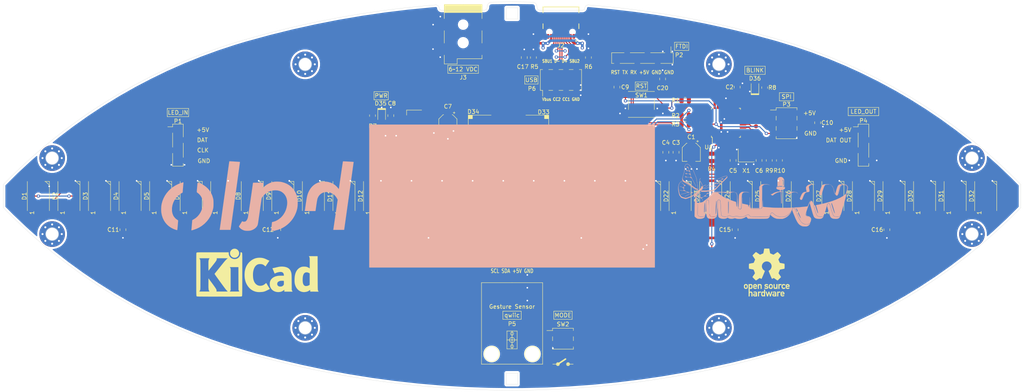
<source format=kicad_pcb>
(kicad_pcb (version 20171130) (host pcbnew 5.1.7-a382d34a8~87~ubuntu20.04.1)
  (title_block (title "HALO - edge lit photos") (date 2020-10-31) (rev v1) (company WyoLum))
  (layers (0 F.Cu signal) (31 B.Cu signal) (34 B.Paste user) (35 F.Paste user) (36 B.SilkS user) (37 F.SilkS user) (38 B.Mask user) (39 F.Mask user) (44 Edge.Cuts user))
  (net 0 "")
  (net 1 /12V)
  (net 2 GND)
  (net 3 +5V)
  (net 4 /RESET)
  (net 5 /PB6)
  (net 6 /PB7)
  (net 7 /Vin)
  (net 8 /Vusb)
  (net 9 /CC1)
  (net 10 /D+)
  (net 11 /D-)
  (net 12 /SBU1)
  (net 13 /CC2)
  (net 14 /SBU2)
  (net 15 /MISO)
  (net 16 /SCK)
  (net 17 /MOSI)
  (net 18 /TXD)
  (net 19 /RXD)
  (net 20 /SDA)
  (net 21 /SCL)
  (net 22 /SS)
  (net 23 /A0)
  (net 24 /A1)
  (net 25 /A2)
  (net 26 /A3)
  (net 27 /A6)
  (net 28 /A7)
  (net 29 /D2)
  (net 30 /D3~~)
  (net 31 /D7)
  (net 32 /D8)
  (net 33 /D9~~)
  (net 34 /D6~~_CLK)
  (net 35 "Net-(C9-Pad1)")
  (net 36 "Net-(D1-Pad2)")
  (net 37 /D5~~_DAT)
  (net 38 "Net-(D2-Pad2)")
  (net 39 "Net-(D3-Pad2)")
  (net 40 "Net-(D4-Pad2)")
  (net 41 "Net-(D5-Pad2)")
  (net 42 "Net-(D6-Pad2)")
  (net 43 "Net-(D7-Pad2)")
  (net 44 "Net-(D8-Pad2)")
  (net 45 "Net-(D10-Pad4)")
  (net 46 "Net-(D10-Pad2)")
  (net 47 "Net-(D11-Pad2)")
  (net 48 "Net-(D12-Pad2)")
  (net 49 "Net-(D13-Pad2)")
  (net 50 "Net-(D14-Pad2)")
  (net 51 "Net-(D15-Pad2)")
  (net 52 "Net-(D16-Pad2)")
  (net 53 "Net-(D17-Pad2)")
  (net 54 "Net-(D18-Pad2)")
  (net 55 "Net-(D19-Pad2)")
  (net 56 "Net-(D20-Pad2)")
  (net 57 "Net-(D21-Pad2)")
  (net 58 "Net-(D22-Pad2)")
  (net 59 "Net-(D23-Pad2)")
  (net 60 "Net-(D24-Pad2)")
  (net 61 "Net-(D25-Pad2)")
  (net 62 "Net-(D26-Pad2)")
  (net 63 "Net-(D27-Pad2)")
  (net 64 "Net-(D28-Pad2)")
  (net 65 "Net-(D29-Pad2)")
  (net 66 /D4_MODE)
  (net 67 "Net-(D30-Pad2)")
  (net 68 "Net-(D31-Pad2)")
  (net 69 "Net-(D35-PadA)")
  (net 70 "Net-(D36-PadA)")
  (net 71 "Net-(P5-Pad6)")
  (net 72 "Net-(P5-Pad1)")
  (net 73 /CLK)
  (net 74 "Net-(B21-Pad1)")
  (net 75 /DAT)
  (net 76 /LED/DAT_OUT)
  (module halo:C_0805_2012Metric (layer F.Cu) (at 143.764 117.856)
    (fp_text reference C18 (at 0 -1.68) (layer F.SilkS))
    (fp_text value 100nF)
    (pad 2 smd roundrect (at 0.95 0) (size 1 1.45) (layers F.Cu F.Paste F.Mask) (net 2 GND))
    (pad 1 smd roundrect (at -0.95 0) (size 1 1.45) (layers F.Cu F.Paste F.Mask) (net 3 +5V))
  )
  (module halo:PinHeader_2x04_P2.54mm_Vertical_SMD (layer F.Cu) (at 151.892 72.644 90)
    (fp_text reference P6 (at -2.159 -7.239 180) (layer F.SilkS) (effects (font (size 1.016 1.016) (thickness 0.1524))))
    (fp_text value USB_header)
    (fp_text user "Vbus CC2 CC1 GND" (at -4.826 0 180) (layer F.SilkS) (effects (font (size 0.762 0.635))))
    (fp_text user "SBU1 D- D+ SBU2" (at 4.699 0 180) (layer F.SilkS) (effects (font (size 0.762 0.635))))
    (fp_text user USB (at 0 -7.366 180) (layer F.SilkS) (effects (font (size 1.016 1.016) (thickness 0.1524))))
    (pad 8 smd rect (at 2.525 3.81 90) (size 3.15 1) (layers F.Cu F.Paste F.Mask) (net 14 /SBU2))
    (pad 7 smd rect (at -2.525 3.81 90) (size 3.15 1) (layers F.Cu F.Paste F.Mask) (net 2 GND))
    (pad 6 smd rect (at 2.525 1.27 90) (size 3.15 1) (layers F.Cu F.Paste F.Mask) (net 10 /D+))
    (pad 5 smd rect (at -2.525 1.27 90) (size 3.15 1) (layers F.Cu F.Paste F.Mask) (net 9 /CC1))
    (pad 4 smd rect (at 2.525 -1.27 90) (size 3.15 1) (layers F.Cu F.Paste F.Mask) (net 11 /D-))
    (pad 3 smd rect (at -2.525 -1.27 90) (size 3.15 1) (layers F.Cu F.Paste F.Mask) (net 13 /CC2))
    (pad 2 smd rect (at 2.525 -3.81 90) (size 3.15 1) (layers F.Cu F.Paste F.Mask) (net 12 /SBU1))
    (pad 1 smd rect (at -2.525 -3.81 90) (size 3.15 1) (layers F.Cu F.Paste F.Mask) (net 8 /Vusb))
  )
  (module halo:GCT_USB4110-GF-A (layer F.Cu) (at 151.892 60.706 180)
    (fp_text reference J2 (at 0 -3.302 180) (layer F.SilkS) (effects (font (size 1.016 1.016) (thickness 0.1524))))
    (fp_text value USB4110-GF-A)
    (pad "" np_thru_hole circle (at 2.89 0 180) (size 0.65 0.65) (drill 0.65) (layers *.Cu *.Mask) (clearance 0.0254))
    (pad "" np_thru_hole circle (at -2.89 0 180) (size 0.65 0.65) (drill 0.65) (layers *.Cu *.Mask) (clearance 0.0254))
    (pad S4 smd rect (at 5.11 3.43 180) (size 2.18 2) (layers F.Cu F.Paste F.Mask) (net 2 GND))
    (pad S3 smd rect (at -5.11 3.43 180) (size 2.18 2) (layers F.Cu F.Paste F.Mask) (net 2 GND))
    (pad S2 smd rect (at 5.11 -0.5 180) (size 2.18 2) (layers F.Cu F.Paste F.Mask) (net 2 GND))
    (pad S1 smd rect (at -5.11 -0.5 180) (size 2.18 2) (layers F.Cu F.Paste F.Mask) (net 2 GND))
    (pad A7 smd rect (at 0.25 -1.075 180) (size 0.3 1.15) (layers F.Cu F.Paste F.Mask) (net 11 /D-))
    (pad A6 smd rect (at -0.25 -1.075 180) (size 0.3 1.15) (layers F.Cu F.Paste F.Mask) (net 10 /D+))
    (pad B6 smd rect (at 0.75 -1.075 180) (size 0.3 1.15) (layers F.Cu F.Paste F.Mask) (net 10 /D+))
    (pad B7 smd rect (at -0.75 -1.075 180) (size 0.3 1.15) (layers F.Cu F.Paste F.Mask) (net 11 /D-))
    (pad A8 smd rect (at 1.25 -1.075 180) (size 0.3 1.15) (layers F.Cu F.Paste F.Mask) (net 12 /SBU1))
    (pad A5 smd rect (at -1.25 -1.075 180) (size 0.3 1.15) (layers F.Cu F.Paste F.Mask) (net 9 /CC1))
    (pad B5 smd rect (at 1.75 -1.075 180) (size 0.3 1.15) (layers F.Cu F.Paste F.Mask) (net 13 /CC2))
    (pad B8 smd rect (at -1.75 -1.075 180) (size 0.3 1.15) (layers F.Cu F.Paste F.Mask) (net 14 /SBU2))
    (pad B1/A12 smd rect (at 3.2 -1.075 180) (size 0.6 1.15) (layers F.Cu F.Paste F.Mask) (net 2 GND) (clearance 0.127))
    (pad B4/A9 smd rect (at 2.4 -1.075 180) (size 0.6 1.15) (layers F.Cu F.Paste F.Mask) (net 8 /Vusb) (clearance 0.127))
    (pad A4/B9 smd rect (at -2.4 -1.075 180) (size 0.6 1.15) (layers F.Cu F.Paste F.Mask) (net 8 /Vusb) (clearance 0.127))
    (pad A1/B12 smd rect (at -3.2 -1.075 180) (size 0.6 1.15) (layers F.Cu F.Paste F.Mask) (net 2 GND) (clearance 0.127))
  )
  (module halo:C_0805_2012Metric (layer F.Cu) (at 215.9 83.312 90)
    (fp_text reference C10 (at 0 2.413 180) (layer F.SilkS) (effects (font (size 1.016 1.016) (thickness 0.1524))))
    (fp_text value 100nF)
    (pad 2 smd roundrect (at 0.95 0 90) (size 1 1.45) (layers F.Cu F.Paste F.Mask) (net 3 +5V))
    (pad 1 smd roundrect (at -0.95 0 90) (size 1 1.45) (layers F.Cu F.Paste F.Mask) (net 2 GND))
  )
  (module halo:CP_Elec_4x5.8 (layer F.Cu) (at 184.404 90.678 270)
    (fp_text reference C1 (at -3.81 0 180) (layer F.SilkS) (effects (font (size 1.016 1.016) (thickness 0.1524))))
    (fp_text value 22uF)
    (pad 2 smd roundrect (at 1.8 0 270) (size 2.6 1.6) (layers F.Cu F.Paste F.Mask) (roundrect_rratio 0.15625) (net 2 GND))
    (pad 1 smd roundrect (at -1.8 0 270) (size 2.6 1.6) (layers F.Cu F.Paste F.Mask) (roundrect_rratio 0.15625) (net 3 +5V))
  )
  (module halo:SW_Push_1P1T_NO_6x6mm_H9.5mm (layer F.Cu) (at 171.958 78.74 180)
    (fp_text reference SW1 (at 0 2.286 180) (layer F.SilkS) (effects (font (size 1.016 1.016) (thickness 0.1524))))
    (fp_text value RST (at 0 4.572) (layer F.SilkS) (effects (font (size 1.016 1.016) (thickness 0.1524))))
    (pad 2 smd rect (at 3.975 2.25 180) (size 1.55 1.3) (layers F.Cu F.Paste F.Mask) (net 4 /RESET))
    (pad 1 smd rect (at 3.975 -2.25 180) (size 1.55 1.3) (layers F.Cu F.Paste F.Mask) (net 2 GND))
    (pad 1 smd rect (at -3.975 -2.25 180) (size 1.55 1.3) (layers F.Cu F.Paste F.Mask) (net 2 GND))
    (pad 2 smd rect (at -3.975 2.25 180) (size 1.55 1.3) (layers F.Cu F.Paste F.Mask) (net 4 /RESET))
  )
  (module halo:SOT-223-3_TabPin2 (layer F.Cu) (at 115.316 83.566 180)
    (fp_text reference U2 (at 1.1176 -4.318 180) (layer F.SilkS) (effects (font (size 1.016 1.016) (thickness 0.1524))))
    (fp_text value LM1117-5.0)
    (pad 2 smd rect (at 3.15 0 180) (size 2 3.8) (layers F.Cu F.Paste F.Mask) (net 3 +5V))
    (pad 2 smd rect (at -3.15 0 180) (size 2 1.5) (layers F.Cu F.Paste F.Mask) (net 3 +5V))
    (pad 3 smd rect (at -3.15 2.3 180) (size 2 1.5) (layers F.Cu F.Paste F.Mask) (net 1 /12V))
    (pad 1 smd rect (at -3.15 -2.3 180) (size 2 1.5) (layers F.Cu F.Paste F.Mask) (net 2 GND))
  )
  (module halo:C_0805_2012Metric (layer F.Cu) (at 201.295 92.71 90)
    (fp_text reference C6 (at -2.54 0 180) (layer F.SilkS) (effects (font (size 1.016 1.016) (thickness 0.1524))))
    (fp_text value 20pF)
    (pad 2 smd roundrect (at 0.95 0 90) (size 1 1.45) (layers F.Cu F.Paste F.Mask) (net 6 /PB7))
    (pad 1 smd roundrect (at -0.95 0 90) (size 1 1.45) (layers F.Cu F.Paste F.Mask) (net 2 GND))
  )
  (module halo:barrel_jack_DC-005-5A-2_5-SMT (layer F.Cu) (at 127.508 53.848 270)
    (fp_text reference J3 (at 18.161 0) (layer F.SilkS) (effects (font (size 1.016 1.016) (thickness 0.1524))))
    (fp_text value 12V_DC)
    (fp_text user "6~~12 VDC" (at 16.129 0) (layer F.SilkS))
    (pad 1 smd rect (at 11.1 -5.7 270) (size 2.8 2.4) (layers F.Cu F.Paste F.Mask) (net 7 /Vin))
    (pad 1 smd rect (at 5 -5.7 270) (size 2.8 2.4) (layers F.Cu F.Paste F.Mask) (net 7 /Vin))
    (pad 2 smd rect (at 5 5.7 270) (size 2.8 2.4) (layers F.Cu F.Paste F.Mask) (net 2 GND))
    (pad 3 smd rect (at 11.1 5.7 270) (size 2.8 2.4) (layers F.Cu F.Paste F.Mask) (net 2 GND))
    (pad "" np_thru_hole circle (at 5 0 270) (size 1.6 1.6) (drill 1.6) (layers *.Cu *.Mask))
    (pad "" np_thru_hole circle (at 9.5 0 270) (size 1.8 1.8) (drill 1.8) (layers *.Cu *.Mask))
  )
  (module halo:LED_WS2812B_PLCC4_5.0x5.0mm_P3.2mm (layer F.Cu) (at 257.81 101.6 90)
    (fp_text reference D32 (at 0 -3.5 90) (layer F.SilkS) (effects (font (size 1.016 1.016) (thickness 0.1524))))
    (fp_text value WS2812B)
    (fp_text user 1 (at -4.15 -1.6 90) (layer F.SilkS))
    (pad 1 smd rect (at -2.45 -1.6 90) (size 1.5 1) (layers F.Cu F.Paste F.Mask) (net 3 +5V))
    (pad 2 smd rect (at -2.45 1.6 90) (size 1.5 1) (layers F.Cu F.Paste F.Mask) (net 76 /LED/DAT_OUT))
    (pad 4 smd rect (at 2.45 -1.6 90) (size 1.5 1) (layers F.Cu F.Paste F.Mask) (net 68 "Net-(D31-Pad2)"))
    (pad 3 smd rect (at 2.45 1.6 90) (size 1.5 1) (layers F.Cu F.Paste F.Mask) (net 2 GND))
  )
  (module halo:LED_WS2812B_PLCC4_5.0x5.0mm_P3.2mm (layer F.Cu) (at 250.19 101.6 90)
    (fp_text reference D31 (at 0 -3.5 90) (layer F.SilkS) (effects (font (size 1.016 1.016) (thickness 0.1524))))
    (fp_text value WS2812B)
    (fp_text user 1 (at -4.15 -1.6 90) (layer F.SilkS))
    (pad 1 smd rect (at -2.45 -1.6 90) (size 1.5 1) (layers F.Cu F.Paste F.Mask) (net 3 +5V))
    (pad 2 smd rect (at -2.45 1.6 90) (size 1.5 1) (layers F.Cu F.Paste F.Mask) (net 68 "Net-(D31-Pad2)"))
    (pad 4 smd rect (at 2.45 -1.6 90) (size 1.5 1) (layers F.Cu F.Paste F.Mask) (net 67 "Net-(D30-Pad2)"))
    (pad 3 smd rect (at 2.45 1.6 90) (size 1.5 1) (layers F.Cu F.Paste F.Mask) (net 2 GND))
  )
  (module halo:C_0805_2012Metric (layer F.Cu) (at 165.862 74.422 270)
    (fp_text reference C9 (at 0 -2.032 180) (layer F.SilkS) (effects (font (size 1.016 1.016) (thickness 0.1524))))
    (fp_text value 100nF)
    (pad 2 smd roundrect (at 0.95 0 270) (size 1 1.45) (layers F.Cu F.Paste F.Mask) (net 4 /RESET))
    (pad 1 smd roundrect (at -0.95 0 270) (size 1 1.45) (layers F.Cu F.Paste F.Mask) (net 35 "Net-(C9-Pad1)"))
  )
  (module halo:R_0805_2012Metric (layer F.Cu) (at 182.88 77.724 180)
    (fp_text reference R1 (at 2.413 0) (layer F.SilkS) (effects (font (size 1.016 1.016) (thickness 0.1524))))
    (fp_text value 10k)
    (pad 2 smd roundrect (at 0.9125 0 180) (size 1.025 1.4) (layers F.Cu F.Paste F.Mask) (roundrect_rratio 0.2439004878048781) (net 4 /RESET))
    (pad 1 smd roundrect (at -0.9125 0 180) (size 1.025 1.4) (layers F.Cu F.Paste F.Mask) (roundrect_rratio 0.2439004878048781) (net 3 +5V))
  )
  (module halo:breakout_smd (layer F.Cu) (at 185.42 81.661 90)
    (fp_text reference B1 hide)
    (fp_text value I_O hide)
    (pad 1 smd circle (at 0 0 90) (size 1 1) (layers F.Cu F.Paste F.Mask) (net 20 /SDA))
  )
  (module halo:breakout_smd (layer F.Cu) (at 185.42 83.439 90)
    (fp_text reference B2 hide)
    (fp_text value I_O hide)
    (pad 1 smd circle (at 0 0 90) (size 1 1) (layers F.Cu F.Paste F.Mask) (net 21 /SCL))
  )
  (module halo:breakout_smd (layer F.Cu) (at 190.754 75.692 90)
    (fp_text reference B3 hide)
    (fp_text value I_O hide)
    (pad 1 smd circle (at 0 0 90) (size 1 1) (layers F.Cu F.Paste F.Mask) (net 23 /A0))
  )
  (module halo:breakout_smd (layer F.Cu) (at 189.738 76.962 90)
    (fp_text reference B4 hide)
    (fp_text value I_O hide)
    (pad 1 smd circle (at 0 0 90) (size 1 1) (layers F.Cu F.Paste F.Mask) (net 24 /A1))
  )
  (module halo:breakout_smd (layer F.Cu) (at 186.944 79.883 90)
    (fp_text reference B5 hide)
    (fp_text value I_O hide)
    (pad 1 smd circle (at 0 0 90) (size 1 1) (layers F.Cu F.Paste F.Mask) (net 25 /A2))
  )
  (module halo:breakout_smd (layer F.Cu) (at 186.944 81.28 90)
    (fp_text reference B6 hide)
    (fp_text value I_O hide)
    (pad 1 smd circle (at 0 0 90) (size 1 1) (layers F.Cu F.Paste F.Mask) (net 26 /A3))
  )
  (module halo:breakout_smd (layer F.Cu) (at 194.31 76.962 90)
    (fp_text reference B7 hide)
    (fp_text value I_O hide)
    (pad 1 smd circle (at 0 0 90) (size 1 1) (layers F.Cu F.Paste F.Mask) (net 27 /A6))
  )
  (module halo:breakout_smd (layer F.Cu) (at 191.77 76.962 90)
    (fp_text reference B8 hide)
    (fp_text value I_O hide)
    (pad 1 smd circle (at 0 0 90) (size 1 1) (layers F.Cu F.Paste F.Mask) (net 28 /A7))
  )
  (module halo:breakout_smd (layer F.Cu) (at 187.071 84.201 90)
    (fp_text reference B9 hide)
    (fp_text value I_O hide)
    (pad 1 smd circle (at 0 0 90) (size 1 1) (layers F.Cu F.Paste F.Mask) (net 19 /RXD))
  )
  (module halo:breakout_smd (layer F.Cu) (at 187.071 85.598 90)
    (fp_text reference B10 hide)
    (fp_text value I_O hide)
    (pad 1 smd circle (at 0 0 90) (size 1 1) (layers F.Cu F.Paste F.Mask) (net 18 /TXD))
  )
  (module halo:breakout_smd (layer F.Cu) (at 187.071 86.995 90)
    (fp_text reference B11 hide)
    (fp_text value I_O hide)
    (pad 1 smd circle (at 0 0 90) (size 1 1) (layers F.Cu F.Paste F.Mask) (net 29 /D2))
  )
  (module halo:breakout_smd (layer F.Cu) (at 188.595 88.265 90)
    (fp_text reference B12 hide)
    (fp_text value I_O hide)
    (pad 1 smd circle (at 0 0 90) (size 1 1) (layers F.Cu F.Paste F.Mask) (net 30 /D3~~))
  )
  (module halo:breakout_smd (layer F.Cu) (at 199.644 85.344 90)
    (fp_text reference B13 hide)
    (fp_text value I_O hide)
    (pad 1 smd circle (at 0 0 90) (size 1 1) (layers F.Cu F.Paste F.Mask) (net 31 /D7))
  )
  (module halo:breakout_smd (layer F.Cu) (at 200.533 84.201 90)
    (fp_text reference B14 hide)
    (fp_text value I_O hide)
    (pad 1 smd circle (at 0 0 90) (size 1 1) (layers F.Cu F.Paste F.Mask) (net 32 /D8))
  )
  (module halo:breakout_smd (layer F.Cu) (at 199.644 83.058 90)
    (fp_text reference B15 hide)
    (fp_text value I_O hide)
    (pad 1 smd circle (at 0 0 90) (size 1 1) (layers F.Cu F.Paste F.Mask) (net 33 /D9~~))
  )
  (module halo:breakout_smd (layer F.Cu) (at 200.533 81.915 90)
    (fp_text reference B16 hide)
    (fp_text value I_O hide)
    (pad 1 smd circle (at 0 0 90) (size 1 1) (layers F.Cu F.Paste F.Mask) (net 22 /SS))
  )
  (module halo:breakout_smd (layer F.Cu) (at 199.39 80.645 90)
    (fp_text reference B17 hide)
    (fp_text value I_O hide)
    (pad 1 smd circle (at 0 0 90) (size 1 1) (layers F.Cu F.Paste F.Mask) (net 17 /MOSI))
  )
  (module halo:breakout_smd (layer F.Cu) (at 200.533 79.502 90)
    (fp_text reference B18 hide)
    (fp_text value I_O hide)
    (pad 1 smd circle (at 0 0 90) (size 1 1) (layers F.Cu F.Paste F.Mask) (net 15 /MISO))
  )
  (module halo:breakout_smd (layer F.Cu) (at 200.279 77.089 90)
    (fp_text reference B19 hide)
    (fp_text value I_O hide)
    (pad 1 smd circle (at 0 0 90) (size 1 1) (layers F.Cu F.Paste F.Mask) (net 16 /SCK))
  )
  (module halo:breakout_smd (layer F.Cu) (at 60.706 90.17 90)
    (fp_text reference B20 hide)
    (fp_text value I_O hide)
    (pad 1 smd circle (at 0 0 90) (size 1 1) (layers F.Cu F.Paste F.Mask) (net 73 /CLK))
  )
  (module halo:C_0805_2012Metric (layer F.Cu) (at 42.672 109.982 90)
    (fp_text reference C11 (at 0 -2.413 180) (layer F.SilkS) (effects (font (size 1.016 1.016) (thickness 0.1524))))
    (fp_text value 100nF)
    (pad 2 smd roundrect (at 0.95 0 90) (size 1 1.45) (layers F.Cu F.Paste F.Mask) (net 3 +5V))
    (pad 1 smd roundrect (at -0.95 0 90) (size 1 1.45) (layers F.Cu F.Paste F.Mask) (net 2 GND))
  )
  (module halo:C_0805_2012Metric (layer F.Cu) (at 81.28 109.982 90)
    (fp_text reference C12 (at 0 -2.413 180) (layer F.SilkS) (effects (font (size 1.016 1.016) (thickness 0.1524))))
    (fp_text value 100nF)
    (pad 2 smd roundrect (at 0.95 0 90) (size 1 1.45) (layers F.Cu F.Paste F.Mask) (net 3 +5V))
    (pad 1 smd roundrect (at -0.95 0 90) (size 1 1.45) (layers F.Cu F.Paste F.Mask) (net 2 GND))
  )
  (module halo:C_0805_2012Metric (layer F.Cu) (at 118.872 109.982 90)
    (fp_text reference C13 (at 0 -2.413 180) (layer F.SilkS) (effects (font (size 1.016 1.016) (thickness 0.1524))))
    (fp_text value 100nF)
    (pad 2 smd roundrect (at 0.95 0 90) (size 1 1.45) (layers F.Cu F.Paste F.Mask) (net 3 +5V))
    (pad 1 smd roundrect (at -0.95 0 90) (size 1 1.45) (layers F.Cu F.Paste F.Mask) (net 2 GND))
  )
  (module halo:C_0805_2012Metric (layer F.Cu) (at 156.972 109.982 90)
    (fp_text reference C14 (at 0 -2.54 180) (layer F.SilkS) (effects (font (size 1.016 1.016) (thickness 0.1524))))
    (fp_text value 100nF)
    (pad 2 smd roundrect (at 0.95 0 90) (size 1 1.45) (layers F.Cu F.Paste F.Mask) (net 3 +5V))
    (pad 1 smd roundrect (at -0.95 0 90) (size 1 1.45) (layers F.Cu F.Paste F.Mask) (net 2 GND))
  )
  (module halo:C_0805_2012Metric (layer F.Cu) (at 195.326 109.982 90)
    (fp_text reference C15 (at 0 -2.54 180) (layer F.SilkS) (effects (font (size 1.016 1.016) (thickness 0.1524))))
    (fp_text value 100nF)
    (pad 2 smd roundrect (at 0.95 0 90) (size 1 1.45) (layers F.Cu F.Paste F.Mask) (net 3 +5V))
    (pad 1 smd roundrect (at -0.95 0 90) (size 1 1.45) (layers F.Cu F.Paste F.Mask) (net 2 GND))
  )
  (module halo:C_0805_2012Metric (layer F.Cu) (at 233.172 109.982 90)
    (fp_text reference C16 (at 0 -2.413 180) (layer F.SilkS) (effects (font (size 1.016 1.016) (thickness 0.1524))))
    (fp_text value 100nF)
    (pad 2 smd roundrect (at 0.95 0 90) (size 1 1.45) (layers F.Cu F.Paste F.Mask) (net 3 +5V))
    (pad 1 smd roundrect (at -0.95 0 90) (size 1 1.45) (layers F.Cu F.Paste F.Mask) (net 2 GND))
  )
  (module halo:C_0805_2012Metric (layer F.Cu) (at 195.834 74.422 90)
    (fp_text reference C2 (at 0 -1.905 180) (layer F.SilkS) (effects (font (size 1.016 1.016) (thickness 0.1524))))
    (fp_text value 100nF)
    (pad 2 smd roundrect (at 0.95 0 90) (size 1 1.45) (layers F.Cu F.Paste F.Mask) (net 2 GND))
    (pad 1 smd roundrect (at -0.95 0 90) (size 1 1.45) (layers F.Cu F.Paste F.Mask) (net 3 +5V))
  )
  (module halo:C_0805_2012Metric (layer F.Cu) (at 180.594 90.678 270)
    (fp_text reference C3 (at -2.413 0 180) (layer F.SilkS) (effects (font (size 1.016 1.016) (thickness 0.1524))))
    (fp_text value 1uF)
    (pad 2 smd roundrect (at 0.95 0 270) (size 1 1.45) (layers F.Cu F.Paste F.Mask) (net 2 GND))
    (pad 1 smd roundrect (at -0.95 0 270) (size 1 1.45) (layers F.Cu F.Paste F.Mask) (net 3 +5V))
  )
  (module halo:C_0805_2012Metric (layer F.Cu) (at 178.054 90.678 270)
    (fp_text reference C4 (at -2.413 0 180) (layer F.SilkS) (effects (font (size 1.016 1.016) (thickness 0.1524))))
    (fp_text value 1uF)
    (pad 2 smd roundrect (at 0.95 0 270) (size 1 1.45) (layers F.Cu F.Paste F.Mask) (net 2 GND))
    (pad 1 smd roundrect (at -0.95 0 270) (size 1 1.45) (layers F.Cu F.Paste F.Mask) (net 3 +5V))
  )
  (module halo:C_0805_2012Metric (layer F.Cu) (at 194.818 92.71 270)
    (fp_text reference C5 (at 2.54 0 180) (layer F.SilkS) (effects (font (size 1.016 1.016) (thickness 0.1524))))
    (fp_text value 20pF)
    (pad 2 smd roundrect (at 0.95 0 270) (size 1 1.45) (layers F.Cu F.Paste F.Mask) (net 2 GND))
    (pad 1 smd roundrect (at -0.95 0 270) (size 1 1.45) (layers F.Cu F.Paste F.Mask) (net 5 /PB6))
  )
  (module halo:CP_Elec_4x5.8 (layer F.Cu) (at 123.698 83.566 270)
    (fp_text reference C7 (at -4.318 0) (layer F.SilkS) (effects (font (size 1.016 1.016) (thickness 0.1524))))
    (fp_text value 22uF)
    (pad 2 smd roundrect (at 1.8 0 270) (size 2.6 1.6) (layers F.Cu F.Paste F.Mask) (roundrect_rratio 0.15625) (net 2 GND))
    (pad 1 smd roundrect (at -1.8 0 270) (size 2.6 1.6) (layers F.Cu F.Paste F.Mask) (roundrect_rratio 0.15625) (net 1 /12V))
  )
  (module halo:C_0805_2012Metric (layer F.Cu) (at 109.474 81.534 90)
    (fp_text reference C8 (at 3.048 0.254 180) (layer F.SilkS) (effects (font (size 1.016 1.016) (thickness 0.1524))))
    (fp_text value 1uF)
    (pad 2 smd roundrect (at 0.95 0 90) (size 1 1.45) (layers F.Cu F.Paste F.Mask) (net 2 GND))
    (pad 1 smd roundrect (at -0.95 0 90) (size 1 1.45) (layers F.Cu F.Paste F.Mask) (net 3 +5V))
  )
  (module halo:LED_WS2812B_PLCC4_5.0x5.0mm_P3.2mm (layer F.Cu) (at 21.59 101.6 90)
    (fp_text reference D1 (at 0 -3.5 90) (layer F.SilkS) (effects (font (size 1.016 1.016) (thickness 0.1524))))
    (fp_text value WS2812B)
    (fp_text user 1 (at -4.15 -1.6 90) (layer F.SilkS))
    (pad 1 smd rect (at -2.45 -1.6 90) (size 1.5 1) (layers F.Cu F.Paste F.Mask) (net 3 +5V))
    (pad 2 smd rect (at -2.45 1.6 90) (size 1.5 1) (layers F.Cu F.Paste F.Mask) (net 36 "Net-(D1-Pad2)"))
    (pad 4 smd rect (at 2.45 -1.6 90) (size 1.5 1) (layers F.Cu F.Paste F.Mask) (net 75 /DAT))
    (pad 3 smd rect (at 2.45 1.6 90) (size 1.5 1) (layers F.Cu F.Paste F.Mask) (net 2 GND))
  )
  (module halo:LED_WS2812B_PLCC4_5.0x5.0mm_P3.2mm (layer F.Cu) (at 29.21 101.6 90)
    (fp_text reference D2 (at 0 -3.5 90) (layer F.SilkS) (effects (font (size 1.016 1.016) (thickness 0.1524))))
    (fp_text value WS2812B)
    (fp_text user 1 (at -4.15 -1.6 90) (layer F.SilkS))
    (pad 1 smd rect (at -2.45 -1.6 90) (size 1.5 1) (layers F.Cu F.Paste F.Mask) (net 3 +5V))
    (pad 2 smd rect (at -2.45 1.6 90) (size 1.5 1) (layers F.Cu F.Paste F.Mask) (net 38 "Net-(D2-Pad2)"))
    (pad 4 smd rect (at 2.45 -1.6 90) (size 1.5 1) (layers F.Cu F.Paste F.Mask) (net 36 "Net-(D1-Pad2)"))
    (pad 3 smd rect (at 2.45 1.6 90) (size 1.5 1) (layers F.Cu F.Paste F.Mask) (net 2 GND))
  )
  (module halo:LED_WS2812B_PLCC4_5.0x5.0mm_P3.2mm (layer F.Cu) (at 36.83 101.6 90)
    (fp_text reference D3 (at 0 -3.5 90) (layer F.SilkS) (effects (font (size 1.016 1.016) (thickness 0.1524))))
    (fp_text value WS2812B)
    (fp_text user 1 (at -4.15 -1.6 90) (layer F.SilkS))
    (pad 1 smd rect (at -2.45 -1.6 90) (size 1.5 1) (layers F.Cu F.Paste F.Mask) (net 3 +5V))
    (pad 2 smd rect (at -2.45 1.6 90) (size 1.5 1) (layers F.Cu F.Paste F.Mask) (net 39 "Net-(D3-Pad2)"))
    (pad 4 smd rect (at 2.45 -1.6 90) (size 1.5 1) (layers F.Cu F.Paste F.Mask) (net 38 "Net-(D2-Pad2)"))
    (pad 3 smd rect (at 2.45 1.6 90) (size 1.5 1) (layers F.Cu F.Paste F.Mask) (net 2 GND))
  )
  (module halo:LED_WS2812B_PLCC4_5.0x5.0mm_P3.2mm (layer F.Cu) (at 44.45 101.6 90)
    (fp_text reference D4 (at 0 -3.5 90) (layer F.SilkS) (effects (font (size 1.016 1.016) (thickness 0.1524))))
    (fp_text value WS2812B)
    (fp_text user 1 (at -4.15 -1.6 90) (layer F.SilkS))
    (pad 1 smd rect (at -2.45 -1.6 90) (size 1.5 1) (layers F.Cu F.Paste F.Mask) (net 3 +5V))
    (pad 2 smd rect (at -2.45 1.6 90) (size 1.5 1) (layers F.Cu F.Paste F.Mask) (net 40 "Net-(D4-Pad2)"))
    (pad 4 smd rect (at 2.45 -1.6 90) (size 1.5 1) (layers F.Cu F.Paste F.Mask) (net 39 "Net-(D3-Pad2)"))
    (pad 3 smd rect (at 2.45 1.6 90) (size 1.5 1) (layers F.Cu F.Paste F.Mask) (net 2 GND))
  )
  (module halo:LED_WS2812B_PLCC4_5.0x5.0mm_P3.2mm (layer F.Cu) (at 52.07 101.6 90)
    (fp_text reference D5 (at 0 -3.5 90) (layer F.SilkS) (effects (font (size 1.016 1.016) (thickness 0.1524))))
    (fp_text value WS2812B)
    (fp_text user 1 (at -4.15 -1.6 90) (layer F.SilkS))
    (pad 1 smd rect (at -2.45 -1.6 90) (size 1.5 1) (layers F.Cu F.Paste F.Mask) (net 3 +5V))
    (pad 2 smd rect (at -2.45 1.6 90) (size 1.5 1) (layers F.Cu F.Paste F.Mask) (net 41 "Net-(D5-Pad2)"))
    (pad 4 smd rect (at 2.45 -1.6 90) (size 1.5 1) (layers F.Cu F.Paste F.Mask) (net 40 "Net-(D4-Pad2)"))
    (pad 3 smd rect (at 2.45 1.6 90) (size 1.5 1) (layers F.Cu F.Paste F.Mask) (net 2 GND))
  )
  (module halo:LED_WS2812B_PLCC4_5.0x5.0mm_P3.2mm (layer F.Cu) (at 59.69 101.6 90)
    (fp_text reference D6 (at 0 -3.5 90) (layer F.SilkS) (effects (font (size 1.016 1.016) (thickness 0.1524))))
    (fp_text value WS2812B)
    (fp_text user 1 (at -4.15 -1.6 90) (layer F.SilkS))
    (pad 1 smd rect (at -2.45 -1.6 90) (size 1.5 1) (layers F.Cu F.Paste F.Mask) (net 3 +5V))
    (pad 2 smd rect (at -2.45 1.6 90) (size 1.5 1) (layers F.Cu F.Paste F.Mask) (net 42 "Net-(D6-Pad2)"))
    (pad 4 smd rect (at 2.45 -1.6 90) (size 1.5 1) (layers F.Cu F.Paste F.Mask) (net 41 "Net-(D5-Pad2)"))
    (pad 3 smd rect (at 2.45 1.6 90) (size 1.5 1) (layers F.Cu F.Paste F.Mask) (net 2 GND))
  )
  (module halo:LED_WS2812B_PLCC4_5.0x5.0mm_P3.2mm (layer F.Cu) (at 67.31 101.6 90)
    (fp_text reference D7 (at 0 -3.5 90) (layer F.SilkS) (effects (font (size 1.016 1.016) (thickness 0.1524))))
    (fp_text value WS2812B)
    (fp_text user 1 (at -4.15 -1.6 90) (layer F.SilkS))
    (pad 1 smd rect (at -2.45 -1.6 90) (size 1.5 1) (layers F.Cu F.Paste F.Mask) (net 3 +5V))
    (pad 2 smd rect (at -2.45 1.6 90) (size 1.5 1) (layers F.Cu F.Paste F.Mask) (net 43 "Net-(D7-Pad2)"))
    (pad 4 smd rect (at 2.45 -1.6 90) (size 1.5 1) (layers F.Cu F.Paste F.Mask) (net 42 "Net-(D6-Pad2)"))
    (pad 3 smd rect (at 2.45 1.6 90) (size 1.5 1) (layers F.Cu F.Paste F.Mask) (net 2 GND))
  )
  (module halo:LED_WS2812B_PLCC4_5.0x5.0mm_P3.2mm (layer F.Cu) (at 74.93 101.6 90)
    (fp_text reference D8 (at 0 -3.5 90) (layer F.SilkS) (effects (font (size 1.016 1.016) (thickness 0.1524))))
    (fp_text value WS2812B)
    (fp_text user 1 (at -4.15 -1.6 90) (layer F.SilkS))
    (pad 1 smd rect (at -2.45 -1.6 90) (size 1.5 1) (layers F.Cu F.Paste F.Mask) (net 3 +5V))
    (pad 2 smd rect (at -2.45 1.6 90) (size 1.5 1) (layers F.Cu F.Paste F.Mask) (net 44 "Net-(D8-Pad2)"))
    (pad 4 smd rect (at 2.45 -1.6 90) (size 1.5 1) (layers F.Cu F.Paste F.Mask) (net 43 "Net-(D7-Pad2)"))
    (pad 3 smd rect (at 2.45 1.6 90) (size 1.5 1) (layers F.Cu F.Paste F.Mask) (net 2 GND))
  )
  (module halo:LED_WS2812B_PLCC4_5.0x5.0mm_P3.2mm (layer F.Cu) (at 82.55 101.6 90)
    (fp_text reference D9 (at 0 -3.5 90) (layer F.SilkS) (effects (font (size 1.016 1.016) (thickness 0.1524))))
    (fp_text value WS2812B)
    (fp_text user 1 (at -4.15 -1.6 90) (layer F.SilkS))
    (pad 1 smd rect (at -2.45 -1.6 90) (size 1.5 1) (layers F.Cu F.Paste F.Mask) (net 3 +5V))
    (pad 2 smd rect (at -2.45 1.6 90) (size 1.5 1) (layers F.Cu F.Paste F.Mask) (net 45 "Net-(D10-Pad4)"))
    (pad 4 smd rect (at 2.45 -1.6 90) (size 1.5 1) (layers F.Cu F.Paste F.Mask) (net 44 "Net-(D8-Pad2)"))
    (pad 3 smd rect (at 2.45 1.6 90) (size 1.5 1) (layers F.Cu F.Paste F.Mask) (net 2 GND))
  )
  (module halo:LED_WS2812B_PLCC4_5.0x5.0mm_P3.2mm (layer F.Cu) (at 90.17 101.6 90)
    (fp_text reference D10 (at 0 -3.5 90) (layer F.SilkS) (effects (font (size 1.016 1.016) (thickness 0.1524))))
    (fp_text value WS2812B)
    (fp_text user 1 (at -4.15 -1.6 90) (layer F.SilkS))
    (pad 1 smd rect (at -2.45 -1.6 90) (size 1.5 1) (layers F.Cu F.Paste F.Mask) (net 3 +5V))
    (pad 2 smd rect (at -2.45 1.6 90) (size 1.5 1) (layers F.Cu F.Paste F.Mask) (net 46 "Net-(D10-Pad2)"))
    (pad 4 smd rect (at 2.45 -1.6 90) (size 1.5 1) (layers F.Cu F.Paste F.Mask) (net 45 "Net-(D10-Pad4)"))
    (pad 3 smd rect (at 2.45 1.6 90) (size 1.5 1) (layers F.Cu F.Paste F.Mask) (net 2 GND))
  )
  (module halo:LED_WS2812B_PLCC4_5.0x5.0mm_P3.2mm (layer F.Cu) (at 97.79 101.6 90)
    (fp_text reference D11 (at 0 -3.5 90) (layer F.SilkS) (effects (font (size 1.016 1.016) (thickness 0.1524))))
    (fp_text value WS2812B)
    (fp_text user 1 (at -4.15 -1.6 90) (layer F.SilkS))
    (pad 1 smd rect (at -2.45 -1.6 90) (size 1.5 1) (layers F.Cu F.Paste F.Mask) (net 3 +5V))
    (pad 2 smd rect (at -2.45 1.6 90) (size 1.5 1) (layers F.Cu F.Paste F.Mask) (net 47 "Net-(D11-Pad2)"))
    (pad 4 smd rect (at 2.45 -1.6 90) (size 1.5 1) (layers F.Cu F.Paste F.Mask) (net 46 "Net-(D10-Pad2)"))
    (pad 3 smd rect (at 2.45 1.6 90) (size 1.5 1) (layers F.Cu F.Paste F.Mask) (net 2 GND))
  )
  (module halo:LED_WS2812B_PLCC4_5.0x5.0mm_P3.2mm (layer F.Cu) (at 105.41 101.6 90)
    (fp_text reference D12 (at 0 -3.5 90) (layer F.SilkS) (effects (font (size 1.016 1.016) (thickness 0.1524))))
    (fp_text value WS2812B)
    (fp_text user 1 (at -4.15 -1.6 90) (layer F.SilkS))
    (pad 1 smd rect (at -2.45 -1.6 90) (size 1.5 1) (layers F.Cu F.Paste F.Mask) (net 3 +5V))
    (pad 2 smd rect (at -2.45 1.6 90) (size 1.5 1) (layers F.Cu F.Paste F.Mask) (net 48 "Net-(D12-Pad2)"))
    (pad 4 smd rect (at 2.45 -1.6 90) (size 1.5 1) (layers F.Cu F.Paste F.Mask) (net 47 "Net-(D11-Pad2)"))
    (pad 3 smd rect (at 2.45 1.6 90) (size 1.5 1) (layers F.Cu F.Paste F.Mask) (net 2 GND))
  )
  (module halo:LED_WS2812B_PLCC4_5.0x5.0mm_P3.2mm (layer F.Cu) (at 113.03 101.6 90)
    (fp_text reference D13 (at 0 -3.5 90) (layer F.SilkS) (effects (font (size 1.016 1.016) (thickness 0.1524))))
    (fp_text value WS2812B)
    (fp_text user 1 (at -4.15 -1.6 90) (layer F.SilkS))
    (pad 1 smd rect (at -2.45 -1.6 90) (size 1.5 1) (layers F.Cu F.Paste F.Mask) (net 3 +5V))
    (pad 2 smd rect (at -2.45 1.6 90) (size 1.5 1) (layers F.Cu F.Paste F.Mask) (net 49 "Net-(D13-Pad2)"))
    (pad 4 smd rect (at 2.45 -1.6 90) (size 1.5 1) (layers F.Cu F.Paste F.Mask) (net 48 "Net-(D12-Pad2)"))
    (pad 3 smd rect (at 2.45 1.6 90) (size 1.5 1) (layers F.Cu F.Paste F.Mask) (net 2 GND))
  )
  (module halo:LED_WS2812B_PLCC4_5.0x5.0mm_P3.2mm (layer F.Cu) (at 120.65 101.6 90)
    (fp_text reference D14 (at 0 -3.5 90) (layer F.SilkS) (effects (font (size 1.016 1.016) (thickness 0.1524))))
    (fp_text value WS2812B)
    (fp_text user 1 (at -4.15 -1.6 90) (layer F.SilkS))
    (pad 1 smd rect (at -2.45 -1.6 90) (size 1.5 1) (layers F.Cu F.Paste F.Mask) (net 3 +5V))
    (pad 2 smd rect (at -2.45 1.6 90) (size 1.5 1) (layers F.Cu F.Paste F.Mask) (net 50 "Net-(D14-Pad2)"))
    (pad 4 smd rect (at 2.45 -1.6 90) (size 1.5 1) (layers F.Cu F.Paste F.Mask) (net 49 "Net-(D13-Pad2)"))
    (pad 3 smd rect (at 2.45 1.6 90) (size 1.5 1) (layers F.Cu F.Paste F.Mask) (net 2 GND))
  )
  (module halo:LED_WS2812B_PLCC4_5.0x5.0mm_P3.2mm (layer F.Cu) (at 128.27 101.6 90)
    (fp_text reference D15 (at 0 -3.5 90) (layer F.SilkS) (effects (font (size 1.016 1.016) (thickness 0.1524))))
    (fp_text value WS2812B)
    (fp_text user 1 (at -4.15 -1.6 90) (layer F.SilkS))
    (pad 1 smd rect (at -2.45 -1.6 90) (size 1.5 1) (layers F.Cu F.Paste F.Mask) (net 3 +5V))
    (pad 2 smd rect (at -2.45 1.6 90) (size 1.5 1) (layers F.Cu F.Paste F.Mask) (net 51 "Net-(D15-Pad2)"))
    (pad 4 smd rect (at 2.45 -1.6 90) (size 1.5 1) (layers F.Cu F.Paste F.Mask) (net 50 "Net-(D14-Pad2)"))
    (pad 3 smd rect (at 2.45 1.6 90) (size 1.5 1) (layers F.Cu F.Paste F.Mask) (net 2 GND))
  )
  (module halo:LED_WS2812B_PLCC4_5.0x5.0mm_P3.2mm (layer F.Cu) (at 135.89 101.6 90)
    (fp_text reference D16 (at 0 -3.5 90) (layer F.SilkS) (effects (font (size 1.016 1.016) (thickness 0.1524))))
    (fp_text value WS2812B)
    (fp_text user 1 (at -4.15 -1.6 90) (layer F.SilkS))
    (pad 1 smd rect (at -2.45 -1.6 90) (size 1.5 1) (layers F.Cu F.Paste F.Mask) (net 3 +5V))
    (pad 2 smd rect (at -2.45 1.6 90) (size 1.5 1) (layers F.Cu F.Paste F.Mask) (net 52 "Net-(D16-Pad2)"))
    (pad 4 smd rect (at 2.45 -1.6 90) (size 1.5 1) (layers F.Cu F.Paste F.Mask) (net 51 "Net-(D15-Pad2)"))
    (pad 3 smd rect (at 2.45 1.6 90) (size 1.5 1) (layers F.Cu F.Paste F.Mask) (net 2 GND))
  )
  (module halo:LED_WS2812B_PLCC4_5.0x5.0mm_P3.2mm (layer F.Cu) (at 143.51 101.6 90)
    (fp_text reference D17 (at 0 -3.5 90) (layer F.SilkS) (effects (font (size 1.016 1.016) (thickness 0.1524))))
    (fp_text value WS2812B)
    (fp_text user 1 (at -4.15 -1.6 90) (layer F.SilkS))
    (pad 1 smd rect (at -2.45 -1.6 90) (size 1.5 1) (layers F.Cu F.Paste F.Mask) (net 3 +5V))
    (pad 2 smd rect (at -2.45 1.6 90) (size 1.5 1) (layers F.Cu F.Paste F.Mask) (net 53 "Net-(D17-Pad2)"))
    (pad 4 smd rect (at 2.45 -1.6 90) (size 1.5 1) (layers F.Cu F.Paste F.Mask) (net 52 "Net-(D16-Pad2)"))
    (pad 3 smd rect (at 2.45 1.6 90) (size 1.5 1) (layers F.Cu F.Paste F.Mask) (net 2 GND))
  )
  (module halo:LED_WS2812B_PLCC4_5.0x5.0mm_P3.2mm (layer F.Cu) (at 151.13 101.6 90)
    (fp_text reference D18 (at 0 -3.5 90) (layer F.SilkS) (effects (font (size 1.016 1.016) (thickness 0.1524))))
    (fp_text value WS2812B)
    (fp_text user 1 (at -4.15 -1.6 90) (layer F.SilkS))
    (pad 1 smd rect (at -2.45 -1.6 90) (size 1.5 1) (layers F.Cu F.Paste F.Mask) (net 3 +5V))
    (pad 2 smd rect (at -2.45 1.6 90) (size 1.5 1) (layers F.Cu F.Paste F.Mask) (net 54 "Net-(D18-Pad2)"))
    (pad 4 smd rect (at 2.45 -1.6 90) (size 1.5 1) (layers F.Cu F.Paste F.Mask) (net 53 "Net-(D17-Pad2)"))
    (pad 3 smd rect (at 2.45 1.6 90) (size 1.5 1) (layers F.Cu F.Paste F.Mask) (net 2 GND))
  )
  (module halo:LED_WS2812B_PLCC4_5.0x5.0mm_P3.2mm (layer F.Cu) (at 158.75 101.6 90)
    (fp_text reference D19 (at 0 -3.5 90) (layer F.SilkS) (effects (font (size 1.016 1.016) (thickness 0.1524))))
    (fp_text value WS2812B)
    (fp_text user 1 (at -4.15 -1.6 90) (layer F.SilkS))
    (pad 1 smd rect (at -2.45 -1.6 90) (size 1.5 1) (layers F.Cu F.Paste F.Mask) (net 3 +5V))
    (pad 2 smd rect (at -2.45 1.6 90) (size 1.5 1) (layers F.Cu F.Paste F.Mask) (net 55 "Net-(D19-Pad2)"))
    (pad 4 smd rect (at 2.45 -1.6 90) (size 1.5 1) (layers F.Cu F.Paste F.Mask) (net 54 "Net-(D18-Pad2)"))
    (pad 3 smd rect (at 2.45 1.6 90) (size 1.5 1) (layers F.Cu F.Paste F.Mask) (net 2 GND))
  )
  (module halo:LED_WS2812B_PLCC4_5.0x5.0mm_P3.2mm (layer F.Cu) (at 166.37 101.6 90)
    (fp_text reference D20 (at 0 -3.5 90) (layer F.SilkS) (effects (font (size 1.016 1.016) (thickness 0.1524))))
    (fp_text value WS2812B)
    (fp_text user 1 (at -4.15 -1.6 90) (layer F.SilkS))
    (pad 1 smd rect (at -2.45 -1.6 90) (size 1.5 1) (layers F.Cu F.Paste F.Mask) (net 3 +5V))
    (pad 2 smd rect (at -2.45 1.6 90) (size 1.5 1) (layers F.Cu F.Paste F.Mask) (net 56 "Net-(D20-Pad2)"))
    (pad 4 smd rect (at 2.45 -1.6 90) (size 1.5 1) (layers F.Cu F.Paste F.Mask) (net 55 "Net-(D19-Pad2)"))
    (pad 3 smd rect (at 2.45 1.6 90) (size 1.5 1) (layers F.Cu F.Paste F.Mask) (net 2 GND))
  )
  (module halo:LED_WS2812B_PLCC4_5.0x5.0mm_P3.2mm (layer F.Cu) (at 173.99 101.6 90)
    (fp_text reference D21 (at 0 -3.5 90) (layer F.SilkS) (effects (font (size 1.016 1.016) (thickness 0.1524))))
    (fp_text value WS2812B)
    (fp_text user 1 (at -4.15 -1.6 90) (layer F.SilkS))
    (pad 1 smd rect (at -2.45 -1.6 90) (size 1.5 1) (layers F.Cu F.Paste F.Mask) (net 3 +5V))
    (pad 2 smd rect (at -2.45 1.6 90) (size 1.5 1) (layers F.Cu F.Paste F.Mask) (net 57 "Net-(D21-Pad2)"))
    (pad 4 smd rect (at 2.45 -1.6 90) (size 1.5 1) (layers F.Cu F.Paste F.Mask) (net 56 "Net-(D20-Pad2)"))
    (pad 3 smd rect (at 2.45 1.6 90) (size 1.5 1) (layers F.Cu F.Paste F.Mask) (net 2 GND))
  )
  (module halo:LED_WS2812B_PLCC4_5.0x5.0mm_P3.2mm (layer F.Cu) (at 181.61 101.6 90)
    (fp_text reference D22 (at 0 -3.5 90) (layer F.SilkS) (effects (font (size 1.016 1.016) (thickness 0.1524))))
    (fp_text value WS2812B)
    (fp_text user 1 (at -4.15 -1.6 90) (layer F.SilkS))
    (pad 1 smd rect (at -2.45 -1.6 90) (size 1.5 1) (layers F.Cu F.Paste F.Mask) (net 3 +5V))
    (pad 2 smd rect (at -2.45 1.6 90) (size 1.5 1) (layers F.Cu F.Paste F.Mask) (net 58 "Net-(D22-Pad2)"))
    (pad 4 smd rect (at 2.45 -1.6 90) (size 1.5 1) (layers F.Cu F.Paste F.Mask) (net 57 "Net-(D21-Pad2)"))
    (pad 3 smd rect (at 2.45 1.6 90) (size 1.5 1) (layers F.Cu F.Paste F.Mask) (net 2 GND))
  )
  (module halo:LED_WS2812B_PLCC4_5.0x5.0mm_P3.2mm (layer F.Cu) (at 189.23 101.6 90)
    (fp_text reference D23 (at 0 -3.5 90) (layer F.SilkS) (effects (font (size 1.016 1.016) (thickness 0.1524))))
    (fp_text value WS2812B)
    (fp_text user 1 (at -4.15 -1.6 90) (layer F.SilkS))
    (pad 1 smd rect (at -2.45 -1.6 90) (size 1.5 1) (layers F.Cu F.Paste F.Mask) (net 3 +5V))
    (pad 2 smd rect (at -2.45 1.6 90) (size 1.5 1) (layers F.Cu F.Paste F.Mask) (net 59 "Net-(D23-Pad2)"))
    (pad 4 smd rect (at 2.45 -1.6 90) (size 1.5 1) (layers F.Cu F.Paste F.Mask) (net 58 "Net-(D22-Pad2)"))
    (pad 3 smd rect (at 2.45 1.6 90) (size 1.5 1) (layers F.Cu F.Paste F.Mask) (net 2 GND))
  )
  (module halo:LED_WS2812B_PLCC4_5.0x5.0mm_P3.2mm (layer F.Cu) (at 196.85 101.6 90)
    (fp_text reference D24 (at 0 -3.5 90) (layer F.SilkS) (effects (font (size 1.016 1.016) (thickness 0.1524))))
    (fp_text value WS2812B)
    (fp_text user 1 (at -4.15 -1.6 90) (layer F.SilkS))
    (pad 1 smd rect (at -2.45 -1.6 90) (size 1.5 1) (layers F.Cu F.Paste F.Mask) (net 3 +5V))
    (pad 2 smd rect (at -2.45 1.6 90) (size 1.5 1) (layers F.Cu F.Paste F.Mask) (net 60 "Net-(D24-Pad2)"))
    (pad 4 smd rect (at 2.45 -1.6 90) (size 1.5 1) (layers F.Cu F.Paste F.Mask) (net 59 "Net-(D23-Pad2)"))
    (pad 3 smd rect (at 2.45 1.6 90) (size 1.5 1) (layers F.Cu F.Paste F.Mask) (net 2 GND))
  )
  (module halo:LED_WS2812B_PLCC4_5.0x5.0mm_P3.2mm (layer F.Cu) (at 204.47 101.6 90)
    (fp_text reference D25 (at 0 -3.5 90) (layer F.SilkS) (effects (font (size 1.016 1.016) (thickness 0.1524))))
    (fp_text value WS2812B)
    (fp_text user 1 (at -4.15 -1.6 90) (layer F.SilkS))
    (pad 1 smd rect (at -2.45 -1.6 90) (size 1.5 1) (layers F.Cu F.Paste F.Mask) (net 3 +5V))
    (pad 2 smd rect (at -2.45 1.6 90) (size 1.5 1) (layers F.Cu F.Paste F.Mask) (net 61 "Net-(D25-Pad2)"))
    (pad 4 smd rect (at 2.45 -1.6 90) (size 1.5 1) (layers F.Cu F.Paste F.Mask) (net 60 "Net-(D24-Pad2)"))
    (pad 3 smd rect (at 2.45 1.6 90) (size 1.5 1) (layers F.Cu F.Paste F.Mask) (net 2 GND))
  )
  (module halo:LED_WS2812B_PLCC4_5.0x5.0mm_P3.2mm (layer F.Cu) (at 212.09 101.6 90)
    (fp_text reference D26 (at 0 -3.5 90) (layer F.SilkS) (effects (font (size 1.016 1.016) (thickness 0.1524))))
    (fp_text value WS2812B)
    (fp_text user 1 (at -4.15 -1.6 90) (layer F.SilkS))
    (pad 1 smd rect (at -2.45 -1.6 90) (size 1.5 1) (layers F.Cu F.Paste F.Mask) (net 3 +5V))
    (pad 2 smd rect (at -2.45 1.6 90) (size 1.5 1) (layers F.Cu F.Paste F.Mask) (net 62 "Net-(D26-Pad2)"))
    (pad 4 smd rect (at 2.45 -1.6 90) (size 1.5 1) (layers F.Cu F.Paste F.Mask) (net 61 "Net-(D25-Pad2)"))
    (pad 3 smd rect (at 2.45 1.6 90) (size 1.5 1) (layers F.Cu F.Paste F.Mask) (net 2 GND))
  )
  (module halo:LED_WS2812B_PLCC4_5.0x5.0mm_P3.2mm (layer F.Cu) (at 219.71 101.6 90)
    (fp_text reference D27 (at 0 -3.5 90) (layer F.SilkS) (effects (font (size 1.016 1.016) (thickness 0.1524))))
    (fp_text value WS2812B)
    (fp_text user 1 (at -4.15 -1.6 90) (layer F.SilkS))
    (pad 1 smd rect (at -2.45 -1.6 90) (size 1.5 1) (layers F.Cu F.Paste F.Mask) (net 3 +5V))
    (pad 2 smd rect (at -2.45 1.6 90) (size 1.5 1) (layers F.Cu F.Paste F.Mask) (net 63 "Net-(D27-Pad2)"))
    (pad 4 smd rect (at 2.45 -1.6 90) (size 1.5 1) (layers F.Cu F.Paste F.Mask) (net 62 "Net-(D26-Pad2)"))
    (pad 3 smd rect (at 2.45 1.6 90) (size 1.5 1) (layers F.Cu F.Paste F.Mask) (net 2 GND))
  )
  (module halo:LED_WS2812B_PLCC4_5.0x5.0mm_P3.2mm (layer F.Cu) (at 227.33 101.6 90)
    (fp_text reference D28 (at 0 -3.5 90) (layer F.SilkS) (effects (font (size 1.016 1.016) (thickness 0.1524))))
    (fp_text value WS2812B)
    (fp_text user 1 (at -4.15 -1.6 90) (layer F.SilkS))
    (pad 1 smd rect (at -2.45 -1.6 90) (size 1.5 1) (layers F.Cu F.Paste F.Mask) (net 3 +5V))
    (pad 2 smd rect (at -2.45 1.6 90) (size 1.5 1) (layers F.Cu F.Paste F.Mask) (net 64 "Net-(D28-Pad2)"))
    (pad 4 smd rect (at 2.45 -1.6 90) (size 1.5 1) (layers F.Cu F.Paste F.Mask) (net 63 "Net-(D27-Pad2)"))
    (pad 3 smd rect (at 2.45 1.6 90) (size 1.5 1) (layers F.Cu F.Paste F.Mask) (net 2 GND))
  )
  (module halo:LED_WS2812B_PLCC4_5.0x5.0mm_P3.2mm (layer F.Cu) (at 234.95 101.6 90)
    (fp_text reference D29 (at 0 -3.5 90) (layer F.SilkS) (effects (font (size 1.016 1.016) (thickness 0.1524))))
    (fp_text value WS2812B)
    (fp_text user 1 (at -4.15 -1.6 90) (layer F.SilkS))
    (pad 1 smd rect (at -2.45 -1.6 90) (size 1.5 1) (layers F.Cu F.Paste F.Mask) (net 3 +5V))
    (pad 2 smd rect (at -2.45 1.6 90) (size 1.5 1) (layers F.Cu F.Paste F.Mask) (net 65 "Net-(D29-Pad2)"))
    (pad 4 smd rect (at 2.45 -1.6 90) (size 1.5 1) (layers F.Cu F.Paste F.Mask) (net 64 "Net-(D28-Pad2)"))
    (pad 3 smd rect (at 2.45 1.6 90) (size 1.5 1) (layers F.Cu F.Paste F.Mask) (net 2 GND))
  )
  (module halo:LED_WS2812B_PLCC4_5.0x5.0mm_P3.2mm (layer F.Cu) (at 242.57 101.6 90)
    (fp_text reference D30 (at 0 -3.5 90) (layer F.SilkS) (effects (font (size 1.016 1.016) (thickness 0.1524))))
    (fp_text value WS2812B)
    (fp_text user 1 (at -4.15 -1.6 90) (layer F.SilkS))
    (pad 1 smd rect (at -2.45 -1.6 90) (size 1.5 1) (layers F.Cu F.Paste F.Mask) (net 3 +5V))
    (pad 2 smd rect (at -2.45 1.6 90) (size 1.5 1) (layers F.Cu F.Paste F.Mask) (net 67 "Net-(D30-Pad2)"))
    (pad 4 smd rect (at 2.45 -1.6 90) (size 1.5 1) (layers F.Cu F.Paste F.Mask) (net 65 "Net-(D29-Pad2)"))
    (pad 3 smd rect (at 2.45 1.6 90) (size 1.5 1) (layers F.Cu F.Paste F.Mask) (net 2 GND))
  )
  (module halo:LED_0805_2012Metric (layer F.Cu) (at 107.188 81.534 270)
    (fp_text reference D35 (at -3.048 0.254 180) (layer F.SilkS) (effects (font (size 1.016 1.016) (thickness 0.1524))))
    (fp_text value LED_PWR)
    (fp_text user PWR (at -4.953 0.127) (layer F.SilkS) (effects (font (size 1.016 1.016) (thickness 0.1524))))
    (pad K smd roundrect (at -0.9375 0 270) (size 0.975 1.4) (layers F.Cu F.Paste F.Mask) (net 2 GND))
    (pad A smd roundrect (at 0.9375 0 270) (size 0.975 1.4) (layers F.Cu F.Paste F.Mask) (net 69 "Net-(D35-PadA)"))
  )
  (module halo:LED_0805_2012Metric (layer F.Cu) (at 200.279 74.549 90)
    (fp_text reference D36 (at 2.286 0 180) (layer F.SilkS) (effects (font (size 1.016 1.016) (thickness 0.1524))))
    (fp_text value LED_BLNK)
    (fp_text user BLINK (at 4.318 0 180) (layer F.SilkS) (effects (font (size 1.016 1.016) (thickness 0.1524))))
    (pad K smd roundrect (at -0.9375 0 90) (size 0.975 1.4) (layers F.Cu F.Paste F.Mask) (net 2 GND))
    (pad A smd roundrect (at 0.9375 0 90) (size 0.975 1.4) (layers F.Cu F.Paste F.Mask) (net 70 "Net-(D36-PadA)"))
  )
  (module halo:PinSocket_1x04_P2.54mm_Vertical_SMD_Pin1Left (layer F.Cu) (at 56.388 88.9)
    (fp_text reference P1 (at 0 -5.969 180) (layer F.SilkS) (effects (font (size 1.016 1.016) (thickness 0.1524))))
    (fp_text value LED_IN (at 0 -8.128) (layer F.SilkS) (effects (font (size 1.016 1.016) (thickness 0.1524))))
    (fp_text user +5V (at 6.223 -3.81) (layer F.SilkS) (effects (font (size 1.016 1.016) (thickness 0.1524))))
    (fp_text user DAT (at 6.096 -1.27) (layer F.SilkS) (effects (font (size 1.016 1.016) (thickness 0.1524))))
    (fp_text user GND (at 6.477 3.937) (layer F.SilkS) (effects (font (size 1.016 1.016) (thickness 0.1524))))
    (fp_text user CLK (at 6.223 1.27) (layer F.SilkS) (effects (font (size 1.016 1.016) (thickness 0.1524))))
    (pad 4 smd rect (at -1.651 3.81) (size 2.54 1.016) (layers F.Cu F.Paste F.Mask) (net 2 GND))
    (pad 3 smd rect (at 1.651 1.27) (size 2.54 1.016) (layers F.Cu F.Paste F.Mask) (net 73 /CLK))
    (pad 2 smd rect (at -1.651 -1.27) (size 2.54 1.016) (layers F.Cu F.Paste F.Mask) (net 75 /DAT))
    (pad 1 smd rect (at 1.651 -3.81) (size 2.54 1.016) (layers F.Cu F.Paste F.Mask) (net 3 +5V))
    (pad 4 smd rect (at 1.651 3.81) (size 2.54 1.016) (layers F.Cu F.Paste F.Mask) (net 2 GND))
    (pad 2 smd rect (at 1.651 -1.27) (size 2.54 1.016) (layers F.Cu F.Paste F.Mask) (net 75 /DAT))
    (pad 3 smd rect (at -1.651 1.27) (size 2.54 1.016) (layers F.Cu F.Paste F.Mask) (net 73 /CLK))
    (pad 1 smd rect (at -1.651 -3.81) (size 2.54 1.016) (layers F.Cu F.Paste F.Mask) (net 3 +5V))
  )
  (module halo:PinHeader_1x06_P2.54mm_Vertical_SMD_Pin1Left (layer F.Cu) (at 172.212 67.183 270)
    (fp_text reference P2 (at -0.762 -9.144 180) (layer F.SilkS) (effects (font (size 1.016 1.016) (thickness 0.1524))))
    (fp_text value FTDI (at -2.921 -9.779 180) (layer F.SilkS) (effects (font (size 1.016 1.016) (thickness 0.1524))))
    (fp_text user "RST TX RX +5V GND GND" (at 3.556 0) (layer F.SilkS) (effects (font (size 0.889 0.8128) (thickness 0.1524))))
    (pad 6 smd rect (at -1.651 6.35 270) (size 2.54 1.016) (layers F.Cu F.Paste F.Mask) (net 35 "Net-(C9-Pad1)"))
    (pad 5 smd rect (at 1.651 3.81 270) (size 2.54 1.016) (layers F.Cu F.Paste F.Mask) (net 18 /TXD))
    (pad 4 smd rect (at -1.651 1.27 270) (size 2.54 1.016) (layers F.Cu F.Paste F.Mask) (net 19 /RXD))
    (pad 3 smd rect (at 1.651 -1.27 270) (size 2.54 1.016) (layers F.Cu F.Paste F.Mask) (net 3 +5V))
    (pad 2 smd rect (at -1.651 -3.81 270) (size 2.54 1.016) (layers F.Cu F.Paste F.Mask) (net 2 GND))
    (pad 1 smd rect (at 1.651 -6.35 270) (size 2.54 1.016) (layers F.Cu F.Paste F.Mask) (net 2 GND))
    (pad 1 smd rect (at -1.651 -6.35 270) (size 2.54 1.016) (layers F.Cu F.Paste F.Mask) (net 2 GND))
    (pad 3 smd rect (at -1.651 -1.27 270) (size 2.54 1.016) (layers F.Cu F.Paste F.Mask) (net 3 +5V))
    (pad 5 smd rect (at -1.651 3.81 270) (size 2.54 1.016) (layers F.Cu F.Paste F.Mask) (net 18 /TXD))
    (pad 2 smd rect (at 1.651 -3.81 270) (size 2.54 1.016) (layers F.Cu F.Paste F.Mask) (net 2 GND))
    (pad 4 smd rect (at 1.651 1.27 270) (size 2.54 1.016) (layers F.Cu F.Paste F.Mask) (net 19 /RXD))
    (pad 6 smd rect (at 1.651 6.35 270) (size 2.54 1.016) (layers F.Cu F.Paste F.Mask) (net 35 "Net-(C9-Pad1)"))
  )
  (module halo:PinHeader_2x03_P2.54mm_Vertical_SMD (layer F.Cu) (at 208.153 83.439)
    (fp_text reference P3 (at 0 -4.699 180) (layer F.SilkS) (effects (font (size 1.016 1.016) (thickness 0.1524))))
    (fp_text value SPI (at 0 -6.604) (layer F.SilkS) (effects (font (size 1.016 1.016) (thickness 0.1524))))
    (fp_text user GND (at 5.969 2.54) (layer F.SilkS) (effects (font (size 1.016 1.016) (thickness 0.1524))))
    (fp_text user +5V (at 5.715 -2.54) (layer F.SilkS) (effects (font (size 1.016 1.016) (thickness 0.1524))))
    (pad 1 smd rect (at -2.525 -2.54) (size 3.15 1) (layers F.Cu F.Paste F.Mask) (net 15 /MISO))
    (pad 2 smd rect (at 2.525 -2.54) (size 3.15 1) (layers F.Cu F.Paste F.Mask) (net 3 +5V))
    (pad 3 smd rect (at -2.525 0) (size 3.15 1) (layers F.Cu F.Paste F.Mask) (net 16 /SCK))
    (pad 4 smd rect (at 2.525 0) (size 3.15 1) (layers F.Cu F.Paste F.Mask) (net 17 /MOSI))
    (pad 5 smd rect (at -2.525 2.54) (size 3.15 1) (layers F.Cu F.Paste F.Mask) (net 4 /RESET))
    (pad 6 smd rect (at 2.525 2.54) (size 3.15 1) (layers F.Cu F.Paste F.Mask) (net 2 GND))
  )
  (module halo:PinSocket_1x04_P2.54mm_Vertical_SMD_Pin1Left (layer F.Cu) (at 227.33 88.9)
    (fp_text reference P4 (at 0 -6.096 180) (layer F.SilkS) (effects (font (size 1.016 1.016) (thickness 0.1524))))
    (fp_text value LED_OUT (at 0 -8.382) (layer F.SilkS) (effects (font (size 1.016 1.016) (thickness 0.1524))))
    (fp_text user +5V (at -4.572 -3.81) (layer F.SilkS) (effects (font (size 1.016 1.016) (thickness 0.1524))))
    (fp_text user "DAT OUT" (at -6.1976 -1.2192) (layer F.SilkS) (effects (font (size 1.016 1.016) (thickness 0.1524))))
    (fp_text user GND (at -5.5626 3.8862) (layer F.SilkS) (effects (font (size 1.016 1.016) (thickness 0.1524))))
    (pad 4 smd rect (at -1.651 3.81) (size 2.54 1.016) (layers F.Cu F.Paste F.Mask) (net 2 GND))
    (pad 3 smd rect (at 1.651 1.27) (size 2.54 1.016) (layers F.Cu F.Paste F.Mask) (net 74 "Net-(B21-Pad1)"))
    (pad 2 smd rect (at -1.651 -1.27) (size 2.54 1.016) (layers F.Cu F.Paste F.Mask) (net 76 /LED/DAT_OUT))
    (pad 1 smd rect (at 1.651 -3.81) (size 2.54 1.016) (layers F.Cu F.Paste F.Mask) (net 3 +5V))
    (pad 4 smd rect (at 1.651 3.81) (size 2.54 1.016) (layers F.Cu F.Paste F.Mask) (net 2 GND))
    (pad 2 smd rect (at 1.651 -1.27) (size 2.54 1.016) (layers F.Cu F.Paste F.Mask) (net 76 /LED/DAT_OUT))
    (pad 3 smd rect (at -1.651 1.27) (size 2.54 1.016) (layers F.Cu F.Paste F.Mask) (net 74 "Net-(B21-Pad1)"))
    (pad 1 smd rect (at -1.651 -3.81) (size 2.54 1.016) (layers F.Cu F.Paste F.Mask) (net 3 +5V))
  )
  (module halo:R_0805_2012Metric (layer F.Cu) (at 182.88 81.534)
    (fp_text reference R2 (at -2.413 0 180) (layer F.SilkS) (effects (font (size 1.016 1.016) (thickness 0.1524))))
    (fp_text value 10k)
    (pad 2 smd roundrect (at 0.9125 0) (size 1.025 1.4) (layers F.Cu F.Paste F.Mask) (roundrect_rratio 0.2439004878048781) (net 20 /SDA))
    (pad 1 smd roundrect (at -0.9125 0) (size 1.025 1.4) (layers F.Cu F.Paste F.Mask) (roundrect_rratio 0.2439004878048781) (net 3 +5V))
  )
  (module halo:R_0805_2012Metric (layer F.Cu) (at 182.88 83.693)
    (fp_text reference R3 (at -2.413 0 180) (layer F.SilkS) (effects (font (size 1.016 1.016) (thickness 0.1524))))
    (fp_text value 10k)
    (pad 2 smd roundrect (at 0.9125 0) (size 1.025 1.4) (layers F.Cu F.Paste F.Mask) (roundrect_rratio 0.2439004878048781) (net 21 /SCL))
    (pad 1 smd roundrect (at -0.9125 0) (size 1.025 1.4) (layers F.Cu F.Paste F.Mask) (roundrect_rratio 0.2439004878048781) (net 3 +5V))
  )
  (module halo:R_0805_2012Metric (layer F.Cu) (at 189.484 91.948 90)
    (fp_text reference R4 (at -2.921 0 180) (layer F.SilkS) (effects (font (size 1.016 1.016) (thickness 0.1524))))
    (fp_text value 10k)
    (pad 2 smd roundrect (at 0.9125 0 90) (size 1.025 1.4) (layers F.Cu F.Paste F.Mask) (roundrect_rratio 0.2439004878048781) (net 66 /D4_MODE))
    (pad 1 smd roundrect (at -0.9125 0 90) (size 1.025 1.4) (layers F.Cu F.Paste F.Mask) (roundrect_rratio 0.2439004878048781) (net 3 +5V))
  )
  (module halo:R_0805_2012Metric (layer F.Cu) (at 145.034 67.056 90)
    (fp_text reference R5 (at -2.286 0.254) (layer F.SilkS) (effects (font (size 1.016 1.016) (thickness 0.1524))))
    (fp_text value 5k11)
    (pad 2 smd roundrect (at 0.9125 0 90) (size 1.025 1.4) (layers F.Cu F.Paste F.Mask) (roundrect_rratio 0.2439004878048781) (net 2 GND))
    (pad 1 smd roundrect (at -0.9125 0 90) (size 1.025 1.4) (layers F.Cu F.Paste F.Mask) (roundrect_rratio 0.2439004878048781) (net 13 /CC2))
  )
  (module halo:R_0805_2012Metric (layer F.Cu) (at 158.75 67.056 90)
    (fp_text reference R6 (at -2.286 0 180) (layer F.SilkS) (effects (font (size 1.016 1.016) (thickness 0.1524))))
    (fp_text value 5k11)
    (pad 2 smd roundrect (at 0.9125 0 90) (size 1.025 1.4) (layers F.Cu F.Paste F.Mask) (roundrect_rratio 0.2439004878048781) (net 2 GND))
    (pad 1 smd roundrect (at -0.9125 0 90) (size 1.025 1.4) (layers F.Cu F.Paste F.Mask) (roundrect_rratio 0.2439004878048781) (net 9 /CC1))
  )
  (module halo:R_0805_2012Metric (layer F.Cu) (at 104.902 81.534 270)
    (fp_text reference R7 (at 2.6035 -0.0381) (layer F.SilkS) (effects (font (size 1.016 1.016) (thickness 0.1524))))
    (fp_text value 1k)
    (pad 2 smd roundrect (at 0.9125 0 270) (size 1.025 1.4) (layers F.Cu F.Paste F.Mask) (roundrect_rratio 0.2439004878048781) (net 69 "Net-(D35-PadA)"))
    (pad 1 smd roundrect (at -0.9125 0 270) (size 1.025 1.4) (layers F.Cu F.Paste F.Mask) (roundrect_rratio 0.2439004878048781) (net 3 +5V))
  )
  (module halo:R_0805_2012Metric (layer F.Cu) (at 202.692 74.549 90)
    (fp_text reference R8 (at 0 1.905 180) (layer F.SilkS) (effects (font (size 1.016 1.016) (thickness 0.1524))))
    (fp_text value 1k)
    (pad 2 smd roundrect (at 0.9125 0 90) (size 1.025 1.4) (layers F.Cu F.Paste F.Mask) (roundrect_rratio 0.2439004878048781) (net 70 "Net-(D36-PadA)"))
    (pad 1 smd roundrect (at -0.9125 0 90) (size 1.025 1.4) (layers F.Cu F.Paste F.Mask) (roundrect_rratio 0.2439004878048781) (net 16 /SCK))
  )
  (module halo:MountingHole_3.2mm_M3_Pad_Via (layer F.Cu) (at 25.017 92.125)
    (fp_text reference SC1 hide)
    (fp_text value SCREW)
    (pad 1 thru_hole circle (at 0 0) (size 6.4 6.4) (drill 3.2) (layers *.Cu *.Mask))
    (pad 1 thru_hole circle (at 2.4 0) (size 0.8 0.8) (drill 0.5) (layers *.Cu *.Mask))
    (pad 1 thru_hole circle (at 1.697056 1.697056) (size 0.8 0.8) (drill 0.5) (layers *.Cu *.Mask))
    (pad 1 thru_hole circle (at 0 2.4) (size 0.8 0.8) (drill 0.5) (layers *.Cu *.Mask))
    (pad 1 thru_hole circle (at -1.697056 1.697056) (size 0.8 0.8) (drill 0.5) (layers *.Cu *.Mask))
    (pad 1 thru_hole circle (at -2.4 0) (size 0.8 0.8) (drill 0.5) (layers *.Cu *.Mask))
    (pad 1 thru_hole circle (at -1.697056 -1.697056) (size 0.8 0.8) (drill 0.5) (layers *.Cu *.Mask))
    (pad 1 thru_hole circle (at 0 -2.4) (size 0.8 0.8) (drill 0.5) (layers *.Cu *.Mask))
    (pad 1 thru_hole circle (at 1.697056 -1.697056) (size 0.8 0.8) (drill 0.5) (layers *.Cu *.Mask))
  )
  (module halo:MountingHole_3.2mm_M3_Pad_Via (layer F.Cu) (at 88.114 68.741)
    (fp_text reference SC2 hide)
    (fp_text value SCREW)
    (pad 1 thru_hole circle (at 0 0) (size 6.4 6.4) (drill 3.2) (layers *.Cu *.Mask))
    (pad 1 thru_hole circle (at 2.4 0) (size 0.8 0.8) (drill 0.5) (layers *.Cu *.Mask))
    (pad 1 thru_hole circle (at 1.697056 1.697056) (size 0.8 0.8) (drill 0.5) (layers *.Cu *.Mask))
    (pad 1 thru_hole circle (at 0 2.4) (size 0.8 0.8) (drill 0.5) (layers *.Cu *.Mask))
    (pad 1 thru_hole circle (at -1.697056 1.697056) (size 0.8 0.8) (drill 0.5) (layers *.Cu *.Mask))
    (pad 1 thru_hole circle (at -2.4 0) (size 0.8 0.8) (drill 0.5) (layers *.Cu *.Mask))
    (pad 1 thru_hole circle (at -1.697056 -1.697056) (size 0.8 0.8) (drill 0.5) (layers *.Cu *.Mask))
    (pad 1 thru_hole circle (at 0 -2.4) (size 0.8 0.8) (drill 0.5) (layers *.Cu *.Mask))
    (pad 1 thru_hole circle (at 1.697056 -1.697056) (size 0.8 0.8) (drill 0.5) (layers *.Cu *.Mask))
  )
  (module halo:MountingHole_3.2mm_M3_Pad_Via (layer F.Cu) (at 191.286 68.741)
    (fp_text reference SC3 hide)
    (fp_text value SCREW)
    (pad 1 thru_hole circle (at 0 0) (size 6.4 6.4) (drill 3.2) (layers *.Cu *.Mask))
    (pad 1 thru_hole circle (at 2.4 0) (size 0.8 0.8) (drill 0.5) (layers *.Cu *.Mask))
    (pad 1 thru_hole circle (at 1.697056 1.697056) (size 0.8 0.8) (drill 0.5) (layers *.Cu *.Mask))
    (pad 1 thru_hole circle (at 0 2.4) (size 0.8 0.8) (drill 0.5) (layers *.Cu *.Mask))
    (pad 1 thru_hole circle (at -1.697056 1.697056) (size 0.8 0.8) (drill 0.5) (layers *.Cu *.Mask))
    (pad 1 thru_hole circle (at -2.4 0) (size 0.8 0.8) (drill 0.5) (layers *.Cu *.Mask))
    (pad 1 thru_hole circle (at -1.697056 -1.697056) (size 0.8 0.8) (drill 0.5) (layers *.Cu *.Mask))
    (pad 1 thru_hole circle (at 0 -2.4) (size 0.8 0.8) (drill 0.5) (layers *.Cu *.Mask))
    (pad 1 thru_hole circle (at 1.697056 -1.697056) (size 0.8 0.8) (drill 0.5) (layers *.Cu *.Mask))
  )
  (module halo:MountingHole_3.2mm_M3_Pad_Via (layer F.Cu) (at 254.383 92.125)
    (fp_text reference SC4 hide)
    (fp_text value SCREW)
    (pad 1 thru_hole circle (at 0 0) (size 6.4 6.4) (drill 3.2) (layers *.Cu *.Mask))
    (pad 1 thru_hole circle (at 2.4 0) (size 0.8 0.8) (drill 0.5) (layers *.Cu *.Mask))
    (pad 1 thru_hole circle (at 1.697056 1.697056) (size 0.8 0.8) (drill 0.5) (layers *.Cu *.Mask))
    (pad 1 thru_hole circle (at 0 2.4) (size 0.8 0.8) (drill 0.5) (layers *.Cu *.Mask))
    (pad 1 thru_hole circle (at -1.697056 1.697056) (size 0.8 0.8) (drill 0.5) (layers *.Cu *.Mask))
    (pad 1 thru_hole circle (at -2.4 0) (size 0.8 0.8) (drill 0.5) (layers *.Cu *.Mask))
    (pad 1 thru_hole circle (at -1.697056 -1.697056) (size 0.8 0.8) (drill 0.5) (layers *.Cu *.Mask))
    (pad 1 thru_hole circle (at 0 -2.4) (size 0.8 0.8) (drill 0.5) (layers *.Cu *.Mask))
    (pad 1 thru_hole circle (at 1.697056 -1.697056) (size 0.8 0.8) (drill 0.5) (layers *.Cu *.Mask))
  )
  (module halo:MountingHole_3.2mm_M3_Pad_Via (layer F.Cu) (at 254.383 111.075)
    (fp_text reference SC5 hide)
    (fp_text value SCREW)
    (pad 1 thru_hole circle (at 0 0) (size 6.4 6.4) (drill 3.2) (layers *.Cu *.Mask))
    (pad 1 thru_hole circle (at 2.4 0) (size 0.8 0.8) (drill 0.5) (layers *.Cu *.Mask))
    (pad 1 thru_hole circle (at 1.697056 1.697056) (size 0.8 0.8) (drill 0.5) (layers *.Cu *.Mask))
    (pad 1 thru_hole circle (at 0 2.4) (size 0.8 0.8) (drill 0.5) (layers *.Cu *.Mask))
    (pad 1 thru_hole circle (at -1.697056 1.697056) (size 0.8 0.8) (drill 0.5) (layers *.Cu *.Mask))
    (pad 1 thru_hole circle (at -2.4 0) (size 0.8 0.8) (drill 0.5) (layers *.Cu *.Mask))
    (pad 1 thru_hole circle (at -1.697056 -1.697056) (size 0.8 0.8) (drill 0.5) (layers *.Cu *.Mask))
    (pad 1 thru_hole circle (at 0 -2.4) (size 0.8 0.8) (drill 0.5) (layers *.Cu *.Mask))
    (pad 1 thru_hole circle (at 1.697056 -1.697056) (size 0.8 0.8) (drill 0.5) (layers *.Cu *.Mask))
  )
  (module halo:MountingHole_3.2mm_M3_Pad_Via (layer F.Cu) (at 191.286 134.459)
    (fp_text reference SC6 hide)
    (fp_text value SCREW)
    (pad 1 thru_hole circle (at 0 0) (size 6.4 6.4) (drill 3.2) (layers *.Cu *.Mask))
    (pad 1 thru_hole circle (at 2.4 0) (size 0.8 0.8) (drill 0.5) (layers *.Cu *.Mask))
    (pad 1 thru_hole circle (at 1.697056 1.697056) (size 0.8 0.8) (drill 0.5) (layers *.Cu *.Mask))
    (pad 1 thru_hole circle (at 0 2.4) (size 0.8 0.8) (drill 0.5) (layers *.Cu *.Mask))
    (pad 1 thru_hole circle (at -1.697056 1.697056) (size 0.8 0.8) (drill 0.5) (layers *.Cu *.Mask))
    (pad 1 thru_hole circle (at -2.4 0) (size 0.8 0.8) (drill 0.5) (layers *.Cu *.Mask))
    (pad 1 thru_hole circle (at -1.697056 -1.697056) (size 0.8 0.8) (drill 0.5) (layers *.Cu *.Mask))
    (pad 1 thru_hole circle (at 0 -2.4) (size 0.8 0.8) (drill 0.5) (layers *.Cu *.Mask))
    (pad 1 thru_hole circle (at 1.697056 -1.697056) (size 0.8 0.8) (drill 0.5) (layers *.Cu *.Mask))
  )
  (module halo:MountingHole_3.2mm_M3_Pad_Via (layer F.Cu) (at 88.114 134.459)
    (fp_text reference SC7 hide)
    (fp_text value SCREW)
    (pad 1 thru_hole circle (at 0 0) (size 6.4 6.4) (drill 3.2) (layers *.Cu *.Mask))
    (pad 1 thru_hole circle (at 2.4 0) (size 0.8 0.8) (drill 0.5) (layers *.Cu *.Mask))
    (pad 1 thru_hole circle (at 1.697056 1.697056) (size 0.8 0.8) (drill 0.5) (layers *.Cu *.Mask))
    (pad 1 thru_hole circle (at 0 2.4) (size 0.8 0.8) (drill 0.5) (layers *.Cu *.Mask))
    (pad 1 thru_hole circle (at -1.697056 1.697056) (size 0.8 0.8) (drill 0.5) (layers *.Cu *.Mask))
    (pad 1 thru_hole circle (at -2.4 0) (size 0.8 0.8) (drill 0.5) (layers *.Cu *.Mask))
    (pad 1 thru_hole circle (at -1.697056 -1.697056) (size 0.8 0.8) (drill 0.5) (layers *.Cu *.Mask))
    (pad 1 thru_hole circle (at 0 -2.4) (size 0.8 0.8) (drill 0.5) (layers *.Cu *.Mask))
    (pad 1 thru_hole circle (at 1.697056 -1.697056) (size 0.8 0.8) (drill 0.5) (layers *.Cu *.Mask))
  )
  (module halo:MountingHole_3.2mm_M3_Pad_Via (layer F.Cu) (at 25.017 111.075)
    (fp_text reference SC8 hide)
    (fp_text value SCREW)
    (pad 1 thru_hole circle (at 0 0) (size 6.4 6.4) (drill 3.2) (layers *.Cu *.Mask))
    (pad 1 thru_hole circle (at 2.4 0) (size 0.8 0.8) (drill 0.5) (layers *.Cu *.Mask))
    (pad 1 thru_hole circle (at 1.697056 1.697056) (size 0.8 0.8) (drill 0.5) (layers *.Cu *.Mask))
    (pad 1 thru_hole circle (at 0 2.4) (size 0.8 0.8) (drill 0.5) (layers *.Cu *.Mask))
    (pad 1 thru_hole circle (at -1.697056 1.697056) (size 0.8 0.8) (drill 0.5) (layers *.Cu *.Mask))
    (pad 1 thru_hole circle (at -2.4 0) (size 0.8 0.8) (drill 0.5) (layers *.Cu *.Mask))
    (pad 1 thru_hole circle (at -1.697056 -1.697056) (size 0.8 0.8) (drill 0.5) (layers *.Cu *.Mask))
    (pad 1 thru_hole circle (at 0 -2.4) (size 0.8 0.8) (drill 0.5) (layers *.Cu *.Mask))
    (pad 1 thru_hole circle (at 1.697056 -1.697056) (size 0.8 0.8) (drill 0.5) (layers *.Cu *.Mask))
  )
  (module halo:TQFP-32_7x7mm_P0.8mm (layer F.Cu) (at 193.04 83.312 90)
    (fp_text reference U1 (at -6.096 -4.318 180) (layer F.SilkS) (effects (font (size 1.016 1.016) (thickness 0.1524))))
    (fp_text value ATMEGA328)
    (pad 1 smd rect (at -4.25 -2.8 90) (size 1.6 0.55) (layers F.Cu F.Paste F.Mask) (net 30 /D3~~))
    (pad 2 smd rect (at -4.25 -2 90) (size 1.6 0.55) (layers F.Cu F.Paste F.Mask) (net 66 /D4_MODE))
    (pad 3 smd rect (at -4.25 -1.2 90) (size 1.6 0.55) (layers F.Cu F.Paste F.Mask) (net 2 GND))
    (pad 4 smd rect (at -4.25 -0.4 90) (size 1.6 0.55) (layers F.Cu F.Paste F.Mask) (net 3 +5V))
    (pad 5 smd rect (at -4.25 0.4 90) (size 1.6 0.55) (layers F.Cu F.Paste F.Mask) (net 2 GND))
    (pad 6 smd rect (at -4.25 1.2 90) (size 1.6 0.55) (layers F.Cu F.Paste F.Mask) (net 3 +5V))
    (pad 7 smd rect (at -4.25 2 90) (size 1.6 0.55) (layers F.Cu F.Paste F.Mask) (net 5 /PB6))
    (pad 8 smd rect (at -4.25 2.8 90) (size 1.6 0.55) (layers F.Cu F.Paste F.Mask) (net 6 /PB7))
    (pad 9 smd rect (at -2.8 4.25 180) (size 1.6 0.55) (layers F.Cu F.Paste F.Mask) (net 37 /D5~~_DAT))
    (pad 10 smd rect (at -2 4.25 180) (size 1.6 0.55) (layers F.Cu F.Paste F.Mask) (net 34 /D6~~_CLK))
    (pad 11 smd rect (at -1.2 4.25 180) (size 1.6 0.55) (layers F.Cu F.Paste F.Mask) (net 31 /D7))
    (pad 12 smd rect (at -0.4 4.25 180) (size 1.6 0.55) (layers F.Cu F.Paste F.Mask) (net 32 /D8))
    (pad 13 smd rect (at 0.4 4.25 180) (size 1.6 0.55) (layers F.Cu F.Paste F.Mask) (net 33 /D9~~))
    (pad 14 smd rect (at 1.2 4.25 180) (size 1.6 0.55) (layers F.Cu F.Paste F.Mask) (net 22 /SS))
    (pad 15 smd rect (at 2 4.25 180) (size 1.6 0.55) (layers F.Cu F.Paste F.Mask) (net 17 /MOSI))
    (pad 16 smd rect (at 2.8 4.25 180) (size 1.6 0.55) (layers F.Cu F.Paste F.Mask) (net 15 /MISO))
    (pad 17 smd rect (at 4.25 2.8 90) (size 1.6 0.55) (layers F.Cu F.Paste F.Mask) (net 16 /SCK))
    (pad 18 smd rect (at 4.25 2 90) (size 1.6 0.55) (layers F.Cu F.Paste F.Mask) (net 3 +5V))
    (pad 19 smd rect (at 4.25 1.2 90) (size 1.6 0.55) (layers F.Cu F.Paste F.Mask) (net 27 /A6))
    (pad 20 smd rect (at 4.25 0.4 90) (size 1.6 0.55) (layers F.Cu F.Paste F.Mask) (net 3 +5V))
    (pad 21 smd rect (at 4.25 -0.4 90) (size 1.6 0.55) (layers F.Cu F.Paste F.Mask) (net 2 GND))
    (pad 22 smd rect (at 4.25 -1.2 90) (size 1.6 0.55) (layers F.Cu F.Paste F.Mask) (net 28 /A7))
    (pad 23 smd rect (at 4.25 -2 90) (size 1.6 0.55) (layers F.Cu F.Paste F.Mask) (net 23 /A0))
    (pad 24 smd rect (at 4.25 -2.8 90) (size 1.6 0.55) (layers F.Cu F.Paste F.Mask) (net 24 /A1))
    (pad 25 smd rect (at 2.8 -4.25 180) (size 1.6 0.55) (layers F.Cu F.Paste F.Mask) (net 25 /A2))
    (pad 26 smd rect (at 2 -4.25 180) (size 1.6 0.55) (layers F.Cu F.Paste F.Mask) (net 26 /A3))
    (pad 27 smd rect (at 1.2 -4.25 180) (size 1.6 0.55) (layers F.Cu F.Paste F.Mask) (net 20 /SDA))
    (pad 28 smd rect (at 0.4 -4.25 180) (size 1.6 0.55) (layers F.Cu F.Paste F.Mask) (net 21 /SCL))
    (pad 29 smd rect (at -0.4 -4.25 180) (size 1.6 0.55) (layers F.Cu F.Paste F.Mask) (net 4 /RESET))
    (pad 30 smd rect (at -1.2 -4.25 180) (size 1.6 0.55) (layers F.Cu F.Paste F.Mask) (net 19 /RXD))
    (pad 31 smd rect (at -2 -4.25 180) (size 1.6 0.55) (layers F.Cu F.Paste F.Mask) (net 18 /TXD))
    (pad 32 smd rect (at -2.8 -4.25 180) (size 1.6 0.55) (layers F.Cu F.Paste F.Mask) (net 29 /D2))
  )
  (module halo:Crystal_SMD_3225-4Pin_3.2x2.5mm (layer F.Cu) (at 198.12 91.44)
    (fp_text reference X1 (at 0 3.81 180) (layer F.SilkS) (effects (font (size 1.016 1.016) (thickness 0.1524))))
    (fp_text value 16MHz)
    (pad GND smd rect (at -1.1 -0.85) (size 1.4 1.2) (layers F.Cu F.Paste F.Mask) (net 2 GND))
    (pad 3 smd rect (at 1.1 -0.85) (size 1.4 1.2) (layers F.Cu F.Paste F.Mask) (net 6 /PB7))
    (pad GND smd rect (at 1.1 0.85) (size 1.4 1.2) (layers F.Cu F.Paste F.Mask) (net 2 GND))
    (pad 1 smd rect (at -1.1 0.85) (size 1.4 1.2) (layers F.Cu F.Paste F.Mask) (net 5 /PB6))
  )
  (module halo:logo_halo (layer B.Cu) (at 76.2 101.6 180)
    (fp_text reference G1 hide)
    (fp_text value logo_halo hide)
  )
  (module halo:logo_wyolum (layer B.Cu) (at 203.2 101.6 180)
    (fp_text reference G4 hide)
    (fp_text value logo_wyolum hide)
  )
  (module halo:logo_KiCad_12mm_SilkScreen (layer F.Cu) (at 76.2 120.65)
    (fp_text reference G2 hide)
    (fp_text value logo_kicad hide)
  )
  (module halo:logo_OSHW_11.4x12mm_SilkScreen (layer F.Cu) (at 203.2 120.65)
    (fp_text reference G3 hide)
    (fp_text value logo_OSH hide)
  )
  (module halo:PinHeader_2x02_P2.54mm_Vertical_SMD (layer F.Cu) (at 152.4 137.16)
    (fp_text reference SW2 (at 0 -3.6) (layer F.SilkS) (effects (font (size 1.016 1.016) (thickness 0.1524))))
    (fp_text value MODE (at 0 -5.842) (layer F.SilkS) (effects (font (size 1.016 1.016) (thickness 0.1524))))
    (pad 4 smd rect (at 2.525 1.27) (size 3.15 1) (layers F.Cu F.Paste F.Mask) (net 66 /D4_MODE))
    (pad 3 smd rect (at -2.525 1.27) (size 3.15 1) (layers F.Cu F.Paste F.Mask) (net 2 GND))
    (pad 2 smd rect (at 2.525 -1.27) (size 3.15 1) (layers F.Cu F.Paste F.Mask) (net 66 /D4_MODE))
    (pad 1 smd rect (at -2.525 -1.27) (size 3.15 1) (layers F.Cu F.Paste F.Mask) (net 2 GND))
  )
  (module halo:D_SMB (layer F.Cu) (at 145.288 83.566 180)
    (fp_text reference D33 (at -2.286 2.921) (layer F.SilkS) (effects (font (size 1.016 1.016) (thickness 0.1524))))
    (fp_text value MBRS240LT3G)
    (pad A smd rect (at 2.15 0 180) (size 2.5 2.3) (layers F.Cu F.Paste F.Mask) (net 8 /Vusb))
    (pad K smd rect (at -2.15 0 180) (size 2.5 2.3) (layers F.Cu F.Paste F.Mask) (net 3 +5V))
  )
  (module halo:D_SMB (layer F.Cu) (at 132.334 83.566)
    (fp_text reference D34 (at -2.286 -3) (layer F.SilkS) (effects (font (size 1.016 1.016) (thickness 0.1524))))
    (fp_text value MBRS240LT3G)
    (pad A smd rect (at 2.15 0) (size 2.5 2.3) (layers F.Cu F.Paste F.Mask) (net 7 /Vin))
    (pad K smd rect (at -2.15 0) (size 2.5 2.3) (layers F.Cu F.Paste F.Mask) (net 1 /12V))
  )
  (module halo:sparkfun_apds_9960_smd (layer F.Cu) (at 139.7 124.46 180)
    (fp_text reference P5 (at 0 -9.017 180) (layer F.SilkS) (effects (font (size 1.016 1.016) (thickness 0.1524))))
    (fp_text value qwiic (at 0 -6.858 180) (layer F.SilkS) (effects (font (size 1.016 1.016) (thickness 0.1524))))
    (fp_text user "Gesture Sensor" (at 0 -4.699) (layer F.SilkS))
    (fp_text user "SCL SDA +5V GND" (at 0 4.191) (layer F.SilkS) (effects (font (size 1 0.762))))
    (pad 6 smd rect (at 6.35 -1.651 180) (size 1.016 1.905) (layers F.Cu F.Paste F.Mask) (net 71 "Net-(P5-Pad6)"))
    (pad 5 smd rect (at 3.81 1.651 180) (size 1.016 1.905) (layers F.Cu F.Paste F.Mask) (net 21 /SCL))
    (pad 4 smd rect (at 1.27 -1.651 180) (size 1.016 1.905) (layers F.Cu F.Paste F.Mask) (net 20 /SDA))
    (pad 3 smd rect (at -1.27 1.651 180) (size 1.016 1.905) (layers F.Cu F.Paste F.Mask) (net 3 +5V))
    (pad 2 smd rect (at -3.81 -1.651 180) (size 1.016 1.905) (layers F.Cu F.Paste F.Mask) (net 2 GND))
    (pad 1 smd rect (at -6.35 1.651 180) (size 1.016 1.905) (layers F.Cu F.Paste F.Mask) (net 72 "Net-(P5-Pad1)"))
    (pad 1 smd rect (at -6.35 -1.651 180) (size 1.016 1.905) (layers F.Cu F.Paste F.Mask) (net 72 "Net-(P5-Pad1)"))
    (pad 2 smd rect (at -3.81 1.651 180) (size 1.016 1.905) (layers F.Cu F.Paste F.Mask) (net 2 GND))
    (pad 3 smd rect (at -1.27 -1.651 180) (size 1.016 1.905) (layers F.Cu F.Paste F.Mask) (net 3 +5V))
    (pad 4 smd rect (at 1.27 1.651 180) (size 1.016 1.905) (layers F.Cu F.Paste F.Mask) (net 20 /SDA))
    (pad 5 smd rect (at 3.81 -1.651 180) (size 1.016 1.905) (layers F.Cu F.Paste F.Mask) (net 21 /SCL))
    (pad 6 smd rect (at 6.35 1.651 180) (size 1.016 1.905) (layers F.Cu F.Paste F.Mask) (net 71 "Net-(P5-Pad6)"))
    (pad "" np_thru_hole circle (at -5.08 -16.51 180) (size 3.175 3.175) (drill 3.175) (layers *.Cu *.Mask))
    (pad "" np_thru_hole circle (at 5.08 -16.51 180) (size 3.175 3.175) (drill 3.175) (layers *.Cu *.Mask))
  )
  (module halo:C_0805_2012Metric (layer F.Cu) (at 142.748 67.056 90)
    (fp_text reference C17 (at -2.286 -0.381 180) (layer F.SilkS))
    (fp_text value 100nF)
    (pad 2 smd roundrect (at 0.95 0 90) (size 1 1.45) (layers F.Cu F.Paste F.Mask) (net 2 GND))
    (pad 1 smd roundrect (at -0.95 0 90) (size 1 1.45) (layers F.Cu F.Paste F.Mask) (net 8 /Vusb))
  )
  (module halo:C_0805_2012Metric (layer F.Cu) (at 109.474 85.598 270)
    (fp_text reference C19 (at 2.413 0 180) (layer F.SilkS))
    (fp_text value 100nF)
    (pad 2 smd roundrect (at 0.95 0 270) (size 1 1.45) (layers F.Cu F.Paste F.Mask) (net 2 GND))
    (pad 1 smd roundrect (at -0.95 0 270) (size 1 1.45) (layers F.Cu F.Paste F.Mask) (net 3 +5V))
  )
  (module halo:C_0805_2012Metric (layer F.Cu) (at 177.2412 72.39 90)
    (fp_text reference C20 (at -2.2606 0 180) (layer F.SilkS))
    (fp_text value 100nF)
    (pad 2 smd roundrect (at 0.95 0 90) (size 1 1.45) (layers F.Cu F.Paste F.Mask) (net 2 GND))
    (pad 1 smd roundrect (at -0.95 0 90) (size 1 1.45) (layers F.Cu F.Paste F.Mask) (net 3 +5V))
  )
  (module halo:R_0805_2012Metric (layer F.Cu) (at 203.835 92.71 90)
    (fp_text reference R9 (at -2.54 0 180) (layer F.SilkS))
    (fp_text value 0E)
    (pad 1 smd roundrect (at -0.9125 0 90) (size 1.025 1.4) (layers F.Cu F.Paste F.Mask) (roundrect_rratio 0.2439004878048781) (net 75 /DAT))
    (pad 2 smd roundrect (at 0.9125 0 90) (size 1.025 1.4) (layers F.Cu F.Paste F.Mask) (roundrect_rratio 0.2439004878048781) (net 37 /D5~~_DAT))
  )
  (module halo:R_0805_2012Metric (layer F.Cu) (at 206.375 92.71 90)
    (fp_text reference R10 (at -2.54 0 180) (layer F.SilkS))
    (fp_text value 0E)
    (pad 2 smd roundrect (at 0.9125 0 90) (size 1.025 1.4) (layers F.Cu F.Paste F.Mask) (roundrect_rratio 0.2439004878048781) (net 34 /D6~~_CLK))
    (pad 1 smd roundrect (at -0.9125 0 90) (size 1.025 1.4) (layers F.Cu F.Paste F.Mask) (roundrect_rratio 0.2439004878048781) (net 73 /CLK))
  )
  (module halo:breakout_smd (layer F.Cu) (at 231.775 90.17)
    (fp_text reference B21 hide)
    (fp_text value I_O hide)
    (pad 1 smd circle (at 0 0) (size 1 1) (layers F.Cu F.Paste F.Mask) (net 74 "Net-(B21-Pad1)"))
  )
  (gr_line (start 223.52 79.502) (end 223.52 81.534) (layer F.SilkS) (width 0.12))
  (gr_line (start 231.14 79.502) (end 223.52 79.502) (layer F.SilkS) (width 0.12))
  (gr_line (start 231.14 81.534) (end 231.14 79.502) (layer F.SilkS) (width 0.12))
  (gr_line (start 223.52 81.534) (end 231.14 81.534) (layer F.SilkS) (width 0.12))
  (gr_line (start 206.375 75.819) (end 206.375 77.851) (layer F.SilkS) (width 0.12))
  (gr_line (start 209.931 75.819) (end 206.375 75.819) (layer F.SilkS) (width 0.12))
  (gr_line (start 209.931 77.851) (end 209.931 75.819) (layer F.SilkS) (width 0.12))
  (gr_line (start 206.375 77.851) (end 209.931 77.851) (layer F.SilkS) (width 0.12))
  (gr_line (start 197.739 69.215) (end 197.739 71.247) (layer F.SilkS) (width 0.12))
  (gr_line (start 202.819 69.215) (end 197.739 69.215) (layer F.SilkS) (width 0.12))
  (gr_line (start 202.819 71.247) (end 202.819 69.215) (layer F.SilkS) (width 0.12))
  (gr_line (start 197.739 71.247) (end 202.819 71.247) (layer F.SilkS) (width 0.12))
  (gr_line (start 170.434 73.152) (end 170.434 75.184) (layer F.SilkS) (width 0.12))
  (gr_line (start 173.482 73.152) (end 170.434 73.152) (layer F.SilkS) (width 0.12))
  (gr_line (start 173.482 75.184) (end 173.482 73.152) (layer F.SilkS) (width 0.12))
  (gr_line (start 170.434 75.184) (end 173.482 75.184) (layer F.SilkS) (width 0.12))
  (gr_line (start 180.213 63.246) (end 180.213 65.278) (layer F.SilkS) (width 0.12))
  (gr_line (start 183.769 63.246) (end 180.213 63.246) (layer F.SilkS) (width 0.12))
  (gr_line (start 183.769 65.278) (end 183.769 63.246) (layer F.SilkS) (width 0.12))
  (gr_line (start 180.213 65.278) (end 183.769 65.278) (layer F.SilkS) (width 0.12))
  (gr_line (start 142.875 71.628) (end 146.177 71.628) (layer F.SilkS) (width 0.12))
  (gr_line (start 142.875 73.66) (end 142.875 71.628) (layer F.SilkS) (width 0.12))
  (gr_line (start 146.177 73.66) (end 142.875 73.66) (layer F.SilkS) (width 0.12))
  (gr_line (start 146.177 71.628) (end 146.177 73.66) (layer F.SilkS) (width 0.12))
  (gr_line (start 123.698 70.993) (end 123.698 68.961) (layer F.SilkS) (width 0.12))
  (gr_line (start 131.318 70.993) (end 123.698 70.993) (layer F.SilkS) (width 0.12))
  (gr_line (start 131.318 68.961) (end 131.318 70.993) (layer F.SilkS) (width 0.12))
  (gr_line (start 123.698 68.961) (end 131.318 68.961) (layer F.SilkS) (width 0.12))
  (gr_line (start 105.283 77.597) (end 105.283 75.565) (layer F.SilkS) (width 0.12))
  (gr_line (start 108.839 77.597) (end 105.283 77.597) (layer F.SilkS) (width 0.12))
  (gr_line (start 108.839 75.565) (end 108.839 77.597) (layer F.SilkS) (width 0.12))
  (gr_line (start 105.283 75.565) (end 108.839 75.565) (layer F.SilkS) (width 0.12))
  (gr_line (start 53.721 81.788) (end 53.721 79.756) (layer F.SilkS) (width 0.12))
  (gr_line (start 59.055 81.788) (end 53.721 81.788) (layer F.SilkS) (width 0.12))
  (gr_line (start 59.055 79.756) (end 59.055 81.788) (layer F.SilkS) (width 0.12))
  (gr_line (start 53.721 79.756) (end 59.055 79.756) (layer F.SilkS) (width 0.12))
  (gr_line (start 150.114 130.302) (end 154.686 130.302) (layer F.SilkS) (width 0.12))
  (gr_line (start 154.686 130.302) (end 154.686 132.334) (layer F.SilkS) (width 0.12))
  (gr_line (start 154.686 132.334) (end 150.114 132.334) (layer F.SilkS) (width 0.12))
  (gr_line (start 150.114 132.334) (end 150.114 130.302) (layer F.SilkS) (width 0.12))
  (gr_line (start 137.414 132.334) (end 137.414 130.302) (layer F.SilkS) (width 0.12))
  (gr_line (start 141.986 132.334) (end 137.414 132.334) (layer F.SilkS) (width 0.12))
  (gr_line (start 141.986 130.302) (end 141.986 132.334) (layer F.SilkS) (width 0.12))
  (gr_line (start 137.414 130.302) (end 141.986 130.302) (layer F.SilkS) (width 0.12))
  (gr_circle (center 153.67 143.51) (end 153.797 143.51) (layer F.SilkS) (width 0.1524))
  (gr_circle (center 151.13 143.51) (end 151.257 143.51) (layer F.SilkS) (width 0.1524))
  (gr_circle (center 151.13 143.51) (end 151.384 143.51) (layer F.SilkS) (width 0.1524))
  (gr_circle (center 153.67 143.51) (end 153.924 143.51) (layer F.SilkS) (width 0.1524))
  (gr_line (start 151.13 143.51) (end 153.035 142.24) (layer F.SilkS) (width 0.381))
  (gr_line (start 153.67 143.51) (end 154.94 143.51) (layer F.SilkS) (width 0.127))
  (gr_line (start 151.13 143.51) (end 149.86 143.51) (layer F.SilkS) (width 0.127))
  (gr_circle (center 153.67 143.51) (end 154.051 143.51) (layer F.SilkS) (width 0.1524))
  (gr_circle (center 151.13 143.51) (end 151.511 143.51) (layer F.SilkS) (width 0.1524))
  (gr_arc (start 139.701552 293.446068) (end 120.707642 53.928265) (angle -11.47640168) (layer Edge.Cuts) (width 0.05))
  (gr_arc (start 120.707633 54.7624) (end 120.707642 53.928265) (angle 89.9993818) (layer Edge.Cuts) (width 0.05))
  (gr_arc (start 132.715 54.483) (end 133.477 54.483) (angle 90) (layer Edge.Cuts) (width 0.05))
  (gr_line (start 132.715 55.245) (end 122.157808 55.24339) (layer Edge.Cuts) (width 0.05))
  (gr_arc (start 134.62 54.376692) (end 133.477 54.376692) (angle 90) (layer Edge.Cuts) (width 0.05))
  (gr_arc (start 122.157808 54.60839) (end 122.157808 55.24339) (angle 75.96375653) (layer Edge.Cuts) (width 0.05))
  (gr_line (start 133.477 54.483) (end 133.477 54.376692) (layer Edge.Cuts) (width 0.05))
  (gr_arc (start 139.7 293.527211) (end 134.62 53.233692) (angle 1.211098871) (layer Edge.Cuts) (width 0.05))
  (gr_line (start 145.923 54.483) (end 145.923 54.376692) (layer Edge.Cuts) (width 0.05))
  (gr_arc (start 158.692367 54.7624) (end 158.692358 53.928265) (angle -89.9993818) (layer Edge.Cuts) (width 0.05))
  (gr_arc (start 139.7 293.506519) (end 205.969205 62.493874) (angle -11.47368394) (layer Edge.Cuts) (width 0.05))
  (gr_arc (start 144.78 54.376692) (end 145.923 54.376692) (angle -90) (layer Edge.Cuts) (width 0.05))
  (gr_arc (start 139.7 293.527211) (end 144.78 53.233692) (angle -1.211098871) (layer Edge.Cuts) (width 0.05))
  (gr_arc (start 146.685 54.483) (end 145.923 54.483) (angle -90) (layer Edge.Cuts) (width 0.05))
  (gr_arc (start 157.242192 54.60839) (end 157.242192 55.24339) (angle -75.96375653) (layer Edge.Cuts) (width 0.05))
  (gr_line (start 146.685 55.245) (end 157.242192 55.24339) (layer Edge.Cuts) (width 0.05))
  (gr_poly (pts (xy 175.26 119.38) (xy 104.14 119.38) (xy 104.14 83.82) (xy 175.26 83.82)) (layer B.SilkS) (width 0.1))
  (gr_arc (start 168.053 194.723) (end 266.571 98.721) (angle -29.741) (layer Edge.Cuts) (width 0.05))
  (gr_line (start 266.571 98.721) (end 266.571 104.479) (angle 90) (layer Edge.Cuts) (width 0.05))
  (gr_arc (start 168.053 8.477) (end 205.969 140.707) (angle -29.741) (layer Edge.Cuts) (width 0.05))
  (gr_arc (start 139.7 -90.4) (end 139.7 150.02) (angle -16) (layer Edge.Cuts) (width 0.05))
  (gr_arc (start 111.347 194.723) (end 73.431 62.493) (angle -29.741) (layer Edge.Cuts) (width 0.05))
  (gr_arc (start 139.7 -90.4) (end 73.431 140.707) (angle -16) (layer Edge.Cuts) (width 0.05))
  (gr_line (start 12.829 98.721) (end 12.829 104.479) (angle 90) (layer Edge.Cuts) (width 0.05))
  (gr_arc (start 111.347 8.477) (end 12.829 104.479) (angle -29.741) (layer Edge.Cuts) (width 0.05))
  (gr_circle (center 88.114 134.459) (end 89.831 134.459) (layer Edge.Cuts) (width 0.05))
  (gr_circle (center 25.017 111.075) (end 26.734 111.075) (layer Edge.Cuts) (width 0.05))
  (gr_line (start 141.091 145.758) (end 138.309 145.758) (angle 90) (layer Edge.Cuts) (width 0.05))
  (gr_line (start 138.309 145.758) (end 138.309 148.54) (angle 90) (layer Edge.Cuts) (width 0.05))
  (gr_line (start 138.309 148.54) (end 141.091 148.54) (angle 90) (layer Edge.Cuts) (width 0.05))
  (gr_line (start 141.091 148.54) (end 141.091 145.758) (angle 90) (layer Edge.Cuts) (width 0.05))
  (gr_circle (center 191.286 134.459) (end 193.002 134.459) (layer Edge.Cuts) (width 0.05))
  (gr_circle (center 254.383 111.075) (end 256.1 111.075) (layer Edge.Cuts) (width 0.05))
  (gr_circle (center 25.017 92.125) (end 26.734 92.125) (layer Edge.Cuts) (width 0.05))
  (gr_circle (center 88.114 68.741) (end 86.397 68.741) (layer Edge.Cuts) (width 0.05))
  (gr_circle (center 254.383 92.125) (end 252.666 92.125) (layer Edge.Cuts) (width 0.05))
  (gr_circle (center 191.286 68.741) (end 189.57 68.741) (layer Edge.Cuts) (width 0.05))
  (gr_line (start 141.091 54.66) (end 138.309 54.66) (angle 90) (layer Edge.Cuts) (width 0.05))
  (gr_line (start 138.309 54.66) (end 138.309 57.442) (angle 90) (layer Edge.Cuts) (width 0.05))
  (gr_line (start 138.309 57.442) (end 141.091 57.442) (angle 90) (layer Edge.Cuts) (width 0.05))
  (gr_line (start 141.091 57.442) (end 141.091 54.66) (angle 90) (layer Edge.Cuts) (width 0.05))
  (segment (start 123.698 81.766) (end 124.946 81.766) (width 0.635) (layer F.Cu) (net 1))
  (segment (start 126.746 83.566) (end 124.946 81.766) (width 0.635) (layer F.Cu) (net 1))
  (segment (start 130.184 83.566) (end 126.746 83.566) (width 0.635) (layer F.Cu) (net 1))
  (segment (start 122.5584 81.766) (end 123.698 81.766) (width 0.635) (layer F.Cu) (net 1))
  (segment (start 122.0584 81.266) (end 122.5584 81.766) (width 0.635) (layer F.Cu) (net 1))
  (segment (start 118.466 81.266) (end 122.0584 81.266) (width 0.635) (layer F.Cu) (net 1))
  (via (at 123.698 87.3252) (size 0.8) (drill 0.4) (layers F.Cu B.Cu) (net 2))
  (segment (start 123.698 85.366) (end 123.698 87.3252) (width 0.635) (layer F.Cu) (net 2))
  (via (at 125.095 85.3694) (size 0.8) (drill 0.4) (layers F.Cu B.Cu) (net 2))
  (segment (start 125.0916 85.366) (end 125.095 85.3694) (width 0.635) (layer F.Cu) (net 2))
  (segment (start 123.698 85.366) (end 125.0916 85.366) (width 0.635) (layer F.Cu) (net 2))
  (via (at 193.04 77.216) (size 0.8) (drill 0.4) (layers F.Cu B.Cu) (net 2))
  (segment (start 30.81 97.7902) (end 30.8102 97.79) (width 0.635) (layer F.Cu) (net 2))
  (via (at 30.8102 97.79) (size 0.8) (drill 0.4) (layers F.Cu B.Cu) (net 2))
  (segment (start 30.81 99.15) (end 30.81 97.7902) (width 0.635) (layer F.Cu) (net 2))
  (via (at 38.4302 97.79) (size 0.8) (drill 0.4) (layers F.Cu B.Cu) (net 2))
  (segment (start 38.43 97.7902) (end 38.4302 97.79) (width 0.635) (layer F.Cu) (net 2))
  (segment (start 38.43 99.15) (end 38.43 97.7902) (width 0.635) (layer F.Cu) (net 2))
  (segment (start 46.05 97.8156) (end 46.0756 97.79) (width 0.635) (layer F.Cu) (net 2))
  (via (at 46.0756 97.79) (size 0.8) (drill 0.4) (layers F.Cu B.Cu) (net 2))
  (segment (start 46.05 99.15) (end 46.05 97.8156) (width 0.635) (layer F.Cu) (net 2))
  (via (at 53.6702 97.79) (size 0.8) (drill 0.4) (layers F.Cu B.Cu) (net 2))
  (segment (start 53.67 97.7902) (end 53.6702 97.79) (width 0.635) (layer F.Cu) (net 2))
  (segment (start 53.67 99.15) (end 53.67 97.7902) (width 0.635) (layer F.Cu) (net 2))
  (via (at 61.2902 97.79) (size 0.8) (drill 0.4) (layers F.Cu B.Cu) (net 2))
  (segment (start 61.29 97.7902) (end 61.2902 97.79) (width 0.635) (layer F.Cu) (net 2))
  (segment (start 61.29 99.15) (end 61.29 97.7902) (width 0.635) (layer F.Cu) (net 2))
  (via (at 68.9102 97.79) (size 0.8) (drill 0.4) (layers F.Cu B.Cu) (net 2))
  (segment (start 68.91 97.7902) (end 68.9102 97.79) (width 0.635) (layer F.Cu) (net 2))
  (segment (start 68.91 99.15) (end 68.91 97.7902) (width 0.635) (layer F.Cu) (net 2))
  (via (at 76.5302 97.79) (size 0.8) (drill 0.4) (layers F.Cu B.Cu) (net 2))
  (segment (start 76.53 97.7902) (end 76.5302 97.79) (width 0.635) (layer F.Cu) (net 2))
  (segment (start 76.53 99.15) (end 76.53 97.7902) (width 0.635) (layer F.Cu) (net 2))
  (via (at 84.1502 97.79) (size 0.8) (drill 0.4) (layers F.Cu B.Cu) (net 2))
  (segment (start 84.15 97.7902) (end 84.1502 97.79) (width 0.635) (layer F.Cu) (net 2))
  (segment (start 84.15 99.15) (end 84.15 97.7902) (width 0.635) (layer F.Cu) (net 2))
  (segment (start 91.77 97.7902) (end 91.7702 97.79) (width 0.635) (layer F.Cu) (net 2))
  (via (at 91.7702 97.79) (size 0.8) (drill 0.4) (layers F.Cu B.Cu) (net 2))
  (segment (start 91.77 99.15) (end 91.77 97.7902) (width 0.635) (layer F.Cu) (net 2))
  (via (at 99.3902 97.79) (size 0.8) (drill 0.4) (layers F.Cu B.Cu) (net 2))
  (segment (start 99.39 97.7902) (end 99.3902 97.79) (width 0.635) (layer F.Cu) (net 2))
  (segment (start 99.39 99.15) (end 99.39 97.7902) (width 0.635) (layer F.Cu) (net 2))
  (via (at 107.0102 97.79) (size 0.8) (drill 0.4) (layers F.Cu B.Cu) (net 2))
  (segment (start 107.01 97.7902) (end 107.0102 97.79) (width 0.635) (layer F.Cu) (net 2))
  (segment (start 107.01 99.15) (end 107.01 97.7902) (width 0.635) (layer F.Cu) (net 2))
  (via (at 114.6302 97.79) (size 0.8) (drill 0.4) (layers F.Cu B.Cu) (net 2))
  (segment (start 114.63 97.7902) (end 114.6302 97.79) (width 0.635) (layer F.Cu) (net 2))
  (segment (start 114.63 99.15) (end 114.63 97.7902) (width 0.635) (layer F.Cu) (net 2))
  (via (at 122.2502 97.79) (size 0.8) (drill 0.4) (layers F.Cu B.Cu) (net 2))
  (segment (start 122.25 97.7902) (end 122.2502 97.79) (width 0.635) (layer F.Cu) (net 2))
  (segment (start 122.25 99.15) (end 122.25 97.7902) (width 0.635) (layer F.Cu) (net 2))
  (via (at 129.8702 97.79) (size 0.8) (drill 0.4) (layers F.Cu B.Cu) (net 2))
  (segment (start 129.87 97.7902) (end 129.8702 97.79) (width 0.635) (layer F.Cu) (net 2))
  (segment (start 129.87 99.15) (end 129.87 97.7902) (width 0.635) (layer F.Cu) (net 2))
  (segment (start 137.49 97.8156) (end 137.5156 97.79) (width 0.635) (layer F.Cu) (net 2))
  (via (at 137.5156 97.79) (size 0.8) (drill 0.4) (layers F.Cu B.Cu) (net 2))
  (segment (start 137.49 99.15) (end 137.49 97.8156) (width 0.635) (layer F.Cu) (net 2))
  (via (at 145.1102 97.79) (size 0.8) (drill 0.4) (layers F.Cu B.Cu) (net 2))
  (segment (start 145.11 97.7902) (end 145.1102 97.79) (width 0.635) (layer F.Cu) (net 2))
  (segment (start 145.11 99.15) (end 145.11 97.7902) (width 0.635) (layer F.Cu) (net 2))
  (via (at 152.7556 97.79) (size 0.8) (drill 0.4) (layers F.Cu B.Cu) (net 2))
  (segment (start 152.73 97.8156) (end 152.7556 97.79) (width 0.635) (layer F.Cu) (net 2))
  (segment (start 152.73 99.15) (end 152.73 97.8156) (width 0.635) (layer F.Cu) (net 2))
  (via (at 160.3502 97.79) (size 0.8) (drill 0.4) (layers F.Cu B.Cu) (net 2))
  (segment (start 160.35 97.7902) (end 160.3502 97.79) (width 0.635) (layer F.Cu) (net 2))
  (segment (start 160.35 99.15) (end 160.35 97.7902) (width 0.635) (layer F.Cu) (net 2))
  (via (at 167.9702 97.79) (size 0.8) (drill 0.4) (layers F.Cu B.Cu) (net 2))
  (segment (start 167.97 97.7902) (end 167.9702 97.79) (width 0.635) (layer F.Cu) (net 2))
  (segment (start 167.97 99.15) (end 167.97 97.7902) (width 0.635) (layer F.Cu) (net 2))
  (via (at 175.5902 97.79) (size 0.8) (drill 0.4) (layers F.Cu B.Cu) (net 2))
  (segment (start 175.59 97.7902) (end 175.5902 97.79) (width 0.635) (layer F.Cu) (net 2))
  (segment (start 175.59 99.15) (end 175.59 97.7902) (width 0.635) (layer F.Cu) (net 2))
  (via (at 183.2102 97.79) (size 0.8) (drill 0.4) (layers F.Cu B.Cu) (net 2))
  (segment (start 183.21 97.7902) (end 183.2102 97.79) (width 0.635) (layer F.Cu) (net 2))
  (segment (start 183.21 99.15) (end 183.21 97.7902) (width 0.635) (layer F.Cu) (net 2))
  (via (at 190.8302 97.79) (size 0.8) (drill 0.4) (layers F.Cu B.Cu) (net 2))
  (segment (start 190.83 97.7902) (end 190.8302 97.79) (width 0.635) (layer F.Cu) (net 2))
  (segment (start 190.83 99.15) (end 190.83 97.7902) (width 0.635) (layer F.Cu) (net 2))
  (via (at 198.4502 97.79) (size 0.8) (drill 0.4) (layers F.Cu B.Cu) (net 2))
  (segment (start 198.45 97.7902) (end 198.4502 97.79) (width 0.635) (layer F.Cu) (net 2))
  (segment (start 198.45 99.15) (end 198.45 97.7902) (width 0.635) (layer F.Cu) (net 2))
  (via (at 206.0956 97.79) (size 0.8) (drill 0.4) (layers F.Cu B.Cu) (net 2))
  (segment (start 206.07 97.8156) (end 206.0956 97.79) (width 0.635) (layer F.Cu) (net 2))
  (segment (start 206.07 99.15) (end 206.07 97.8156) (width 0.635) (layer F.Cu) (net 2))
  (via (at 213.6902 97.79) (size 0.8) (drill 0.4) (layers F.Cu B.Cu) (net 2))
  (segment (start 213.69 97.7902) (end 213.6902 97.79) (width 0.635) (layer F.Cu) (net 2))
  (segment (start 213.69 99.15) (end 213.69 97.7902) (width 0.635) (layer F.Cu) (net 2))
  (via (at 221.3102 97.79) (size 0.8) (drill 0.4) (layers F.Cu B.Cu) (net 2))
  (segment (start 221.31 97.7902) (end 221.3102 97.79) (width 0.635) (layer F.Cu) (net 2))
  (segment (start 221.31 99.15) (end 221.31 97.7902) (width 0.635) (layer F.Cu) (net 2))
  (via (at 228.9302 97.79) (size 0.8) (drill 0.4) (layers F.Cu B.Cu) (net 2))
  (segment (start 228.93 97.7902) (end 228.9302 97.79) (width 0.635) (layer F.Cu) (net 2))
  (segment (start 228.93 99.15) (end 228.93 97.7902) (width 0.635) (layer F.Cu) (net 2))
  (segment (start 236.55 97.7902) (end 236.5502 97.79) (width 0.635) (layer F.Cu) (net 2))
  (via (at 236.5502 97.79) (size 0.8) (drill 0.4) (layers F.Cu B.Cu) (net 2))
  (segment (start 236.55 99.15) (end 236.55 97.7902) (width 0.635) (layer F.Cu) (net 2))
  (via (at 244.1702 97.79) (size 0.8) (drill 0.4) (layers F.Cu B.Cu) (net 2))
  (segment (start 244.17 97.7902) (end 244.1702 97.79) (width 0.635) (layer F.Cu) (net 2))
  (segment (start 244.17 99.15) (end 244.17 97.7902) (width 0.635) (layer F.Cu) (net 2))
  (segment (start 251.79 97.7902) (end 251.7902 97.79) (width 0.635) (layer F.Cu) (net 2))
  (via (at 251.7902 97.79) (size 0.8) (drill 0.4) (layers F.Cu B.Cu) (net 2))
  (segment (start 251.79 99.15) (end 251.79 97.7902) (width 0.635) (layer F.Cu) (net 2))
  (via (at 230.632 92.71) (size 0.8) (drill 0.4) (layers F.Cu B.Cu) (net 2))
  (segment (start 228.98 92.71) (end 230.632 92.71) (width 0.635) (layer F.Cu) (net 2))
  (via (at 210.693 87.122) (size 0.8) (drill 0.4) (layers F.Cu B.Cu) (net 2))
  (segment (start 210.678 87.107) (end 210.693 87.122) (width 0.635) (layer F.Cu) (net 2))
  (segment (start 210.678 85.979) (end 210.678 87.107) (width 0.635) (layer F.Cu) (net 2))
  (via (at 191.262 89.535) (size 0.8) (drill 0.4) (layers F.Cu B.Cu) (net 2))
  (via (at 198.9836 75.5142) (size 0.8) (drill 0.4) (layers F.Cu B.Cu) (net 2))
  (segment (start 199.0113 75.4865) (end 198.9836 75.5142) (width 0.635) (layer F.Cu) (net 2))
  (segment (start 200.279 75.4865) (end 199.0113 75.4865) (width 0.635) (layer F.Cu) (net 2))
  (via (at 179.6796 65.532) (size 0.8) (drill 0.4) (layers F.Cu B.Cu) (net 2))
  (segment (start 179.6756 65.528) (end 179.6796 65.532) (width 0.635) (layer F.Cu) (net 2))
  (segment (start 178.562 65.528) (end 179.6756 65.528) (width 0.635) (layer F.Cu) (net 2))
  (via (at 58.039 93.8022) (size 0.8) (drill 0.4) (layers F.Cu B.Cu) (net 2))
  (segment (start 58.038 93.8012) (end 58.039 93.8022) (width 0.635) (layer F.Cu) (net 2))
  (segment (start 58.038 92.71) (end 58.038 93.8012) (width 0.635) (layer F.Cu) (net 2))
  (segment (start 259.41 97.841) (end 259.461 97.79) (width 0.635) (layer F.Cu) (net 2))
  (via (at 259.461 97.79) (size 0.8) (drill 0.4) (layers F.Cu B.Cu) (net 2))
  (segment (start 259.41 99.15) (end 259.41 97.841) (width 0.635) (layer F.Cu) (net 2))
  (via (at 24.2824 99.1616) (size 0.8) (drill 0.4) (layers F.Cu B.Cu) (net 2))
  (segment (start 24.2708 99.15) (end 24.2824 99.1616) (width 0.635) (layer F.Cu) (net 2))
  (segment (start 23.19 99.15) (end 24.2708 99.15) (width 0.635) (layer F.Cu) (net 2))
  (segment (start 121.808 58.848) (end 121.808 64.948) (width 0.635) (layer F.Cu) (net 2))
  (via (at 120.015 58.8518) (size 0.8) (drill 0.4) (layers F.Cu B.Cu) (net 2))
  (segment (start 120.0188 58.848) (end 120.015 58.8518) (width 0.635) (layer F.Cu) (net 2))
  (segment (start 121.808 58.848) (end 120.0188 58.848) (width 0.635) (layer F.Cu) (net 2))
  (segment (start 119.9898 64.948) (end 119.9896 64.9478) (width 0.635) (layer F.Cu) (net 2))
  (via (at 119.9896 64.9478) (size 0.8) (drill 0.4) (layers F.Cu B.Cu) (net 2))
  (segment (start 121.808 64.948) (end 119.9898 64.948) (width 0.635) (layer F.Cu) (net 2))
  (via (at 121.8184 56.8452) (size 0.8) (drill 0.4) (layers F.Cu B.Cu) (net 2))
  (segment (start 121.808 56.8556) (end 121.8184 56.8452) (width 0.635) (layer F.Cu) (net 2))
  (segment (start 121.808 58.848) (end 121.808 56.8556) (width 0.635) (layer F.Cu) (net 2))
  (via (at 121.793 66.9544) (size 0.8) (drill 0.4) (layers F.Cu B.Cu) (net 2))
  (segment (start 121.808 66.9394) (end 121.793 66.9544) (width 0.635) (layer F.Cu) (net 2))
  (segment (start 121.808 64.948) (end 121.808 66.9394) (width 0.635) (layer F.Cu) (net 2))
  (segment (start 149.875 138.43) (end 149.875 135.89) (width 0.635) (layer F.Cu) (net 2))
  (via (at 149.8854 139.5222) (size 0.8) (drill 0.4) (layers F.Cu B.Cu) (net 2))
  (segment (start 149.875 139.5118) (end 149.8854 139.5222) (width 0.635) (layer F.Cu) (net 2))
  (segment (start 149.875 138.43) (end 149.875 139.5118) (width 0.635) (layer F.Cu) (net 2))
  (segment (start 149.875 134.8082) (end 149.8854 134.7978) (width 0.635) (layer F.Cu) (net 2))
  (segment (start 149.875 135.89) (end 149.875 134.8082) (width 0.635) (layer F.Cu) (net 2))
  (segment (start 191.84 88.957) (end 191.262 89.535) (width 0.508) (layer F.Cu) (net 2))
  (segment (start 191.84 87.562) (end 191.84 88.957) (width 0.508) (layer F.Cu) (net 2))
  (segment (start 192.64 77.616) (end 193.04 77.216) (width 0.508) (layer F.Cu) (net 2))
  (segment (start 192.64 79.062) (end 192.64 77.616) (width 0.508) (layer F.Cu) (net 2))
  (segment (start 199.22 93.6576) (end 199.2224 93.66) (width 0.635) (layer F.Cu) (net 2))
  (segment (start 199.22 92.29) (end 199.22 93.6576) (width 0.635) (layer F.Cu) (net 2))
  (via (at 196.149 93.66) (size 0.8) (drill 0.4) (layers F.Cu B.Cu) (net 2))
  (segment (start 194.818 93.66) (end 196.149 93.66) (width 0.635) (layer F.Cu) (net 2))
  (via (at 199.959 93.66) (size 0.8) (drill 0.4) (layers F.Cu B.Cu) (net 2))
  (segment (start 201.295 93.66) (end 199.959 93.66) (width 0.635) (layer F.Cu) (net 2))
  (segment (start 199.959 93.66) (end 199.2224 93.66) (width 0.635) (layer F.Cu) (net 2))
  (segment (start 199.959 93.66) (end 198.1048 93.66) (width 0.635) (layer F.Cu) (net 2))
  (via (at 198.1048 93.66) (size 0.8) (drill 0.4) (layers F.Cu B.Cu) (net 2))
  (segment (start 198.1048 93.66) (end 196.149 93.66) (width 0.635) (layer F.Cu) (net 2))
  (segment (start 199.2224 93.66) (end 198.1048 93.66) (width 0.635) (layer F.Cu) (net 2))
  (via (at 195.7324 89.9922) (size 0.8) (drill 0.4) (layers F.Cu B.Cu) (net 2))
  (segment (start 196.3302 90.59) (end 195.7324 89.9922) (width 0.635) (layer F.Cu) (net 2))
  (segment (start 197.02 90.59) (end 196.3302 90.59) (width 0.635) (layer F.Cu) (net 2))
  (via (at 167.9702 79.7306) (size 0.8) (drill 0.4) (layers F.Cu B.Cu) (net 2))
  (segment (start 167.983 79.7434) (end 167.9702 79.7306) (width 0.635) (layer F.Cu) (net 2))
  (segment (start 167.983 80.99) (end 167.983 79.7434) (width 0.635) (layer F.Cu) (net 2))
  (via (at 175.9204 79.756) (size 0.8) (drill 0.4) (layers F.Cu B.Cu) (net 2))
  (segment (start 175.933 80.99) (end 175.933 79.7686) (width 0.635) (layer F.Cu) (net 2))
  (segment (start 175.933 79.7686) (end 175.9204 79.756) (width 0.635) (layer F.Cu) (net 2))
  (via (at 180.594 92.7354) (size 0.8) (drill 0.4) (layers F.Cu B.Cu) (net 2))
  (segment (start 180.594 91.628) (end 180.594 92.7354) (width 0.635) (layer F.Cu) (net 2))
  (via (at 178.054 92.7354) (size 0.8) (drill 0.4) (layers F.Cu B.Cu) (net 2))
  (segment (start 178.054 91.628) (end 178.054 92.7354) (width 0.635) (layer F.Cu) (net 2))
  (via (at 197.1548 73.4822) (size 0.8) (drill 0.4) (layers F.Cu B.Cu) (net 2))
  (segment (start 197.1446 73.472) (end 197.1548 73.4822) (width 0.508) (layer F.Cu) (net 2))
  (segment (start 195.834 73.472) (end 197.1446 73.472) (width 0.508) (layer F.Cu) (net 2))
  (segment (start 109.4615 80.5965) (end 109.474 80.584) (width 0.635) (layer F.Cu) (net 2))
  (segment (start 107.188 80.5965) (end 109.4615 80.5965) (width 0.635) (layer F.Cu) (net 2))
  (via (at 107.188 79.502) (size 0.8) (drill 0.4) (layers F.Cu B.Cu) (net 2))
  (segment (start 107.188 80.5965) (end 107.188 79.502) (width 0.635) (layer F.Cu) (net 2))
  (via (at 109.474 79.502) (size 0.8) (drill 0.4) (layers F.Cu B.Cu) (net 2))
  (segment (start 109.474 80.584) (end 109.474 79.502) (width 0.635) (layer F.Cu) (net 2))
  (segment (start 214.183 85.979) (end 215.9 84.262) (width 0.635) (layer F.Cu) (net 2))
  (segment (start 210.678 85.979) (end 214.183 85.979) (width 0.635) (layer F.Cu) (net 2))
  (segment (start 217.2056 84.262) (end 217.2208 84.2772) (width 0.635) (layer F.Cu) (net 2))
  (via (at 217.2208 84.2772) (size 0.8) (drill 0.4) (layers F.Cu B.Cu) (net 2))
  (segment (start 215.9 84.262) (end 217.2056 84.262) (width 0.635) (layer F.Cu) (net 2))
  (via (at 42.672 112.014) (size 0.8) (drill 0.4) (layers F.Cu B.Cu) (net 2))
  (segment (start 42.672 110.932) (end 42.672 112.014) (width 0.635) (layer F.Cu) (net 2))
  (via (at 81.28 112.014) (size 0.8) (drill 0.4) (layers F.Cu B.Cu) (net 2))
  (segment (start 81.28 110.932) (end 81.28 112.014) (width 0.635) (layer F.Cu) (net 2))
  (via (at 118.872 112.014) (size 0.8) (drill 0.4) (layers F.Cu B.Cu) (net 2))
  (segment (start 118.872 110.932) (end 118.872 112.014) (width 0.635) (layer F.Cu) (net 2))
  (via (at 156.972 112.0394) (size 0.8) (drill 0.4) (layers F.Cu B.Cu) (net 2))
  (segment (start 156.972 110.932) (end 156.972 112.0394) (width 0.635) (layer F.Cu) (net 2))
  (via (at 195.326 112.0394) (size 0.8) (drill 0.4) (layers F.Cu B.Cu) (net 2))
  (segment (start 195.326 110.932) (end 195.326 112.0394) (width 0.635) (layer F.Cu) (net 2))
  (via (at 233.172 112.0394) (size 0.8) (drill 0.4) (layers F.Cu B.Cu) (net 2))
  (segment (start 233.172 110.932) (end 233.172 112.0394) (width 0.635) (layer F.Cu) (net 2))
  (via (at 143.51 127.6604) (size 0.8) (drill 0.4) (layers F.Cu B.Cu) (net 2))
  (segment (start 143.51 126.111) (end 143.51 127.6604) (width 0.635) (layer F.Cu) (net 2))
  (via (at 143.51 124.46) (size 0.8) (drill 0.4) (layers F.Cu B.Cu) (net 2))
  (segment (start 143.51 122.809) (end 143.51 124.46) (width 0.635) (layer F.Cu) (net 2))
  (segment (start 143.51 124.46) (end 143.51 126.111) (width 0.635) (layer F.Cu) (net 2))
  (via (at 143.51 121.2596) (size 0.8) (drill 0.4) (layers F.Cu B.Cu) (net 2))
  (segment (start 143.51 122.809) (end 143.51 121.2596) (width 0.635) (layer F.Cu) (net 2))
  (segment (start 58.039 92.71) (end 54.737 92.71) (width 0.635) (layer F.Cu) (net 2))
  (via (at 54.737 93.8022) (size 0.8) (drill 0.4) (layers F.Cu B.Cu) (net 2))
  (segment (start 54.737 92.71) (end 54.737 93.8022) (width 0.635) (layer F.Cu) (net 2))
  (segment (start 228.981 92.71) (end 225.679 92.71) (width 0.635) (layer F.Cu) (net 2))
  (via (at 223.7994 92.71) (size 0.8) (drill 0.4) (layers F.Cu B.Cu) (net 2))
  (segment (start 225.679 92.71) (end 223.7994 92.71) (width 0.635) (layer F.Cu) (net 2))
  (segment (start 176.022 65.532) (end 176.022 68.834) (width 0.635) (layer F.Cu) (net 2))
  (via (at 179.6796 68.834) (size 0.8) (drill 0.4) (layers F.Cu B.Cu) (net 2))
  (segment (start 178.562 68.834) (end 179.6796 68.834) (width 0.635) (layer F.Cu) (net 2))
  (via (at 177.292 65.532) (size 0.8) (drill 0.4) (layers F.Cu B.Cu) (net 2))
  (segment (start 176.022 65.532) (end 177.292 65.532) (width 0.635) (layer F.Cu) (net 2))
  (segment (start 178.562 65.532) (end 177.292 65.532) (width 0.635) (layer F.Cu) (net 2))
  (segment (start 176.022 68.834) (end 177.2412 68.834) (width 0.635) (layer F.Cu) (net 2))
  (segment (start 177.2412 68.834) (end 178.562 68.834) (width 0.635) (layer F.Cu) (net 2))
  (segment (start 156.427 61.781) (end 157.002 61.206) (width 0.508) (layer F.Cu) (net 2))
  (segment (start 155.092 61.781) (end 156.427 61.781) (width 0.508) (layer F.Cu) (net 2))
  (segment (start 157.002 61.206) (end 157.002 57.276) (width 0.508) (layer F.Cu) (net 2))
  (segment (start 146.782 57.276) (end 146.782 61.206) (width 0.508) (layer F.Cu) (net 2))
  (segment (start 147.357 61.781) (end 146.782 61.206) (width 0.508) (layer F.Cu) (net 2))
  (segment (start 148.692 61.781) (end 147.357 61.781) (width 0.508) (layer F.Cu) (net 2))
  (via (at 145.034 61.214) (size 0.8) (drill 0.4) (layers F.Cu B.Cu) (net 2))
  (segment (start 145.042 61.206) (end 145.034 61.214) (width 0.635) (layer F.Cu) (net 2))
  (segment (start 146.782 61.206) (end 145.042 61.206) (width 0.635) (layer F.Cu) (net 2))
  (segment (start 158.742 61.206) (end 158.75 61.214) (width 0.635) (layer F.Cu) (net 2))
  (segment (start 157.002 61.206) (end 158.742 61.206) (width 0.635) (layer F.Cu) (net 2))
  (via (at 156.8196 75.184) (size 0.8) (drill 0.4) (layers F.Cu B.Cu) (net 2))
  (segment (start 156.8046 75.169) (end 156.8196 75.184) (width 0.635) (layer F.Cu) (net 2))
  (segment (start 155.702 75.169) (end 156.8046 75.169) (width 0.635) (layer F.Cu) (net 2))
  (via (at 156.8196 73.914) (size 0.8) (drill 0.4) (layers F.Cu B.Cu) (net 2))
  (segment (start 155.702 75.0316) (end 156.8196 73.914) (width 0.635) (layer F.Cu) (net 2))
  (segment (start 155.702 75.169) (end 155.702 75.0316) (width 0.635) (layer F.Cu) (net 2))
  (segment (start 155.702 75.169) (end 155.702 75.3364) (width 0.635) (layer F.Cu) (net 2))
  (via (at 156.8196 76.454) (size 0.8) (drill 0.4) (layers F.Cu B.Cu) (net 2))
  (segment (start 155.702 75.3364) (end 156.8196 76.454) (width 0.635) (layer F.Cu) (net 2))
  (segment (start 121.793 66.9544) (end 120.4214 66.9544) (width 0.635) (layer F.Cu) (net 2))
  (segment (start 119.9896 66.5226) (end 119.9896 64.9478) (width 0.635) (layer F.Cu) (net 2))
  (segment (start 120.4214 66.9544) (end 119.9896 66.5226) (width 0.635) (layer F.Cu) (net 2))
  (segment (start 119.9896 58.8772) (end 120.015 58.8518) (width 0.635) (layer F.Cu) (net 2))
  (segment (start 119.9896 64.9478) (end 119.9896 58.8772) (width 0.635) (layer F.Cu) (net 2))
  (segment (start 120.015 58.8518) (end 120.015 57.404) (width 0.635) (layer F.Cu) (net 2))
  (segment (start 120.5738 56.8452) (end 121.8184 56.8452) (width 0.635) (layer F.Cu) (net 2))
  (segment (start 120.015 57.404) (end 120.5738 56.8452) (width 0.635) (layer F.Cu) (net 2))
  (segment (start 156.8196 75.184) (end 158.75 75.184) (width 0.635) (layer F.Cu) (net 2))
  (segment (start 175.895 79.7306) (end 175.9204 79.756) (width 0.635) (layer F.Cu) (net 2))
  (segment (start 177.292 68.7832) (end 177.2412 68.834) (width 0.635) (layer F.Cu) (net 2))
  (segment (start 177.292 65.532) (end 177.292 68.7832) (width 0.635) (layer F.Cu) (net 2))
  (segment (start 179.6796 65.532) (end 179.6796 68.834) (width 0.635) (layer F.Cu) (net 2))
  (segment (start 178.054 92.7354) (end 180.594 92.7354) (width 0.635) (layer F.Cu) (net 2))
  (via (at 184.4294 94.843601) (size 0.8) (drill 0.4) (layers F.Cu B.Cu) (net 2))
  (segment (start 184.404 92.478) (end 184.404 94.818201) (width 0.635) (layer F.Cu) (net 2))
  (segment (start 184.404 94.818201) (end 184.4294 94.843601) (width 0.635) (layer F.Cu) (net 2))
  (via (at 185.801 94.843604) (size 0.8) (drill 0.4) (layers F.Cu B.Cu) (net 2))
  (segment (start 184.404 92.478) (end 185.801 93.875) (width 0.635) (layer F.Cu) (net 2))
  (segment (start 185.801 93.875) (end 185.801 94.843604) (width 0.635) (layer F.Cu) (net 2))
  (via (at 183.007 94.8436) (size 0.8) (drill 0.4) (layers F.Cu B.Cu) (net 2))
  (segment (start 184.404 92.478) (end 183.007 93.875) (width 0.635) (layer F.Cu) (net 2))
  (segment (start 183.007 93.875) (end 183.007 94.8436) (width 0.635) (layer F.Cu) (net 2))
  (segment (start 184.429403 94.843604) (end 184.4294 94.843601) (width 0.635) (layer F.Cu) (net 2))
  (segment (start 185.801 94.843604) (end 184.429403 94.843604) (width 0.635) (layer F.Cu) (net 2))
  (segment (start 183.007001 94.843601) (end 183.007 94.8436) (width 0.635) (layer F.Cu) (net 2))
  (segment (start 184.4294 94.843601) (end 183.007001 94.843601) (width 0.635) (layer F.Cu) (net 2))
  (segment (start 183.007 94.8436) (end 181.8132 94.8436) (width 0.635) (layer F.Cu) (net 2))
  (segment (start 180.594 93.6244) (end 180.594 92.7354) (width 0.635) (layer F.Cu) (net 2))
  (segment (start 181.8132 94.8436) (end 180.594 93.6244) (width 0.635) (layer F.Cu) (net 2))
  (segment (start 54.737 93.8022) (end 58.039 93.8022) (width 0.635) (layer F.Cu) (net 2))
  (segment (start 38.4302 97.79) (end 46.0756 97.79) (width 0.635) (layer F.Cu) (net 2))
  (segment (start 46.0756 97.79) (end 53.6702 97.79) (width 0.635) (layer F.Cu) (net 2))
  (segment (start 53.6702 97.79) (end 61.2902 97.79) (width 0.635) (layer F.Cu) (net 2))
  (segment (start 61.2902 97.79) (end 68.9102 97.79) (width 0.635) (layer F.Cu) (net 2))
  (segment (start 68.9102 97.79) (end 76.5302 97.79) (width 0.635) (layer F.Cu) (net 2))
  (segment (start 76.5302 97.79) (end 84.1502 97.79) (width 0.635) (layer F.Cu) (net 2))
  (segment (start 84.1502 97.79) (end 91.7702 97.79) (width 0.635) (layer F.Cu) (net 2))
  (segment (start 91.7702 97.79) (end 99.3902 97.79) (width 0.635) (layer F.Cu) (net 2))
  (segment (start 99.3902 97.79) (end 107.0102 97.79) (width 0.635) (layer F.Cu) (net 2))
  (segment (start 107.0102 97.79) (end 114.6302 97.79) (width 0.635) (layer F.Cu) (net 2))
  (segment (start 114.6302 97.79) (end 122.2502 97.79) (width 0.635) (layer F.Cu) (net 2))
  (segment (start 122.2502 97.79) (end 129.8702 97.79) (width 0.635) (layer F.Cu) (net 2))
  (segment (start 129.8702 97.79) (end 137.5156 97.79) (width 0.635) (layer F.Cu) (net 2))
  (segment (start 137.5156 97.79) (end 145.1102 97.79) (width 0.635) (layer F.Cu) (net 2))
  (segment (start 145.1102 97.79) (end 152.7556 97.79) (width 0.635) (layer F.Cu) (net 2))
  (segment (start 152.7556 97.79) (end 160.3502 97.79) (width 0.635) (layer F.Cu) (net 2))
  (segment (start 160.3502 97.79) (end 167.9702 97.79) (width 0.635) (layer F.Cu) (net 2))
  (segment (start 167.9702 97.79) (end 175.5902 97.79) (width 0.635) (layer F.Cu) (net 2))
  (segment (start 175.5902 97.79) (end 183.2102 97.79) (width 0.635) (layer F.Cu) (net 2))
  (segment (start 183.2102 97.79) (end 190.8302 97.79) (width 0.635) (layer F.Cu) (net 2))
  (segment (start 190.8302 97.79) (end 198.4502 97.79) (width 0.635) (layer F.Cu) (net 2))
  (segment (start 198.4502 97.79) (end 206.0956 97.79) (width 0.635) (layer F.Cu) (net 2))
  (segment (start 228.9302 97.79) (end 236.5502 97.79) (width 0.635) (layer F.Cu) (net 2))
  (segment (start 236.5502 97.79) (end 244.1702 97.79) (width 0.635) (layer F.Cu) (net 2))
  (segment (start 244.1702 97.79) (end 251.7902 97.79) (width 0.635) (layer F.Cu) (net 2))
  (segment (start 251.7902 97.79) (end 259.461 97.79) (width 0.635) (layer F.Cu) (net 2))
  (segment (start 233.172 112.0394) (end 195.326 112.0394) (width 0.635) (layer F.Cu) (net 2))
  (segment (start 42.672 112.014) (end 81.28 112.014) (width 0.635) (layer F.Cu) (net 2))
  (segment (start 81.28 112.014) (end 118.872 112.014) (width 0.635) (layer F.Cu) (net 2))
  (segment (start 156.972 112.0394) (end 146.177 112.0394) (width 0.635) (layer F.Cu) (net 2))
  (segment (start 149.8854 134.7978) (end 149.8854 133.731) (width 0.635) (layer F.Cu) (net 2))
  (segment (start 149.8854 133.731) (end 172.8724 133.731) (width 0.635) (layer F.Cu) (net 2))
  (segment (start 181.0004 125.603) (end 181.0004 112.0394) (width 0.635) (layer F.Cu) (net 2))
  (segment (start 172.8724 133.731) (end 181.0004 125.603) (width 0.635) (layer F.Cu) (net 2))
  (segment (start 181.0004 112.0394) (end 156.972 112.0394) (width 0.635) (layer F.Cu) (net 2))
  (segment (start 195.326 112.0394) (end 181.0004 112.0394) (width 0.635) (layer F.Cu) (net 2))
  (segment (start 127.3302 112.014) (end 118.872 112.014) (width 0.635) (layer F.Cu) (net 2))
  (segment (start 128.9558 113.6396) (end 127.3302 112.014) (width 0.635) (layer F.Cu) (net 2))
  (segment (start 128.9558 125.7046) (end 128.9558 113.6396) (width 0.635) (layer F.Cu) (net 2))
  (segment (start 136.9822 133.731) (end 128.9558 125.7046) (width 0.635) (layer F.Cu) (net 2))
  (segment (start 149.8854 133.731) (end 136.9822 133.731) (width 0.635) (layer F.Cu) (net 2))
  (segment (start 58.039 93.8022) (end 58.039 95.1738) (width 0.635) (layer F.Cu) (net 2))
  (segment (start 58.039 95.1738) (end 58.6232 95.758) (width 0.635) (layer F.Cu) (net 2))
  (segment (start 58.6232 95.758) (end 60.706 95.758) (width 0.635) (layer F.Cu) (net 2))
  (segment (start 61.2902 96.3422) (end 61.2902 97.79) (width 0.635) (layer F.Cu) (net 2))
  (segment (start 60.706 95.758) (end 61.2902 96.3422) (width 0.635) (layer F.Cu) (net 2))
  (segment (start 107.188 79.502) (end 109.474 79.502) (width 0.635) (layer F.Cu) (net 2))
  (segment (start 125.095 85.3694) (end 125.095 86.8934) (width 0.635) (layer F.Cu) (net 2))
  (segment (start 124.6632 87.3252) (end 123.698 87.3252) (width 0.635) (layer F.Cu) (net 2))
  (segment (start 125.095 86.8934) (end 124.6632 87.3252) (width 0.635) (layer F.Cu) (net 2))
  (via (at 120.2068 85.866) (size 0.8) (drill 0.4) (layers F.Cu B.Cu) (net 2))
  (segment (start 118.466 85.866) (end 120.2068 85.866) (width 0.635) (layer F.Cu) (net 2))
  (segment (start 236.5502 97.79) (end 236.5502 94.0816) (width 0.635) (layer F.Cu) (net 2))
  (segment (start 235.1786 92.71) (end 230.632 92.71) (width 0.635) (layer F.Cu) (net 2))
  (segment (start 236.5502 94.0816) (end 235.1786 92.71) (width 0.635) (layer F.Cu) (net 2))
  (segment (start 158.75 57.8358) (end 158.75 61.214) (width 0.635) (layer F.Cu) (net 2))
  (segment (start 158.1902 57.276) (end 158.75 57.8358) (width 0.635) (layer F.Cu) (net 2))
  (segment (start 157.002 57.276) (end 158.1902 57.276) (width 0.635) (layer F.Cu) (net 2))
  (segment (start 145.034 57.7596) (end 145.034 61.214) (width 0.635) (layer F.Cu) (net 2))
  (segment (start 145.5176 57.276) (end 145.034 57.7596) (width 0.635) (layer F.Cu) (net 2))
  (segment (start 146.782 57.276) (end 145.5176 57.276) (width 0.635) (layer F.Cu) (net 2))
  (segment (start 198.9585 92.29) (end 199.22 92.29) (width 0.254) (layer F.Cu) (net 2))
  (segment (start 197.2585 90.59) (end 198.9585 92.29) (width 0.254) (layer F.Cu) (net 2))
  (segment (start 197.02 90.59) (end 197.2585 90.59) (width 0.254) (layer F.Cu) (net 2))
  (segment (start 139.3444 61.214) (end 145.034 61.214) (width 0.635) (layer F.Cu) (net 2))
  (segment (start 136.2202 57.1754) (end 136.2202 60.4266) (width 0.635) (layer F.Cu) (net 2))
  (segment (start 135.3058 56.261) (end 136.2202 57.1754) (width 0.635) (layer F.Cu) (net 2))
  (segment (start 137.0076 61.214) (end 139.3444 61.214) (width 0.635) (layer F.Cu) (net 2))
  (segment (start 129.794 56.261) (end 135.3058 56.261) (width 0.635) (layer F.Cu) (net 2))
  (segment (start 129.2098 56.8452) (end 129.794 56.261) (width 0.635) (layer F.Cu) (net 2))
  (segment (start 136.2202 60.4266) (end 137.0076 61.214) (width 0.635) (layer F.Cu) (net 2))
  (segment (start 121.8184 56.8452) (end 129.2098 56.8452) (width 0.635) (layer F.Cu) (net 2))
  (segment (start 122.5584 85.366) (end 123.698 85.366) (width 0.635) (layer F.Cu) (net 2))
  (segment (start 122.0584 85.866) (end 122.5584 85.366) (width 0.635) (layer F.Cu) (net 2))
  (segment (start 120.2068 85.866) (end 122.0584 85.866) (width 0.635) (layer F.Cu) (net 2))
  (via (at 108.1532 86.5505) (size 0.8) (drill 0.4) (layers F.Cu B.Cu) (net 2))
  (segment (start 108.1557 86.548) (end 108.1532 86.5505) (width 0.635) (layer F.Cu) (net 2))
  (segment (start 109.474 86.548) (end 108.1557 86.548) (width 0.635) (layer F.Cu) (net 2))
  (via (at 110.8075 86.5505) (size 0.8) (drill 0.4) (layers F.Cu B.Cu) (net 2))
  (segment (start 110.805 86.548) (end 110.8075 86.5505) (width 0.635) (layer F.Cu) (net 2))
  (segment (start 109.474 86.548) (end 110.805 86.548) (width 0.635) (layer F.Cu) (net 2))
  (segment (start 157.9372 76.454) (end 156.8196 76.454) (width 0.635) (layer F.Cu) (net 2))
  (segment (start 158.75 75.6412) (end 157.9372 76.454) (width 0.635) (layer F.Cu) (net 2))
  (segment (start 158.75 75.184) (end 158.75 75.6412) (width 0.635) (layer F.Cu) (net 2))
  (segment (start 144.714 113.5024) (end 146.177 112.0394) (width 0.635) (layer F.Cu) (net 2))
  (segment (start 144.714 117.856) (end 144.714 113.5024) (width 0.635) (layer F.Cu) (net 2))
  (segment (start 144.714 120.0556) (end 143.51 121.2596) (width 0.635) (layer F.Cu) (net 2))
  (segment (start 144.714 117.856) (end 144.714 120.0556) (width 0.635) (layer F.Cu) (net 2))
  (segment (start 156.8196 73.914) (end 157.861 73.914) (width 0.635) (layer F.Cu) (net 2))
  (segment (start 158.75 74.803) (end 158.75 75.184) (width 0.635) (layer F.Cu) (net 2))
  (segment (start 157.861 73.914) (end 158.75 74.803) (width 0.635) (layer F.Cu) (net 2))
  (via (at 158.75 61.214) (size 0.8) (drill 0.4) (layers F.Cu B.Cu) (net 2))
  (via (at 158.75 64.77) (size 0.8) (drill 0.4) (layers F.Cu B.Cu) (net 2))
  (segment (start 158.75 66.1435) (end 158.75 64.77) (width 0.635) (layer F.Cu) (net 2))
  (segment (start 158.75 64.77) (end 158.75 61.214) (width 0.635) (layer F.Cu) (net 2))
  (segment (start 144.9965 66.106) (end 145.034 66.1435) (width 0.635) (layer F.Cu) (net 2))
  (segment (start 142.748 66.106) (end 144.9965 66.106) (width 0.635) (layer F.Cu) (net 2))
  (via (at 142.748 65.024) (size 0.8) (drill 0.4) (layers F.Cu B.Cu) (net 2))
  (segment (start 142.748 66.106) (end 142.748 65.024) (width 0.635) (layer F.Cu) (net 2))
  (via (at 145.034 65.024) (size 0.8) (drill 0.4) (layers F.Cu B.Cu) (net 2))
  (segment (start 145.034 66.1435) (end 145.034 65.024) (width 0.635) (layer F.Cu) (net 2))
  (via (at 177.2412 70.2056) (size 0.8) (drill 0.4) (layers F.Cu B.Cu) (net 2))
  (segment (start 177.2412 71.44) (end 177.2412 70.2056) (width 0.635) (layer F.Cu) (net 2))
  (segment (start 177.2412 70.2056) (end 177.2412 68.834) (width 0.635) (layer F.Cu) (net 2))
  (segment (start 207.137 97.79) (end 206.0956 97.79) (width 0.635) (layer F.Cu) (net 2))
  (segment (start 208.407 96.52) (end 207.137 97.79) (width 0.635) (layer F.Cu) (net 2))
  (segment (start 208.407 91.2368) (end 208.407 96.52) (width 0.635) (layer F.Cu) (net 2))
  (segment (start 210.693 88.9508) (end 208.407 91.2368) (width 0.635) (layer F.Cu) (net 2))
  (segment (start 210.693 87.122) (end 210.693 88.9508) (width 0.635) (layer F.Cu) (net 2))
  (segment (start 192.64 79.062) (end 192.64 82.3658) (width 0.508) (layer F.Cu) (net 2))
  (segment (start 191.8462 83.172) (end 191.84 83.1658) (width 0.635) (layer F.Cu) (net 2))
  (via (at 191.84 83.1658) (size 0.8) (drill 0.4) (layers F.Cu B.Cu) (net 2))
  (via (at 192.64 82.3658) (size 0.8) (drill 0.4) (layers F.Cu B.Cu) (net 2))
  (segment (start 192.64 82.3658) (end 191.84 83.1658) (width 0.508) (layer F.Cu) (net 2))
  (via (at 193.4464 85.598) (size 0.8) (drill 0.4) (layers F.Cu B.Cu) (net 2))
  (segment (start 193.44 85.6044) (end 193.4464 85.598) (width 0.635) (layer F.Cu) (net 2))
  (segment (start 193.44 87.562) (end 193.44 85.6044) (width 0.635) (layer F.Cu) (net 2))
  (via (at 191.8716 85.598) (size 0.8) (drill 0.4) (layers F.Cu B.Cu) (net 2))
  (segment (start 191.84 85.6296) (end 191.84 87.562) (width 0.635) (layer F.Cu) (net 2))
  (segment (start 191.8716 85.598) (end 191.84 85.6296) (width 0.635) (layer F.Cu) (net 2))
  (segment (start 191.8716 83.1974) (end 191.84 83.1658) (width 0.635) (layer F.Cu) (net 2))
  (segment (start 191.8716 85.598) (end 191.8716 83.1974) (width 0.635) (layer F.Cu) (net 2))
  (segment (start 193.4464 85.598) (end 191.8716 85.598) (width 0.635) (layer F.Cu) (net 2))
  (via (at 166.624 81.0006) (size 0.8) (drill 0.4) (layers F.Cu B.Cu) (net 2))
  (segment (start 166.6346 80.99) (end 166.624 81.0006) (width 0.635) (layer F.Cu) (net 2))
  (segment (start 167.983 80.99) (end 166.6346 80.99) (width 0.635) (layer F.Cu) (net 2))
  (via (at 177.3047 80.9879) (size 0.8) (drill 0.4) (layers F.Cu B.Cu) (net 2))
  (segment (start 177.3026 80.99) (end 177.3047 80.9879) (width 0.635) (layer F.Cu) (net 2))
  (segment (start 175.933 80.99) (end 177.3026 80.99) (width 0.635) (layer F.Cu) (net 2))
  (segment (start 193.04 75.4253) (end 193.04 77.216) (width 0.508) (layer F.Cu) (net 2))
  (segment (start 194.9933 73.472) (end 193.04 75.4253) (width 0.508) (layer F.Cu) (net 2))
  (segment (start 195.834 73.472) (end 194.9933 73.472) (width 0.508) (layer F.Cu) (net 2))
  (segment (start 181.9675 81.534) (end 181.9675 83.693) (width 0.635) (layer F.Cu) (net 3))
  (segment (start 35.23 106.4004) (end 35.2044 106.426) (width 0.635) (layer F.Cu) (net 3))
  (segment (start 35.23 104.05) (end 35.23 106.4004) (width 0.635) (layer F.Cu) (net 3))
  (segment (start 42.85 106.4004) (end 42.8244 106.426) (width 0.635) (layer F.Cu) (net 3))
  (segment (start 42.85 104.05) (end 42.85 106.4004) (width 0.635) (layer F.Cu) (net 3))
  (segment (start 42.8244 106.426) (end 35.2044 106.426) (width 0.635) (layer F.Cu) (net 3))
  (segment (start 50.47 106.4258) (end 50.4698 106.426) (width 0.635) (layer F.Cu) (net 3))
  (segment (start 50.47 104.05) (end 50.47 106.4258) (width 0.635) (layer F.Cu) (net 3))
  (segment (start 50.4698 106.426) (end 42.8244 106.426) (width 0.635) (layer F.Cu) (net 3))
  (segment (start 58.09 106.4258) (end 58.0898 106.426) (width 0.635) (layer F.Cu) (net 3))
  (segment (start 58.09 104.05) (end 58.09 106.4258) (width 0.635) (layer F.Cu) (net 3))
  (segment (start 58.0898 106.426) (end 50.4698 106.426) (width 0.635) (layer F.Cu) (net 3))
  (segment (start 65.71 106.4258) (end 65.7098 106.426) (width 0.635) (layer F.Cu) (net 3))
  (segment (start 65.71 104.05) (end 65.71 106.4258) (width 0.635) (layer F.Cu) (net 3))
  (segment (start 65.7098 106.426) (end 58.0898 106.426) (width 0.635) (layer F.Cu) (net 3))
  (segment (start 73.33 104.05) (end 73.33 106.4258) (width 0.635) (layer F.Cu) (net 3))
  (segment (start 73.33 106.4258) (end 73.3298 106.426) (width 0.635) (layer F.Cu) (net 3))
  (segment (start 73.3298 106.426) (end 65.7098 106.426) (width 0.635) (layer F.Cu) (net 3))
  (segment (start 80.95 104.05) (end 80.95 106.4008) (width 0.635) (layer F.Cu) (net 3))
  (segment (start 80.95 106.4008) (end 80.9752 106.426) (width 0.635) (layer F.Cu) (net 3))
  (segment (start 80.9752 106.426) (end 73.3298 106.426) (width 0.635) (layer F.Cu) (net 3))
  (segment (start 88.57 106.4008) (end 88.5952 106.426) (width 0.635) (layer F.Cu) (net 3))
  (segment (start 88.57 104.05) (end 88.57 106.4008) (width 0.635) (layer F.Cu) (net 3))
  (segment (start 88.5952 106.426) (end 80.9752 106.426) (width 0.635) (layer F.Cu) (net 3))
  (segment (start 96.19 106.4008) (end 96.2152 106.426) (width 0.635) (layer F.Cu) (net 3))
  (segment (start 96.19 104.05) (end 96.19 106.4008) (width 0.635) (layer F.Cu) (net 3))
  (segment (start 96.2152 106.426) (end 88.5952 106.426) (width 0.635) (layer F.Cu) (net 3))
  (segment (start 103.81 106.4004) (end 103.7844 106.426) (width 0.635) (layer F.Cu) (net 3))
  (segment (start 103.81 104.05) (end 103.81 106.4004) (width 0.635) (layer F.Cu) (net 3))
  (segment (start 103.7844 106.426) (end 96.2152 106.426) (width 0.635) (layer F.Cu) (net 3))
  (segment (start 111.43 106.4008) (end 111.4552 106.426) (width 0.635) (layer F.Cu) (net 3))
  (segment (start 111.43 104.05) (end 111.43 106.4008) (width 0.635) (layer F.Cu) (net 3))
  (segment (start 111.4552 106.426) (end 103.7844 106.426) (width 0.635) (layer F.Cu) (net 3))
  (segment (start 119.05 106.4004) (end 119.0244 106.426) (width 0.635) (layer F.Cu) (net 3))
  (segment (start 119.05 104.05) (end 119.05 106.4004) (width 0.635) (layer F.Cu) (net 3))
  (segment (start 119.0244 106.426) (end 111.4552 106.426) (width 0.635) (layer F.Cu) (net 3))
  (segment (start 126.67 106.4258) (end 126.6698 106.426) (width 0.635) (layer F.Cu) (net 3))
  (segment (start 126.67 104.05) (end 126.67 106.4258) (width 0.635) (layer F.Cu) (net 3))
  (segment (start 126.6698 106.426) (end 119.0244 106.426) (width 0.635) (layer F.Cu) (net 3))
  (segment (start 134.29 106.4258) (end 134.2898 106.426) (width 0.635) (layer F.Cu) (net 3))
  (segment (start 134.29 104.05) (end 134.29 106.4258) (width 0.635) (layer F.Cu) (net 3))
  (segment (start 134.2898 106.426) (end 126.6698 106.426) (width 0.635) (layer F.Cu) (net 3))
  (segment (start 141.91 106.4004) (end 141.8844 106.426) (width 0.635) (layer F.Cu) (net 3))
  (segment (start 141.91 104.05) (end 141.91 106.4004) (width 0.635) (layer F.Cu) (net 3))
  (segment (start 149.53 106.4008) (end 149.5552 106.426) (width 0.635) (layer F.Cu) (net 3))
  (segment (start 149.53 104.05) (end 149.53 106.4008) (width 0.635) (layer F.Cu) (net 3))
  (segment (start 149.5552 106.426) (end 141.8844 106.426) (width 0.635) (layer F.Cu) (net 3))
  (segment (start 157.15 106.4004) (end 157.1244 106.426) (width 0.635) (layer F.Cu) (net 3))
  (segment (start 157.15 104.05) (end 157.15 106.4004) (width 0.635) (layer F.Cu) (net 3))
  (segment (start 157.1244 106.426) (end 149.5552 106.426) (width 0.635) (layer F.Cu) (net 3))
  (segment (start 164.77 106.4008) (end 164.7952 106.426) (width 0.635) (layer F.Cu) (net 3))
  (segment (start 164.77 104.05) (end 164.77 106.4008) (width 0.635) (layer F.Cu) (net 3))
  (segment (start 164.7952 106.426) (end 157.1244 106.426) (width 0.635) (layer F.Cu) (net 3))
  (segment (start 172.39 106.4008) (end 172.4152 106.426) (width 0.635) (layer F.Cu) (net 3))
  (segment (start 172.39 104.05) (end 172.39 106.4008) (width 0.635) (layer F.Cu) (net 3))
  (segment (start 172.4152 106.426) (end 164.7952 106.426) (width 0.635) (layer F.Cu) (net 3))
  (segment (start 180.01 106.4004) (end 179.9844 106.426) (width 0.635) (layer F.Cu) (net 3))
  (segment (start 180.01 104.05) (end 180.01 106.4004) (width 0.635) (layer F.Cu) (net 3))
  (segment (start 179.9844 106.426) (end 172.4152 106.426) (width 0.635) (layer F.Cu) (net 3))
  (segment (start 187.63 106.4008) (end 187.6552 106.426) (width 0.635) (layer F.Cu) (net 3))
  (segment (start 187.63 104.05) (end 187.63 106.4008) (width 0.635) (layer F.Cu) (net 3))
  (segment (start 187.6552 106.426) (end 179.9844 106.426) (width 0.635) (layer F.Cu) (net 3))
  (segment (start 195.25 106.3754) (end 195.3006 106.426) (width 0.635) (layer F.Cu) (net 3))
  (segment (start 195.25 104.05) (end 195.25 106.3754) (width 0.635) (layer F.Cu) (net 3))
  (segment (start 195.3006 106.426) (end 187.6552 106.426) (width 0.635) (layer F.Cu) (net 3))
  (segment (start 202.87 106.3754) (end 202.9206 106.426) (width 0.635) (layer F.Cu) (net 3))
  (segment (start 202.87 104.05) (end 202.87 106.3754) (width 0.635) (layer F.Cu) (net 3))
  (segment (start 202.9206 106.426) (end 195.3006 106.426) (width 0.635) (layer F.Cu) (net 3))
  (segment (start 210.49 106.375) (end 210.439 106.426) (width 0.635) (layer F.Cu) (net 3))
  (segment (start 210.49 104.05) (end 210.49 106.375) (width 0.635) (layer F.Cu) (net 3))
  (segment (start 210.439 106.426) (end 202.9206 106.426) (width 0.635) (layer F.Cu) (net 3))
  (segment (start 218.11 106.4258) (end 218.1098 106.426) (width 0.635) (layer F.Cu) (net 3))
  (segment (start 218.11 104.05) (end 218.11 106.4258) (width 0.635) (layer F.Cu) (net 3))
  (segment (start 218.1098 106.426) (end 210.439 106.426) (width 0.635) (layer F.Cu) (net 3))
  (segment (start 225.73 106.3754) (end 225.7806 106.426) (width 0.635) (layer F.Cu) (net 3))
  (segment (start 225.7806 106.426) (end 218.1098 106.426) (width 0.635) (layer F.Cu) (net 3))
  (segment (start 225.73 104.05) (end 225.73 106.3754) (width 0.635) (layer F.Cu) (net 3))
  (segment (start 233.35 106.4004) (end 233.3244 106.426) (width 0.635) (layer F.Cu) (net 3))
  (segment (start 233.35 104.05) (end 233.35 106.4004) (width 0.635) (layer F.Cu) (net 3))
  (segment (start 233.3244 106.426) (end 225.7806 106.426) (width 0.635) (layer F.Cu) (net 3))
  (segment (start 240.97 106.4004) (end 240.9444 106.426) (width 0.635) (layer F.Cu) (net 3))
  (segment (start 240.97 104.05) (end 240.97 106.4004) (width 0.635) (layer F.Cu) (net 3))
  (segment (start 240.9444 106.426) (end 233.3244 106.426) (width 0.635) (layer F.Cu) (net 3))
  (segment (start 218.11 103.327) (end 218.11 104.05) (width 0.635) (layer F.Cu) (net 3))
  (segment (start 219.583 101.854) (end 218.11 103.327) (width 0.635) (layer F.Cu) (net 3))
  (segment (start 222.377 85.09) (end 219.583 87.884) (width 0.635) (layer F.Cu) (net 3))
  (segment (start 225.68 85.09) (end 222.377 85.09) (width 0.635) (layer F.Cu) (net 3))
  (segment (start 215.773 82.362) (end 224.475 82.362) (width 0.635) (layer F.Cu) (net 3))
  (segment (start 225.68 83.567) (end 225.68 85.09) (width 0.635) (layer F.Cu) (net 3))
  (segment (start 224.475 82.362) (end 225.68 83.567) (width 0.635) (layer F.Cu) (net 3))
  (segment (start 189.484 92.8605) (end 188.0089 92.8605) (width 0.635) (layer F.Cu) (net 3))
  (segment (start 188.0089 92.8605) (end 187.198 92.0496) (width 0.635) (layer F.Cu) (net 3))
  (segment (start 187.198 92.0496) (end 187.198 89.8652) (width 0.635) (layer F.Cu) (net 3))
  (segment (start 210.678 80.899) (end 210.678 77.6074) (width 0.635) (layer F.Cu) (net 3))
  (segment (start 210.678 77.6074) (end 204.47 71.3994) (width 0.635) (layer F.Cu) (net 3))
  (segment (start 204.47 71.3994) (end 197.9422 71.3994) (width 0.635) (layer F.Cu) (net 3))
  (segment (start 139.7 106.426) (end 134.2898 106.426) (width 0.635) (layer F.Cu) (net 3))
  (segment (start 141.8844 106.426) (end 139.7 106.426) (width 0.635) (layer F.Cu) (net 3))
  (segment (start 183.7925 78.7165) (end 183.7925 77.724) (width 0.635) (layer F.Cu) (net 3))
  (segment (start 181.9675 80.5415) (end 183.7925 78.7165) (width 0.635) (layer F.Cu) (net 3))
  (segment (start 181.9675 81.534) (end 181.9675 80.5415) (width 0.635) (layer F.Cu) (net 3))
  (segment (start 194.691 71.3994) (end 192.5574 73.533) (width 0.635) (layer F.Cu) (net 3))
  (segment (start 197.9422 71.3994) (end 194.691 71.3994) (width 0.635) (layer F.Cu) (net 3))
  (segment (start 112.293 88.8742) (end 112.2934 88.8746) (width 0.635) (layer F.Cu) (net 3))
  (segment (start 183.7925 73.5349) (end 183.7944 73.533) (width 0.635) (layer F.Cu) (net 3))
  (segment (start 183.7925 77.724) (end 183.7925 73.5349) (width 0.635) (layer F.Cu) (net 3))
  (segment (start 183.7944 73.533) (end 192.5574 73.533) (width 0.635) (layer F.Cu) (net 3))
  (segment (start 173.482 65.528) (end 173.482 72.136) (width 0.635) (layer F.Cu) (net 3))
  (segment (start 173.482 72.136) (end 174.879 73.533) (width 0.635) (layer F.Cu) (net 3))
  (segment (start 219.583 96.52) (end 219.583 101.854) (width 0.635) (layer F.Cu) (net 3))
  (segment (start 219.583 87.884) (end 219.583 96.52) (width 0.635) (layer F.Cu) (net 3))
  (segment (start 192.2545 92.8605) (end 190.7305 92.8605) (width 0.508) (layer F.Cu) (net 3))
  (segment (start 190.7305 92.8605) (end 189.484 92.8605) (width 0.635) (layer F.Cu) (net 3))
  (segment (start 212.09 96.52) (end 219.583 96.52) (width 0.635) (layer F.Cu) (net 3))
  (segment (start 212.09 101.6) (end 212.09 96.52) (width 0.635) (layer F.Cu) (net 3))
  (segment (start 210.49 103.2) (end 212.09 101.6) (width 0.635) (layer F.Cu) (net 3))
  (segment (start 210.49 104.05) (end 210.49 103.2) (width 0.635) (layer F.Cu) (net 3))
  (segment (start 227.33 96.52) (end 219.583 96.52) (width 0.635) (layer F.Cu) (net 3))
  (segment (start 227.33 101.6) (end 227.33 96.52) (width 0.635) (layer F.Cu) (net 3))
  (segment (start 225.73 103.2) (end 227.33 101.6) (width 0.635) (layer F.Cu) (net 3))
  (segment (start 225.73 104.05) (end 225.73 103.2) (width 0.635) (layer F.Cu) (net 3))
  (segment (start 27.61 106.426) (end 27.61 104.05) (width 0.635) (layer F.Cu) (net 3))
  (segment (start 35.2044 106.426) (end 27.61 106.426) (width 0.635) (layer F.Cu) (net 3))
  (segment (start 19.99 106.248) (end 19.812 106.426) (width 0.635) (layer F.Cu) (net 3))
  (segment (start 19.99 104.05) (end 19.99 106.248) (width 0.635) (layer F.Cu) (net 3))
  (segment (start 27.61 106.426) (end 19.812 106.426) (width 0.635) (layer F.Cu) (net 3))
  (segment (start 248.59 106.426) (end 240.9444 106.426) (width 0.635) (layer F.Cu) (net 3))
  (segment (start 248.59 104.05) (end 248.59 106.426) (width 0.635) (layer F.Cu) (net 3))
  (segment (start 139.7 112.268) (end 139.7 106.426) (width 0.635) (layer F.Cu) (net 3))
  (segment (start 140.97 113.538) (end 139.7 112.268) (width 0.635) (layer F.Cu) (net 3))
  (segment (start 140.97 126.111) (end 140.97 113.538) (width 0.635) (layer F.Cu) (net 3))
  (segment (start 147.1168 88.8746) (end 112.2934 88.8746) (width 0.635) (layer F.Cu) (net 3))
  (segment (start 147.438 88.5862) (end 147.1168 88.8746) (width 0.635) (layer F.Cu) (net 3))
  (segment (start 147.438 83.566) (end 147.438 88.5862) (width 0.635) (layer F.Cu) (net 3))
  (segment (start 192.61151 92.50349) (end 192.2545 92.8605) (width 0.508) (layer F.Cu) (net 3))
  (segment (start 192.64 87.6998) (end 192.61151 87.72829) (width 0.508) (layer F.Cu) (net 3))
  (segment (start 192.64 87.562) (end 192.64 87.6998) (width 0.508) (layer F.Cu) (net 3))
  (segment (start 194.24 87.562) (end 194.24 88.5636) (width 0.508) (layer F.Cu) (net 3))
  (segment (start 193.74789 89.05571) (end 192.61151 89.05571) (width 0.508) (layer F.Cu) (net 3))
  (segment (start 194.24 88.5636) (end 193.74789 89.05571) (width 0.508) (layer F.Cu) (net 3))
  (segment (start 192.61151 89.05571) (end 192.61151 92.50349) (width 0.508) (layer F.Cu) (net 3))
  (segment (start 192.61151 87.72829) (end 192.61151 89.05571) (width 0.508) (layer F.Cu) (net 3))
  (segment (start 193.447499 79.096699) (end 193.447499 80.265099) (width 0.635) (layer F.Cu) (net 3))
  (segment (start 193.44 79.0892) (end 193.447499 79.096699) (width 0.635) (layer F.Cu) (net 3))
  (segment (start 193.44 79.062) (end 193.44 79.0892) (width 0.635) (layer F.Cu) (net 3))
  (segment (start 193.447499 80.265099) (end 193.7766 80.5942) (width 0.635) (layer F.Cu) (net 3))
  (segment (start 193.7766 80.5942) (end 194.7418 80.5942) (width 0.635) (layer F.Cu) (net 3))
  (segment (start 195.04 80.296) (end 195.04 79.062) (width 0.635) (layer F.Cu) (net 3))
  (segment (start 194.7418 80.5942) (end 195.04 80.296) (width 0.635) (layer F.Cu) (net 3))
  (segment (start 186.2108 88.878) (end 187.198 89.8652) (width 0.635) (layer F.Cu) (net 3))
  (segment (start 184.404 88.878) (end 186.2108 88.878) (width 0.635) (layer F.Cu) (net 3))
  (segment (start 178.054 89.728) (end 180.594 89.728) (width 0.635) (layer F.Cu) (net 3))
  (segment (start 184.404 88.878) (end 183.3592 88.878) (width 0.635) (layer F.Cu) (net 3))
  (segment (start 182.5092 89.728) (end 180.594 89.728) (width 0.635) (layer F.Cu) (net 3))
  (segment (start 183.3592 88.878) (end 182.5092 89.728) (width 0.635) (layer F.Cu) (net 3))
  (segment (start 195.04 79.062) (end 195.04 78.01) (width 0.508) (layer F.Cu) (net 3))
  (segment (start 195.834 77.216) (end 195.834 75.372) (width 0.508) (layer F.Cu) (net 3))
  (segment (start 195.04 78.01) (end 195.834 77.216) (width 0.508) (layer F.Cu) (net 3))
  (segment (start 198.628 71.3994) (end 197.9422 71.3994) (width 0.635) (layer F.Cu) (net 3))
  (segment (start 198.628 74.041) (end 198.628 71.3994) (width 0.635) (layer F.Cu) (net 3))
  (segment (start 197.297 75.372) (end 198.628 74.041) (width 0.635) (layer F.Cu) (net 3))
  (segment (start 195.834 75.372) (end 197.297 75.372) (width 0.635) (layer F.Cu) (net 3))
  (segment (start 161.6964 83.566) (end 147.438 83.566) (width 0.635) (layer F.Cu) (net 3))
  (segment (start 167.8584 89.728) (end 161.6964 83.566) (width 0.635) (layer F.Cu) (net 3))
  (segment (start 178.054 89.728) (end 167.8584 89.728) (width 0.635) (layer F.Cu) (net 3))
  (segment (start 111.084 82.484) (end 112.166 83.566) (width 0.635) (layer F.Cu) (net 3))
  (segment (start 109.474 82.484) (end 111.084 82.484) (width 0.635) (layer F.Cu) (net 3))
  (segment (start 118.466 83.566) (end 112.166 83.566) (width 0.635) (layer F.Cu) (net 3))
  (segment (start 214.437 80.899) (end 215.9 82.362) (width 0.635) (layer F.Cu) (net 3))
  (segment (start 210.678 80.899) (end 214.437 80.899) (width 0.635) (layer F.Cu) (net 3))
  (segment (start 42.672 106.5784) (end 42.85 106.4004) (width 0.635) (layer F.Cu) (net 3))
  (segment (start 42.672 109.032) (end 42.672 106.5784) (width 0.635) (layer F.Cu) (net 3))
  (segment (start 81.28 106.7308) (end 80.9752 106.426) (width 0.635) (layer F.Cu) (net 3))
  (segment (start 81.28 109.032) (end 81.28 106.7308) (width 0.635) (layer F.Cu) (net 3))
  (segment (start 118.872 106.5784) (end 119.0244 106.426) (width 0.635) (layer F.Cu) (net 3))
  (segment (start 118.872 109.032) (end 118.872 106.5784) (width 0.635) (layer F.Cu) (net 3))
  (segment (start 156.972 106.5784) (end 157.1244 106.426) (width 0.635) (layer F.Cu) (net 3))
  (segment (start 156.972 109.032) (end 156.972 106.5784) (width 0.635) (layer F.Cu) (net 3))
  (segment (start 195.326 106.4514) (end 195.3006 106.426) (width 0.635) (layer F.Cu) (net 3))
  (segment (start 195.326 109.032) (end 195.326 106.4514) (width 0.635) (layer F.Cu) (net 3))
  (segment (start 233.172 106.5784) (end 233.3244 106.426) (width 0.635) (layer F.Cu) (net 3))
  (segment (start 233.172 109.032) (end 233.172 106.5784) (width 0.635) (layer F.Cu) (net 3))
  (segment (start 225.679 85.09) (end 228.981 85.09) (width 0.635) (layer F.Cu) (net 3))
  (segment (start 109.474 82.484) (end 109.474 84.648) (width 0.635) (layer F.Cu) (net 3))
  (segment (start 111.084 84.648) (end 112.166 83.566) (width 0.635) (layer F.Cu) (net 3))
  (segment (start 109.474 84.648) (end 111.084 84.648) (width 0.635) (layer F.Cu) (net 3))
  (segment (start 177.2412 73.34) (end 179.512 73.34) (width 0.635) (layer F.Cu) (net 3))
  (segment (start 179.705 73.533) (end 183.7944 73.533) (width 0.635) (layer F.Cu) (net 3))
  (segment (start 179.512 73.34) (end 179.705 73.533) (width 0.635) (layer F.Cu) (net 3))
  (segment (start 175.707 73.34) (end 175.514 73.533) (width 0.635) (layer F.Cu) (net 3))
  (segment (start 177.2412 73.34) (end 175.707 73.34) (width 0.635) (layer F.Cu) (net 3))
  (segment (start 175.514 73.533) (end 174.879 73.533) (width 0.635) (layer F.Cu) (net 3))
  (segment (start 252.857 106.426) (end 248.59 106.426) (width 0.635) (layer F.Cu) (net 3))
  (segment (start 255.233 104.05) (end 252.857 106.426) (width 0.635) (layer F.Cu) (net 3))
  (segment (start 256.21 104.05) (end 255.233 104.05) (width 0.635) (layer F.Cu) (net 3))
  (segment (start 99.7204 85.09) (end 103.505 88.8746) (width 0.635) (layer F.Cu) (net 3))
  (segment (start 30.861 94.361) (end 48.387 94.361) (width 0.635) (layer F.Cu) (net 3))
  (segment (start 103.505 88.8746) (end 112.2934 88.8746) (width 0.635) (layer F.Cu) (net 3))
  (segment (start 28.702 96.52) (end 30.861 94.361) (width 0.635) (layer F.Cu) (net 3))
  (segment (start 50.8 86.8934) (end 52.6034 85.09) (width 0.635) (layer F.Cu) (net 3))
  (segment (start 18.923 96.52) (end 28.702 96.52) (width 0.635) (layer F.Cu) (net 3))
  (segment (start 17.145 98.298) (end 18.923 96.52) (width 0.635) (layer F.Cu) (net 3))
  (segment (start 17.145 104.775) (end 17.145 98.298) (width 0.635) (layer F.Cu) (net 3))
  (segment (start 52.6034 85.09) (end 99.7204 85.09) (width 0.635) (layer F.Cu) (net 3))
  (segment (start 18.796 106.426) (end 17.145 104.775) (width 0.635) (layer F.Cu) (net 3))
  (segment (start 50.8 91.948) (end 50.8 86.8934) (width 0.635) (layer F.Cu) (net 3))
  (segment (start 48.387 94.361) (end 50.8 91.948) (width 0.635) (layer F.Cu) (net 3))
  (segment (start 19.812 106.426) (end 18.796 106.426) (width 0.635) (layer F.Cu) (net 3))
  (via (at 190.5762 83.6676) (size 0.8) (drill 0.4) (layers F.Cu B.Cu) (net 4))
  (segment (start 190.572801 83.670999) (end 190.5762 83.6676) (width 0.254) (layer F.Cu) (net 4))
  (segment (start 188.806001 83.670999) (end 190.572801 83.670999) (width 0.254) (layer F.Cu) (net 4))
  (via (at 203.1238 85.979) (size 0.8) (drill 0.4) (layers F.Cu B.Cu) (net 4))
  (segment (start 203.1238 85.979) (end 205.628 85.979) (width 0.254) (layer F.Cu) (net 4))
  (via (at 179.5272 79.6544) (size 0.8) (drill 0.4) (layers F.Cu B.Cu) (net 4))
  (segment (start 179.5146 79.667) (end 179.5272 79.6544) (width 0.254) (layer F.Cu) (net 4))
  (segment (start 179.5272 79.6544) (end 179.5272 78.2828) (width 0.254) (layer F.Cu) (net 4))
  (segment (start 180.086 77.724) (end 181.9675 77.724) (width 0.254) (layer F.Cu) (net 4))
  (segment (start 179.5272 78.2828) (end 180.086 77.724) (width 0.254) (layer F.Cu) (net 4))
  (segment (start 178.308 79.6544) (end 179.5272 79.6544) (width 0.254) (layer F.Cu) (net 4))
  (segment (start 175.933 77.2794) (end 178.308 79.6544) (width 0.254) (layer F.Cu) (net 4))
  (segment (start 175.933 76.49) (end 175.933 77.2794) (width 0.254) (layer F.Cu) (net 4))
  (segment (start 167.983 76.49) (end 166.3806 76.49) (width 0.254) (layer F.Cu) (net 4))
  (segment (start 165.862 75.9714) (end 165.862 75.372) (width 0.254) (layer F.Cu) (net 4))
  (segment (start 166.3806 76.49) (end 165.862 75.9714) (width 0.254) (layer F.Cu) (net 4))
  (segment (start 201.422 84.2772) (end 203.1238 85.979) (width 0.254) (layer B.Cu) (net 4))
  (segment (start 191.1858 84.2772) (end 201.422 84.2772) (width 0.254) (layer B.Cu) (net 4))
  (segment (start 190.5762 83.6676) (end 191.1858 84.2772) (width 0.254) (layer B.Cu) (net 4))
  (segment (start 190.5762 79.629) (end 190.5762 83.6676) (width 0.254) (layer B.Cu) (net 4))
  (segment (start 188.7982 77.851) (end 190.5762 79.629) (width 0.254) (layer B.Cu) (net 4))
  (segment (start 179.5272 77.851) (end 188.7982 77.851) (width 0.254) (layer B.Cu) (net 4))
  (segment (start 179.5272 79.6544) (end 179.5272 77.851) (width 0.254) (layer B.Cu) (net 4))
  (via (at 167.9829 77.851) (size 0.8) (drill 0.4) (layers F.Cu B.Cu) (net 4))
  (segment (start 179.5272 77.851) (end 167.9829 77.851) (width 0.254) (layer B.Cu) (net 4))
  (segment (start 167.9829 76.4901) (end 167.983 76.49) (width 0.254) (layer F.Cu) (net 4))
  (segment (start 167.9829 77.851) (end 167.9829 76.4901) (width 0.254) (layer F.Cu) (net 4))
  (segment (start 194.818 91.76) (end 195.6968 91.76) (width 0.254) (layer F.Cu) (net 5))
  (segment (start 196.2268 92.29) (end 197.02 92.29) (width 0.254) (layer F.Cu) (net 5))
  (segment (start 195.6968 91.76) (end 196.2268 92.29) (width 0.254) (layer F.Cu) (net 5))
  (segment (start 195.04 88.5632) (end 195.04 87.562) (width 0.254) (layer F.Cu) (net 5))
  (segment (start 194.818 88.7852) (end 195.04 88.5632) (width 0.254) (layer F.Cu) (net 5))
  (segment (start 194.818 91.76) (end 194.818 88.7852) (width 0.254) (layer F.Cu) (net 5))
  (segment (start 201.295 91.76) (end 201.295 90.9828) (width 0.254) (layer F.Cu) (net 6))
  (segment (start 200.9022 90.59) (end 199.22 90.59) (width 0.254) (layer F.Cu) (net 6))
  (segment (start 201.295 90.9828) (end 200.9022 90.59) (width 0.254) (layer F.Cu) (net 6))
  (segment (start 199.22 89.2126) (end 199.22 90.59) (width 0.254) (layer F.Cu) (net 6))
  (segment (start 198.8058 88.7984) (end 199.22 89.2126) (width 0.254) (layer F.Cu) (net 6))
  (segment (start 196.1254 88.7984) (end 198.8058 88.7984) (width 0.254) (layer F.Cu) (net 6))
  (segment (start 195.84 88.513) (end 196.1254 88.7984) (width 0.254) (layer F.Cu) (net 6))
  (segment (start 195.84 87.562) (end 195.84 88.513) (width 0.254) (layer F.Cu) (net 6))
  (segment (start 133.208 58.848) (end 133.208 64.948) (width 0.635) (layer F.Cu) (net 7))
  (segment (start 134.484 83.566) (end 134.484 68.063) (width 0.635) (layer F.Cu) (net 7))
  (segment (start 133.208 66.787) (end 134.484 68.063) (width 0.635) (layer F.Cu) (net 7))
  (segment (start 133.208 64.948) (end 133.208 66.787) (width 0.635) (layer F.Cu) (net 7))
  (segment (start 149.492 61.781) (end 149.492 62.598) (width 0.508) (layer F.Cu) (net 8))
  (segment (start 147.066 78.105) (end 144.018 78.105) (width 0.635) (layer F.Cu) (net 8))
  (segment (start 143.138 78.985) (end 143.138 83.566) (width 0.635) (layer F.Cu) (net 8))
  (segment (start 144.018 78.105) (end 143.138 78.985) (width 0.635) (layer F.Cu) (net 8))
  (via (at 156.083 63.5) (size 0.8) (drill 0.4) (layers F.Cu B.Cu) (net 8))
  (segment (start 154.292 61.781) (end 154.292 62.598) (width 0.381) (layer F.Cu) (net 8))
  (segment (start 155.194 63.5) (end 154.292 62.598) (width 0.635) (layer F.Cu) (net 8))
  (segment (start 156.083 63.5) (end 155.194 63.5) (width 0.635) (layer F.Cu) (net 8))
  (via (at 147.446993 63.500007) (size 0.8) (drill 0.4) (layers F.Cu B.Cu) (net 8))
  (segment (start 148.589993 63.500007) (end 149.492 62.598) (width 0.635) (layer F.Cu) (net 8))
  (via (at 148.589993 63.500007) (size 0.8) (drill 0.4) (layers F.Cu B.Cu) (net 8))
  (segment (start 147.446993 63.500007) (end 148.589993 63.500007) (width 0.635) (layer B.Cu) (net 8))
  (segment (start 147.446993 63.500007) (end 148.589993 63.500007) (width 0.635) (layer F.Cu) (net 8))
  (segment (start 155.4226 62.8396) (end 156.083 63.5) (width 0.635) (layer B.Cu) (net 8))
  (segment (start 149.2504 62.8396) (end 155.4226 62.8396) (width 0.635) (layer B.Cu) (net 8))
  (segment (start 148.589993 63.500007) (end 149.2504 62.8396) (width 0.635) (layer B.Cu) (net 8))
  (segment (start 148.082 77.089) (end 147.066 78.105) (width 0.635) (layer F.Cu) (net 8))
  (segment (start 148.082 75.169) (end 148.082 77.089) (width 0.635) (layer F.Cu) (net 8))
  (segment (start 147.446986 63.5) (end 147.446993 63.500007) (width 0.635) (layer F.Cu) (net 8))
  (segment (start 147.447 64.643) (end 147.446986 63.5) (width 0.635) (layer F.Cu) (net 8))
  (segment (start 147.446986 63.5) (end 147.446993 63.500007) (width 0.635) (layer B.Cu) (net 8))
  (segment (start 147.447 64.643) (end 147.446986 63.5) (width 0.635) (layer B.Cu) (net 8))
  (via (at 147.447 64.643) (size 0.8) (drill 0.4) (layers F.Cu B.Cu) (net 8))
  (via (at 157.226 64.643) (size 0.8) (drill 0.4) (layers F.Cu B.Cu) (net 8))
  (segment (start 157.226 63.5) (end 156.083 63.5) (width 0.635) (layer F.Cu) (net 8))
  (segment (start 157.226 64.643) (end 157.226 63.5) (width 0.635) (layer F.Cu) (net 8))
  (segment (start 157.226 63.5) (end 157.226 64.643) (width 0.635) (layer B.Cu) (net 8))
  (segment (start 156.083 63.5) (end 157.226 63.5) (width 0.635) (layer B.Cu) (net 8))
  (via (at 157.226 63.5) (size 0.8) (drill 0.4) (layers F.Cu B.Cu) (net 8))
  (segment (start 147.446993 63.500007) (end 141.604993 63.500007) (width 0.635) (layer F.Cu) (net 8))
  (segment (start 141.604993 63.500007) (end 140.589 64.516) (width 0.635) (layer F.Cu) (net 8))
  (segment (start 140.589 64.516) (end 140.589 67.437) (width 0.635) (layer F.Cu) (net 8))
  (segment (start 141.158 68.006) (end 142.748 68.006) (width 0.635) (layer F.Cu) (net 8))
  (segment (start 140.589 67.437) (end 141.158 68.006) (width 0.635) (layer F.Cu) (net 8))
  (segment (start 142.748 68.006) (end 142.748 73.914) (width 0.635) (layer F.Cu) (net 8))
  (segment (start 144.003 75.169) (end 148.082 75.169) (width 0.635) (layer F.Cu) (net 8))
  (segment (start 142.748 73.914) (end 144.003 75.169) (width 0.635) (layer F.Cu) (net 8))
  (segment (start 154.305 64.3636) (end 154.305 72.771) (width 0.254) (layer F.Cu) (net 9))
  (segment (start 153.142 63.2006) (end 154.305 64.3636) (width 0.254) (layer F.Cu) (net 9))
  (segment (start 153.142 61.781) (end 153.142 63.2006) (width 0.254) (layer F.Cu) (net 9))
  (segment (start 153.6446 72.771) (end 154.305 72.771) (width 0.254) (layer F.Cu) (net 9))
  (segment (start 153.162 73.2536) (end 153.6446 72.771) (width 0.254) (layer F.Cu) (net 9))
  (segment (start 153.162 75.169) (end 153.162 73.2536) (width 0.254) (layer F.Cu) (net 9))
  (segment (start 154.305 72.771) (end 157.861 72.771) (width 0.254) (layer F.Cu) (net 9))
  (segment (start 158.75 71.882) (end 158.75 67.9685) (width 0.254) (layer F.Cu) (net 9))
  (segment (start 157.861 72.771) (end 158.75 71.882) (width 0.254) (layer F.Cu) (net 9))
  (segment (start 151.142 65.012) (end 150.749 65.405) (width 0.254) (layer F.Cu) (net 10))
  (segment (start 151.142 61.781) (end 151.142 65.012) (width 0.254) (layer F.Cu) (net 10))
  (via (at 150.749 65.405) (size 0.8) (drill 0.4) (layers F.Cu B.Cu) (net 10))
  (via (at 152.908 65.405038) (size 0.8) (drill 0.4) (layers F.Cu B.Cu) (net 10))
  (segment (start 150.749 65.405) (end 152.907962 65.405) (width 0.254) (layer B.Cu) (net 10))
  (segment (start 152.907962 65.405) (end 152.908 65.405038) (width 0.254) (layer B.Cu) (net 10))
  (segment (start 152.142 65.405038) (end 152.908 65.405038) (width 0.254) (layer F.Cu) (net 10))
  (segment (start 152.142 61.781) (end 152.142 65.405038) (width 0.254) (layer F.Cu) (net 10))
  (segment (start 152.142 67.4076) (end 152.142 61.781) (width 0.254) (layer F.Cu) (net 10))
  (segment (start 153.162 68.4276) (end 152.142 67.4076) (width 0.254) (layer F.Cu) (net 10))
  (segment (start 153.162 70.119) (end 153.162 68.4276) (width 0.254) (layer F.Cu) (net 10))
  (via (at 150.749 66.929) (size 0.8) (drill 0.4) (layers F.Cu B.Cu) (net 11))
  (via (at 152.908002 66.929) (size 0.8) (drill 0.4) (layers F.Cu B.Cu) (net 11))
  (segment (start 150.749 66.929) (end 152.908002 66.929) (width 0.254) (layer B.Cu) (net 11))
  (segment (start 152.642 63.488) (end 153.797 64.643) (width 0.254) (layer F.Cu) (net 11))
  (segment (start 152.642 61.781) (end 152.642 63.488) (width 0.254) (layer F.Cu) (net 11))
  (segment (start 153.797 64.643) (end 153.797 66.040002) (width 0.254) (layer F.Cu) (net 11))
  (segment (start 153.797 66.040002) (end 152.908002 66.929) (width 0.254) (layer F.Cu) (net 11))
  (segment (start 151.642 66.933) (end 151.642 61.781) (width 0.254) (layer F.Cu) (net 11))
  (segment (start 151.638 66.929) (end 151.642 66.933) (width 0.254) (layer F.Cu) (net 11))
  (segment (start 150.749 66.929) (end 151.638 66.929) (width 0.254) (layer F.Cu) (net 11))
  (segment (start 151.638 67.4116) (end 151.638 66.929) (width 0.254) (layer F.Cu) (net 11))
  (segment (start 150.622 68.4276) (end 151.638 67.4116) (width 0.254) (layer F.Cu) (net 11))
  (segment (start 150.622 70.119) (end 150.622 68.4276) (width 0.254) (layer F.Cu) (net 11))
  (segment (start 150.642 63.9626) (end 150.642 61.781) (width 0.254) (layer F.Cu) (net 12))
  (segment (start 148.082 70.119) (end 148.8036 70.119) (width 0.254) (layer F.Cu) (net 12))
  (segment (start 148.8036 70.119) (end 149.479 69.4436) (width 0.254) (layer F.Cu) (net 12))
  (segment (start 149.479 69.4436) (end 149.479 65.1256) (width 0.254) (layer F.Cu) (net 12))
  (segment (start 149.479 65.1256) (end 150.642 63.9626) (width 0.254) (layer F.Cu) (net 12))
  (segment (start 150.622 73.2536) (end 150.1394 72.771) (width 0.254) (layer F.Cu) (net 13))
  (segment (start 150.622 75.169) (end 150.622 73.2536) (width 0.254) (layer F.Cu) (net 13))
  (segment (start 150.1394 72.771) (end 147.2438 72.771) (width 0.254) (layer F.Cu) (net 13))
  (segment (start 148.4376 65.2272) (end 150.142 63.5228) (width 0.254) (layer F.Cu) (net 13))
  (segment (start 146.304 67.9685) (end 147.8045 67.9685) (width 0.254) (layer F.Cu) (net 13))
  (segment (start 148.4376 67.3354) (end 148.4376 65.2272) (width 0.254) (layer F.Cu) (net 13))
  (segment (start 147.8045 67.9685) (end 148.4376 67.3354) (width 0.254) (layer F.Cu) (net 13))
  (segment (start 150.142 61.781) (end 150.142 63.5228) (width 0.254) (layer F.Cu) (net 13))
  (segment (start 145.034 67.9685) (end 145.034 71.882) (width 0.254) (layer F.Cu) (net 13))
  (segment (start 145.923 72.771) (end 147.2438 72.771) (width 0.254) (layer F.Cu) (net 13))
  (segment (start 145.034 71.882) (end 145.923 72.771) (width 0.254) (layer F.Cu) (net 13))
  (segment (start 145.034 67.9685) (end 146.304 67.9685) (width 0.254) (layer F.Cu) (net 13))
  (segment (start 155.702 65.016932) (end 153.642 62.956932) (width 0.254) (layer F.Cu) (net 14))
  (segment (start 153.642 62.956932) (end 153.642 61.781) (width 0.254) (layer F.Cu) (net 14))
  (segment (start 155.702 70.119) (end 155.702 65.016932) (width 0.254) (layer F.Cu) (net 14))
  (segment (start 198.882 79.502) (end 200.533 79.502) (width 0.254) (layer F.Cu) (net 15))
  (segment (start 200.533 79.502) (end 202.438 79.502) (width 0.254) (layer F.Cu) (net 15))
  (segment (start 203.835 80.899) (end 205.628 80.899) (width 0.254) (layer F.Cu) (net 15))
  (segment (start 202.438 79.502) (end 203.835 80.899) (width 0.254) (layer F.Cu) (net 15))
  (segment (start 197.872 80.512) (end 198.882 79.502) (width 0.254) (layer F.Cu) (net 15))
  (segment (start 197.29 80.512) (end 197.872 80.512) (width 0.254) (layer F.Cu) (net 15))
  (segment (start 198.306 79.062) (end 200.279 77.089) (width 0.254) (layer F.Cu) (net 16))
  (segment (start 205.628 83.439) (end 207.772 83.439) (width 0.254) (layer F.Cu) (net 16))
  (segment (start 207.772 83.439) (end 208.28 82.931) (width 0.254) (layer F.Cu) (net 16))
  (segment (start 208.28 82.931) (end 208.28 78.105) (width 0.254) (layer F.Cu) (net 16))
  (segment (start 208.28 78.105) (end 207.264 77.089) (width 0.254) (layer F.Cu) (net 16))
  (segment (start 202.692 75.4615) (end 202.692 77.089) (width 0.254) (layer F.Cu) (net 16))
  (segment (start 202.692 77.089) (end 200.279 77.089) (width 0.254) (layer F.Cu) (net 16))
  (segment (start 207.264 77.089) (end 202.692 77.089) (width 0.254) (layer F.Cu) (net 16))
  (segment (start 195.84 79.062) (end 198.306 79.062) (width 0.254) (layer F.Cu) (net 16))
  (segment (start 210.058 84.709) (end 210.678 84.089) (width 0.254) (layer F.Cu) (net 17))
  (segment (start 202.946 84.709) (end 210.058 84.709) (width 0.254) (layer F.Cu) (net 17))
  (segment (start 202.057 81.026) (end 202.057 83.82) (width 0.254) (layer F.Cu) (net 17))
  (segment (start 210.678 84.089) (end 210.678 83.439) (width 0.254) (layer F.Cu) (net 17))
  (segment (start 202.057 83.82) (end 202.946 84.709) (width 0.254) (layer F.Cu) (net 17))
  (segment (start 201.676 80.645) (end 202.057 81.026) (width 0.254) (layer F.Cu) (net 17))
  (segment (start 199.39 80.645) (end 201.676 80.645) (width 0.254) (layer F.Cu) (net 17))
  (segment (start 198.723 81.312) (end 197.29 81.312) (width 0.254) (layer F.Cu) (net 17))
  (segment (start 199.39 80.645) (end 198.723 81.312) (width 0.254) (layer F.Cu) (net 17))
  (segment (start 187.357 85.312) (end 187.071 85.598) (width 0.254) (layer F.Cu) (net 18))
  (segment (start 188.79 85.312) (end 187.357 85.312) (width 0.254) (layer F.Cu) (net 18))
  (segment (start 168.402 68.834) (end 168.402 65.532) (width 0.254) (layer F.Cu) (net 18))
  (segment (start 185.547 85.598) (end 187.071 85.598) (width 0.254) (layer F.Cu) (net 18))
  (segment (start 181.5211 86.2076) (end 184.9374 86.2076) (width 0.254) (layer F.Cu) (net 18))
  (segment (start 179.1335 83.82) (end 181.5211 86.2076) (width 0.254) (layer F.Cu) (net 18))
  (segment (start 171.196 83.82) (end 179.1335 83.82) (width 0.254) (layer F.Cu) (net 18))
  (segment (start 169.418 82.042) (end 171.196 83.82) (width 0.254) (layer F.Cu) (net 18))
  (segment (start 184.9374 86.2076) (end 185.547 85.598) (width 0.254) (layer F.Cu) (net 18))
  (segment (start 169.418 71.374) (end 169.418 82.042) (width 0.254) (layer F.Cu) (net 18))
  (segment (start 168.402 70.358) (end 169.418 71.374) (width 0.254) (layer F.Cu) (net 18))
  (segment (start 168.402 68.834) (end 168.402 70.358) (width 0.254) (layer F.Cu) (net 18))
  (segment (start 187.382 84.512) (end 187.071 84.201) (width 0.254) (layer F.Cu) (net 19))
  (segment (start 188.79 84.512) (end 187.382 84.512) (width 0.254) (layer F.Cu) (net 19))
  (segment (start 170.942 68.834) (end 170.942 65.532) (width 0.254) (layer F.Cu) (net 19))
  (segment (start 186.182 84.201) (end 187.071 84.201) (width 0.254) (layer F.Cu) (net 19))
  (segment (start 184.658 85.725) (end 186.182 84.201) (width 0.254) (layer F.Cu) (net 19))
  (segment (start 181.772284 85.725) (end 184.658 85.725) (width 0.254) (layer F.Cu) (net 19))
  (segment (start 179.359284 83.312) (end 181.772284 85.725) (width 0.254) (layer F.Cu) (net 19))
  (segment (start 169.926 81.788) (end 171.45 83.312) (width 0.254) (layer F.Cu) (net 19))
  (segment (start 169.926 71.374) (end 169.926 81.788) (width 0.254) (layer F.Cu) (net 19))
  (segment (start 170.942 70.358) (end 169.926 71.374) (width 0.254) (layer F.Cu) (net 19))
  (segment (start 171.45 83.312) (end 179.359284 83.312) (width 0.254) (layer F.Cu) (net 19))
  (segment (start 170.942 68.834) (end 170.942 70.358) (width 0.254) (layer F.Cu) (net 19))
  (segment (start 186.055 82.296) (end 185.42 81.661) (width 0.254) (layer F.Cu) (net 20))
  (segment (start 185.293 81.534) (end 185.42 81.661) (width 0.254) (layer F.Cu) (net 20))
  (segment (start 183.7925 81.534) (end 185.293 81.534) (width 0.254) (layer F.Cu) (net 20))
  (via (at 183.7944 80.2386) (size 0.8) (drill 0.4) (layers F.Cu B.Cu) (net 20))
  (segment (start 183.7925 80.2405) (end 183.7944 80.2386) (width 0.254) (layer F.Cu) (net 20))
  (segment (start 183.7925 81.534) (end 183.7925 80.2405) (width 0.254) (layer F.Cu) (net 20))
  (segment (start 188.79 82.112) (end 187.7122 82.112) (width 0.254) (layer F.Cu) (net 20))
  (segment (start 187.5282 82.296) (end 186.055 82.296) (width 0.254) (layer F.Cu) (net 20))
  (segment (start 187.7122 82.112) (end 187.5282 82.296) (width 0.254) (layer F.Cu) (net 20))
  (segment (start 181.6608 82.3722) (end 183.7944 80.2386) (width 0.254) (layer B.Cu) (net 20))
  (segment (start 175.7426 82.3722) (end 181.6608 82.3722) (width 0.254) (layer B.Cu) (net 20))
  (segment (start 172.4152 85.6996) (end 175.7426 82.3722) (width 0.254) (layer B.Cu) (net 20))
  (segment (start 172.4152 114.808) (end 172.4152 85.6996) (width 0.254) (layer B.Cu) (net 20))
  (via (at 172.4152 114.808) (size 0.8) (drill 0.4) (layers F.Cu B.Cu) (net 20))
  (segment (start 138.43 127.889) (end 138.43 122.809) (width 0.254) (layer F.Cu) (net 20))
  (segment (start 139.827 129.286) (end 138.43 127.889) (width 0.254) (layer F.Cu) (net 20))
  (segment (start 165.1 129.286) (end 139.827 129.286) (width 0.254) (layer F.Cu) (net 20))
  (segment (start 172.4152 121.9708) (end 165.1 129.286) (width 0.254) (layer F.Cu) (net 20))
  (segment (start 172.4152 114.808) (end 172.4152 121.9708) (width 0.254) (layer F.Cu) (net 20))
  (segment (start 185.166 83.693) (end 185.42 83.439) (width 0.254) (layer F.Cu) (net 21))
  (segment (start 183.7925 83.693) (end 185.166 83.693) (width 0.254) (layer F.Cu) (net 21))
  (via (at 183.8198 84.9884) (size 0.8) (drill 0.4) (layers F.Cu B.Cu) (net 21))
  (segment (start 183.7925 84.9611) (end 183.8198 84.9884) (width 0.254) (layer F.Cu) (net 21))
  (segment (start 183.7925 83.693) (end 183.7925 84.9611) (width 0.254) (layer F.Cu) (net 21))
  (segment (start 185.947 82.912) (end 185.42 83.439) (width 0.254) (layer F.Cu) (net 21))
  (segment (start 188.79 82.912) (end 185.947 82.912) (width 0.254) (layer F.Cu) (net 21))
  (segment (start 135.89 126.111) (end 135.89 122.809) (width 0.254) (layer F.Cu) (net 21))
  (segment (start 181.8894 83.058) (end 183.8198 84.9884) (width 0.254) (layer B.Cu) (net 21))
  (segment (start 176.022 83.058) (end 181.8894 83.058) (width 0.254) (layer B.Cu) (net 21))
  (segment (start 173.2788 85.8012) (end 176.022 83.058) (width 0.254) (layer B.Cu) (net 21))
  (segment (start 173.2788 113.8174) (end 173.2788 85.8012) (width 0.254) (layer B.Cu) (net 21))
  (via (at 173.2788 113.8174) (size 0.8) (drill 0.4) (layers F.Cu B.Cu) (net 21))
  (segment (start 135.89 127.889) (end 135.89 126.111) (width 0.254) (layer F.Cu) (net 21))
  (segment (start 173.2788 122.2502) (end 165.608 129.921) (width 0.254) (layer F.Cu) (net 21))
  (segment (start 137.922 129.921) (end 135.89 127.889) (width 0.254) (layer F.Cu) (net 21))
  (segment (start 165.608 129.921) (end 137.922 129.921) (width 0.254) (layer F.Cu) (net 21))
  (segment (start 173.2788 113.8174) (end 173.2788 122.2502) (width 0.254) (layer F.Cu) (net 21))
  (segment (start 197.29 82.112) (end 198.7866 82.112) (width 0.254) (layer F.Cu) (net 22))
  (segment (start 198.9836 81.915) (end 200.533 81.915) (width 0.254) (layer F.Cu) (net 22))
  (segment (start 198.7866 82.112) (end 198.9836 81.915) (width 0.254) (layer F.Cu) (net 22))
  (segment (start 191.04 79.062) (end 191.04 77.883) (width 0.254) (layer F.Cu) (net 23))
  (segment (start 190.754 77.597) (end 190.754 75.692) (width 0.254) (layer F.Cu) (net 23))
  (segment (start 191.04 77.883) (end 190.754 77.597) (width 0.254) (layer F.Cu) (net 23))
  (segment (start 190.24 79.062) (end 190.24 78.2768) (width 0.254) (layer F.Cu) (net 24))
  (segment (start 189.738 77.7748) (end 189.738 76.962) (width 0.254) (layer F.Cu) (net 24))
  (segment (start 190.24 78.2768) (end 189.738 77.7748) (width 0.254) (layer F.Cu) (net 24))
  (segment (start 187.573 80.512) (end 186.944 79.883) (width 0.254) (layer F.Cu) (net 25))
  (segment (start 188.79 80.512) (end 187.573 80.512) (width 0.254) (layer F.Cu) (net 25))
  (segment (start 186.976 81.312) (end 186.944 81.28) (width 0.254) (layer F.Cu) (net 26))
  (segment (start 188.79 81.312) (end 186.976 81.312) (width 0.254) (layer F.Cu) (net 26))
  (segment (start 194.24 77.032) (end 194.31 76.962) (width 0.254) (layer F.Cu) (net 27))
  (segment (start 194.24 79.062) (end 194.24 77.032) (width 0.254) (layer F.Cu) (net 27))
  (segment (start 191.84 79.062) (end 191.84 78.0226) (width 0.254) (layer F.Cu) (net 28))
  (segment (start 191.77 77.9526) (end 191.77 76.962) (width 0.254) (layer F.Cu) (net 28))
  (segment (start 191.84 78.0226) (end 191.77 77.9526) (width 0.254) (layer F.Cu) (net 28))
  (segment (start 188.79 86.112) (end 188.79 86.5714) (width 0.254) (layer F.Cu) (net 29))
  (segment (start 188.3664 86.995) (end 187.071 86.995) (width 0.254) (layer F.Cu) (net 29))
  (segment (start 188.79 86.5714) (end 188.3664 86.995) (width 0.254) (layer F.Cu) (net 29))
  (segment (start 189.298 87.562) (end 188.595 88.265) (width 0.254) (layer F.Cu) (net 30))
  (segment (start 190.24 87.562) (end 189.298 87.562) (width 0.254) (layer F.Cu) (net 30))
  (segment (start 198.812 84.512) (end 199.644 85.344) (width 0.254) (layer F.Cu) (net 31))
  (segment (start 197.29 84.512) (end 198.812 84.512) (width 0.254) (layer F.Cu) (net 31))
  (segment (start 199.39 84.201) (end 200.533 84.201) (width 0.254) (layer F.Cu) (net 32))
  (segment (start 198.901 83.712) (end 199.39 84.201) (width 0.254) (layer F.Cu) (net 32))
  (segment (start 197.29 83.712) (end 198.901 83.712) (width 0.254) (layer F.Cu) (net 32))
  (segment (start 197.29 82.912) (end 198.482 82.912) (width 0.254) (layer F.Cu) (net 33))
  (segment (start 198.628 83.058) (end 199.644 83.058) (width 0.254) (layer F.Cu) (net 33))
  (segment (start 198.482 82.912) (end 198.628 83.058) (width 0.254) (layer F.Cu) (net 33))
  (segment (start 198.342 85.312) (end 197.29 85.312) (width 0.254) (layer F.Cu) (net 34))
  (segment (start 205.359 88.265) (end 204.47 87.376) (width 0.254) (layer F.Cu) (net 34))
  (segment (start 205.359 90.043) (end 205.359 88.265) (width 0.254) (layer F.Cu) (net 34))
  (segment (start 206.375 91.059) (end 205.359 90.043) (width 0.254) (layer F.Cu) (net 34))
  (segment (start 206.375 91.7975) (end 206.375 91.059) (width 0.254) (layer F.Cu) (net 34))
  (segment (start 200.533 87.376) (end 199.263 87.376) (width 0.254) (layer F.Cu) (net 34))
  (segment (start 204.47 87.376) (end 200.533 87.376) (width 0.254) (layer F.Cu) (net 34))
  (segment (start 198.6915 86.8045) (end 198.6915 85.6615) (width 0.254) (layer F.Cu) (net 34))
  (segment (start 199.263 87.376) (end 198.6915 86.8045) (width 0.254) (layer F.Cu) (net 34))
  (segment (start 198.6915 85.6615) (end 198.342 85.312) (width 0.254) (layer F.Cu) (net 34))
  (segment (start 165.862 73.472) (end 165.862 68.838) (width 0.254) (layer F.Cu) (net 35))
  (segment (start 165.862 68.834) (end 165.862 65.532) (width 0.254) (layer F.Cu) (net 35))
  (segment (start 27.798057 99.60401) (end 27.931034 99.471033) (width 0.254) (layer F.Cu) (net 36))
  (segment (start 27.559 99.60401) (end 27.798057 99.60401) (width 0.254) (layer F.Cu) (net 36))
  (segment (start 27.61 100.406) (end 27.61 99.15) (width 0.254) (layer F.Cu) (net 36))
  (segment (start 23.966 104.05) (end 27.61 100.406) (width 0.254) (layer F.Cu) (net 36))
  (segment (start 23.19 104.05) (end 23.966 104.05) (width 0.254) (layer F.Cu) (net 36))
  (segment (start 198.501 87.884) (end 197.29 86.673) (width 0.254) (layer F.Cu) (net 37))
  (segment (start 204.851 88.519) (end 204.216 87.884) (width 0.254) (layer F.Cu) (net 37))
  (segment (start 204.216 87.884) (end 198.501 87.884) (width 0.254) (layer F.Cu) (net 37))
  (segment (start 204.851 90.043) (end 204.851 88.519) (width 0.254) (layer F.Cu) (net 37))
  (segment (start 197.29 86.673) (end 197.29 86.112) (width 0.254) (layer F.Cu) (net 37))
  (segment (start 203.835 91.059) (end 204.851 90.043) (width 0.254) (layer F.Cu) (net 37))
  (segment (start 203.835 91.7975) (end 203.835 91.059) (width 0.254) (layer F.Cu) (net 37))
  (segment (start 35.23 100.4568) (end 35.23 99.15) (width 0.254) (layer F.Cu) (net 38))
  (segment (start 31.6368 104.05) (end 34.3154 101.3714) (width 0.254) (layer F.Cu) (net 38))
  (segment (start 30.81 104.05) (end 31.6368 104.05) (width 0.254) (layer F.Cu) (net 38))
  (segment (start 34.3154 101.3714) (end 35.23 100.4568) (width 0.254) (layer F.Cu) (net 38))
  (segment (start 42.85 100.4568) (end 42.85 99.15) (width 0.254) (layer F.Cu) (net 39))
  (segment (start 39.2568 104.05) (end 42.85 100.4568) (width 0.254) (layer F.Cu) (net 39))
  (segment (start 38.43 104.05) (end 39.2568 104.05) (width 0.254) (layer F.Cu) (net 39))
  (segment (start 50.47 100.4568) (end 50.47 99.15) (width 0.254) (layer F.Cu) (net 40))
  (segment (start 46.8768 104.05) (end 50.47 100.4568) (width 0.254) (layer F.Cu) (net 40))
  (segment (start 46.05 104.05) (end 46.8768 104.05) (width 0.254) (layer F.Cu) (net 40))
  (segment (start 58.09 100.4568) (end 58.09 99.15) (width 0.254) (layer F.Cu) (net 41))
  (segment (start 54.4968 104.05) (end 58.09 100.4568) (width 0.254) (layer F.Cu) (net 41))
  (segment (start 53.67 104.05) (end 54.4968 104.05) (width 0.254) (layer F.Cu) (net 41))
  (segment (start 65.71 100.4568) (end 65.71 99.15) (width 0.254) (layer F.Cu) (net 42))
  (segment (start 62.1168 104.05) (end 65.71 100.4568) (width 0.254) (layer F.Cu) (net 42))
  (segment (start 61.29 104.05) (end 62.1168 104.05) (width 0.254) (layer F.Cu) (net 42))
  (segment (start 69.7368 104.05) (end 73.33 100.4568) (width 0.254) (layer F.Cu) (net 43))
  (segment (start 73.33 100.4568) (end 73.33 99.15) (width 0.254) (layer F.Cu) (net 43))
  (segment (start 68.91 104.05) (end 69.7368 104.05) (width 0.254) (layer F.Cu) (net 43))
  (segment (start 80.95 100.4568) (end 80.95 99.15) (width 0.254) (layer F.Cu) (net 44))
  (segment (start 77.3568 104.05) (end 80.95 100.4568) (width 0.254) (layer F.Cu) (net 44))
  (segment (start 76.53 104.05) (end 77.3568 104.05) (width 0.254) (layer F.Cu) (net 44))
  (segment (start 88.57 100.4568) (end 88.57 99.15) (width 0.254) (layer F.Cu) (net 45))
  (segment (start 84.9768 104.05) (end 88.57 100.4568) (width 0.254) (layer F.Cu) (net 45))
  (segment (start 84.15 104.05) (end 84.9768 104.05) (width 0.254) (layer F.Cu) (net 45))
  (segment (start 96.19 100.4568) (end 96.19 99.15) (width 0.254) (layer F.Cu) (net 46))
  (segment (start 92.5968 104.05) (end 96.19 100.4568) (width 0.254) (layer F.Cu) (net 46))
  (segment (start 91.77 104.05) (end 92.5968 104.05) (width 0.254) (layer F.Cu) (net 46))
  (segment (start 103.81 100.4568) (end 103.81 99.15) (width 0.254) (layer F.Cu) (net 47))
  (segment (start 100.2168 104.05) (end 103.81 100.4568) (width 0.254) (layer F.Cu) (net 47))
  (segment (start 99.39 104.05) (end 100.2168 104.05) (width 0.254) (layer F.Cu) (net 47))
  (segment (start 111.43 100.4568) (end 111.43 99.15) (width 0.254) (layer F.Cu) (net 48))
  (segment (start 107.8368 104.05) (end 111.43 100.4568) (width 0.254) (layer F.Cu) (net 48))
  (segment (start 107.01 104.05) (end 107.8368 104.05) (width 0.254) (layer F.Cu) (net 48))
  (segment (start 119.05 100.4568) (end 119.05 99.15) (width 0.254) (layer F.Cu) (net 49))
  (segment (start 115.4568 104.05) (end 119.05 100.4568) (width 0.254) (layer F.Cu) (net 49))
  (segment (start 114.63 104.05) (end 115.4568 104.05) (width 0.254) (layer F.Cu) (net 49))
  (segment (start 126.67 100.4568) (end 126.67 99.15) (width 0.254) (layer F.Cu) (net 50))
  (segment (start 123.0768 104.05) (end 126.67 100.4568) (width 0.254) (layer F.Cu) (net 50))
  (segment (start 122.25 104.05) (end 123.0768 104.05) (width 0.254) (layer F.Cu) (net 50))
  (segment (start 134.29 100.4568) (end 134.29 99.15) (width 0.254) (layer F.Cu) (net 51))
  (segment (start 130.6968 104.05) (end 134.29 100.4568) (width 0.254) (layer F.Cu) (net 51))
  (segment (start 129.87 104.05) (end 130.6968 104.05) (width 0.254) (layer F.Cu) (net 51))
  (segment (start 141.91 100.4568) (end 141.91 99.15) (width 0.254) (layer F.Cu) (net 52))
  (segment (start 138.3168 104.05) (end 141.91 100.4568) (width 0.254) (layer F.Cu) (net 52))
  (segment (start 137.49 104.05) (end 138.3168 104.05) (width 0.254) (layer F.Cu) (net 52))
  (segment (start 149.53 100.4568) (end 149.53 99.15) (width 0.254) (layer F.Cu) (net 53))
  (segment (start 145.9368 104.05) (end 149.53 100.4568) (width 0.254) (layer F.Cu) (net 53))
  (segment (start 145.11 104.05) (end 145.9368 104.05) (width 0.254) (layer F.Cu) (net 53))
  (segment (start 157.15 100.4568) (end 157.15 99.15) (width 0.254) (layer F.Cu) (net 54))
  (segment (start 153.5568 104.05) (end 157.15 100.4568) (width 0.254) (layer F.Cu) (net 54))
  (segment (start 152.73 104.05) (end 153.5568 104.05) (width 0.254) (layer F.Cu) (net 54))
  (segment (start 164.77 100.4568) (end 164.77 99.15) (width 0.254) (layer F.Cu) (net 55))
  (segment (start 161.1768 104.05) (end 164.77 100.4568) (width 0.254) (layer F.Cu) (net 55))
  (segment (start 160.35 104.05) (end 161.1768 104.05) (width 0.254) (layer F.Cu) (net 55))
  (segment (start 172.39 100.4568) (end 172.39 99.15) (width 0.254) (layer F.Cu) (net 56))
  (segment (start 168.7968 104.05) (end 172.39 100.4568) (width 0.254) (layer F.Cu) (net 56))
  (segment (start 167.97 104.05) (end 168.7968 104.05) (width 0.254) (layer F.Cu) (net 56))
  (segment (start 180.01 100.4568) (end 180.01 99.15) (width 0.254) (layer F.Cu) (net 57))
  (segment (start 176.4168 104.05) (end 180.01 100.4568) (width 0.254) (layer F.Cu) (net 57))
  (segment (start 175.59 104.05) (end 176.4168 104.05) (width 0.254) (layer F.Cu) (net 57))
  (segment (start 187.63 100.4568) (end 187.63 99.15) (width 0.254) (layer F.Cu) (net 58))
  (segment (start 184.0368 104.05) (end 187.63 100.4568) (width 0.254) (layer F.Cu) (net 58))
  (segment (start 183.21 104.05) (end 184.0368 104.05) (width 0.254) (layer F.Cu) (net 58))
  (segment (start 195.25 100.4314) (end 195.25 99.15) (width 0.254) (layer F.Cu) (net 59))
  (segment (start 191.6314 104.05) (end 195.25 100.4314) (width 0.254) (layer F.Cu) (net 59))
  (segment (start 190.83 104.05) (end 191.6314 104.05) (width 0.254) (layer F.Cu) (net 59))
  (segment (start 202.87 100.4568) (end 202.87 99.15) (width 0.254) (layer F.Cu) (net 60))
  (segment (start 199.2768 104.05) (end 202.87 100.4568) (width 0.254) (layer F.Cu) (net 60))
  (segment (start 198.45 104.05) (end 199.2768 104.05) (width 0.254) (layer F.Cu) (net 60))
  (segment (start 210.49 100.4568) (end 210.49 99.15) (width 0.254) (layer F.Cu) (net 61))
  (segment (start 206.8968 104.05) (end 210.49 100.4568) (width 0.254) (layer F.Cu) (net 61))
  (segment (start 206.07 104.05) (end 206.8968 104.05) (width 0.254) (layer F.Cu) (net 61))
  (segment (start 218.11 100.4568) (end 218.11 99.15) (width 0.254) (layer F.Cu) (net 62))
  (segment (start 214.5168 104.05) (end 218.11 100.4568) (width 0.254) (layer F.Cu) (net 62))
  (segment (start 213.69 104.05) (end 214.5168 104.05) (width 0.254) (layer F.Cu) (net 62))
  (segment (start 225.73 100.4568) (end 225.73 99.15) (width 0.254) (layer F.Cu) (net 63))
  (segment (start 222.1368 104.05) (end 225.73 100.4568) (width 0.254) (layer F.Cu) (net 63))
  (segment (start 221.31 104.05) (end 222.1368 104.05) (width 0.254) (layer F.Cu) (net 63))
  (segment (start 233.35 100.4568) (end 233.35 99.15) (width 0.254) (layer F.Cu) (net 64))
  (segment (start 229.7568 104.05) (end 233.35 100.4568) (width 0.254) (layer F.Cu) (net 64))
  (segment (start 228.93 104.05) (end 229.7568 104.05) (width 0.254) (layer F.Cu) (net 64))
  (segment (start 240.97 100.4568) (end 240.97 99.15) (width 0.254) (layer F.Cu) (net 65))
  (segment (start 237.3768 104.05) (end 240.97 100.4568) (width 0.254) (layer F.Cu) (net 65))
  (segment (start 236.55 104.05) (end 237.3768 104.05) (width 0.254) (layer F.Cu) (net 65))
  (segment (start 189.484 89.856036) (end 189.484 91.0355) (width 0.254) (layer F.Cu) (net 66))
  (segment (start 189.987418 89.352618) (end 189.484 89.856036) (width 0.254) (layer F.Cu) (net 66))
  (via (at 189.987418 89.352618) (size 0.8) (drill 0.4) (layers F.Cu B.Cu) (net 66))
  (segment (start 154.925 135.89) (end 154.925 138.43) (width 0.254) (layer F.Cu) (net 66))
  (segment (start 191.04 87.562) (end 191.04 88.5632) (width 0.254) (layer F.Cu) (net 66))
  (segment (start 191.04 88.5632) (end 190.7032 88.9) (width 0.254) (layer F.Cu) (net 66))
  (segment (start 190.440036 88.9) (end 189.987418 89.352618) (width 0.254) (layer F.Cu) (net 66))
  (segment (start 190.7032 88.9) (end 190.440036 88.9) (width 0.254) (layer F.Cu) (net 66))
  (segment (start 174.8536 138.43) (end 154.055 138.43) (width 0.254) (layer F.Cu) (net 66))
  (segment (start 189.5094 123.7742) (end 174.8536 138.43) (width 0.254) (layer F.Cu) (net 66))
  (segment (start 189.5094 113.5126) (end 189.5094 123.7742) (width 0.254) (layer F.Cu) (net 66))
  (segment (start 189.5094 89.830636) (end 189.987418 89.352618) (width 0.254) (layer B.Cu) (net 66))
  (segment (start 189.5094 113.5126) (end 189.5094 89.830636) (width 0.254) (layer B.Cu) (net 66))
  (via (at 189.5094 113.5126) (size 0.8) (drill 0.4) (layers F.Cu B.Cu) (net 66))
  (segment (start 248.59 100.4314) (end 248.59 99.15) (width 0.254) (layer F.Cu) (net 67))
  (segment (start 244.9714 104.05) (end 248.59 100.4314) (width 0.254) (layer F.Cu) (net 67))
  (segment (start 244.17 104.05) (end 244.9714 104.05) (width 0.254) (layer F.Cu) (net 67))
  (segment (start 252.566 104.05) (end 256.21 100.406) (width 0.254) (layer F.Cu) (net 68))
  (segment (start 256.21 100.406) (end 256.21 99.15) (width 0.254) (layer F.Cu) (net 68))
  (segment (start 251.79 104.05) (end 252.566 104.05) (width 0.254) (layer F.Cu) (net 68))
  (segment (start 104.927 82.4715) (end 104.902 82.4465) (width 0.254) (layer F.Cu) (net 69))
  (segment (start 107.188 82.4715) (end 104.927 82.4715) (width 0.254) (layer F.Cu) (net 69))
  (segment (start 202.667 73.6115) (end 202.692 73.6365) (width 0.254) (layer F.Cu) (net 70))
  (segment (start 200.279 73.6115) (end 202.667 73.6115) (width 0.254) (layer F.Cu) (net 70))
  (segment (start 133.35 126.111) (end 133.35 122.809) (width 0.254) (layer F.Cu) (net 71))
  (segment (start 146.05 122.809) (end 146.05 126.111) (width 0.254) (layer F.Cu) (net 72))
  (segment (start 54.737 90.17) (end 58.039 90.17) (width 0.254) (layer F.Cu) (net 73))
  (segment (start 63.627 90.17) (end 58.039 90.17) (width 0.254) (layer F.Cu) (net 73))
  (segment (start 69.469 96.012) (end 63.627 90.17) (width 0.254) (layer F.Cu) (net 73))
  (segment (start 180.086 96.012) (end 69.469 96.012) (width 0.254) (layer F.Cu) (net 73))
  (segment (start 180.975 96.901) (end 180.086 96.012) (width 0.254) (layer F.Cu) (net 73))
  (segment (start 204.978 96.901) (end 180.975 96.901) (width 0.254) (layer F.Cu) (net 73))
  (segment (start 206.375 95.504) (end 204.978 96.901) (width 0.254) (layer F.Cu) (net 73))
  (segment (start 206.375 93.6225) (end 206.375 95.504) (width 0.254) (layer F.Cu) (net 73))
  (segment (start 225.679 90.17) (end 228.981 90.17) (width 0.254) (layer F.Cu) (net 74))
  (segment (start 231.775 90.17) (end 228.981 90.17) (width 0.254) (layer F.Cu) (net 74))
  (segment (start 54.737 87.63) (end 58.039 87.63) (width 0.254) (layer F.Cu) (net 75))
  (segment (start 69.977 95.123) (end 62.484 87.63) (width 0.254) (layer F.Cu) (net 75))
  (segment (start 181.356 96.139) (end 180.34 95.123) (width 0.254) (layer F.Cu) (net 75))
  (segment (start 203.073 96.139) (end 181.356 96.139) (width 0.254) (layer F.Cu) (net 75))
  (segment (start 62.484 87.63) (end 58.039 87.63) (width 0.254) (layer F.Cu) (net 75))
  (segment (start 180.34 95.123) (end 69.977 95.123) (width 0.254) (layer F.Cu) (net 75))
  (segment (start 203.835 95.377) (end 203.073 96.139) (width 0.254) (layer F.Cu) (net 75))
  (segment (start 203.835 93.6225) (end 203.835 95.377) (width 0.254) (layer F.Cu) (net 75))
  (via (at 29.21 101.6) (size 0.8) (drill 0.4) (layers F.Cu B.Cu) (net 75))
  (via (at 21.59 101.6) (size 0.8) (drill 0.4) (layers F.Cu B.Cu) (net 75))
  (segment (start 29.21 101.6) (end 21.59 101.6) (width 0.254) (layer B.Cu) (net 75))
  (segment (start 21.59 101.6) (end 20.701 101.6) (width 0.254) (layer F.Cu) (net 75))
  (segment (start 19.99 100.889) (end 19.99 99.15) (width 0.254) (layer F.Cu) (net 75))
  (segment (start 20.701 101.6) (end 19.99 100.889) (width 0.254) (layer F.Cu) (net 75))
  (segment (start 32.893 97.79) (end 32.893 99.695) (width 0.254) (layer F.Cu) (net 75))
  (segment (start 52.705 95.377) (end 51.689 96.393) (width 0.254) (layer F.Cu) (net 75))
  (segment (start 52.705 88.392) (end 52.705 95.377) (width 0.254) (layer F.Cu) (net 75))
  (segment (start 34.29 96.393) (end 32.893 97.79) (width 0.254) (layer F.Cu) (net 75))
  (segment (start 51.689 96.393) (end 34.29 96.393) (width 0.254) (layer F.Cu) (net 75))
  (segment (start 53.467 87.63) (end 52.705 88.392) (width 0.254) (layer F.Cu) (net 75))
  (segment (start 54.737 87.63) (end 53.467 87.63) (width 0.254) (layer F.Cu) (net 75))
  (segment (start 29.21 101.6) (end 32.385 101.6) (width 0.254) (layer F.Cu) (net 75))
  (segment (start 32.893 101.092) (end 32.893 99.695) (width 0.254) (layer F.Cu) (net 75))
  (segment (start 32.385 101.6) (end 32.893 101.092) (width 0.254) (layer F.Cu) (net 75))
  (segment (start 239.776 87.63) (end 242.57 90.424) (width 0.254) (layer F.Cu) (net 76))
  (segment (start 228.98 87.63) (end 239.776 87.63) (width 0.254) (layer F.Cu) (net 76))
  (segment (start 242.57 90.424) (end 242.316 90.17) (width 0.254) (layer F.Cu) (net 76))
  (segment (start 256.6035 96.4565) (end 248.6025 96.4565) (width 0.254) (layer F.Cu) (net 76))
  (segment (start 248.6025 96.4565) (end 242.57 90.424) (width 0.254) (layer F.Cu) (net 76))
  (segment (start 228.981 87.63) (end 225.679 87.63) (width 0.254) (layer F.Cu) (net 76))
  (segment (start 259.41 104.05) (end 260.5162 104.05) (width 0.254) (layer F.Cu) (net 76))
  (segment (start 260.5162 104.05) (end 261.239 103.3272) (width 0.254) (layer F.Cu) (net 76))
  (segment (start 261.239 103.3272) (end 261.239 97.2566) (width 0.254) (layer F.Cu) (net 76))
  (segment (start 260.4389 96.4565) (end 256.6035 96.4565) (width 0.254) (layer F.Cu) (net 76))
  (segment (start 261.239 97.2566) (end 260.4389 96.4565) (width 0.254) (layer F.Cu) (net 76))
  (zone (net 3) (net_name +5V) (layer F.Cu) (connect_pads (clearance 0.508)) (min_thickness 0.254) (fill yes (arc_segments 32) (thermal_gap 0.508) (thermal_bridge_width 0.508) (smoothing fillet) (radius 0.508))
    (polygon (pts (xy 118.237 69.596) (xy 133.35 69.596) (xy 133.35 79.375) (xy 121.92 79.375) (xy 121.92 88.265) (xy 146.558 88.265) (xy 146.558 80.899) (xy 148.336 79.121) (xy 156.845 79.121) (xy 160.02 75.946) (xy 160.02 62.484) (xy 161.544 60.96) (xy 182.753 60.96) (xy 185.801 64.008) (xy 185.801 72.644) (xy 192.786 72.644) (xy 195.58 69.85) (xy 207.01 69.85) (xy 215.9 78.74) (xy 222.25 78.74) (xy 227.33 83.82) (xy 227.33 85.725) (xy 226.06 86.995) (xy 222.885 86.995) (xy 221.615 88.265) (xy 221.615 93.98) (xy 222.885 95.25) (xy 227.965 95.25) (xy 227.965 96.774) (xy 211.455 96.774) (xy 211.455 92.075) (xy 219.075 85.09) (xy 219.075 82.55) (xy 215.9 82.55) (xy 213.995 80.645) (xy 210.185 80.645) (xy 210.185 77.47) (xy 204.47 71.755) (xy 195.58 71.755) (xy 192.786 74.549) (xy 189.103 74.549) (xy 188.595 75.057) (xy 188.595 76.454) (xy 179.324 76.454) (xy 179.324 75.311) (xy 178.816 74.803) (xy 174.752 74.803) (xy 172.466 72.517) (xy 172.466 67.183) (xy 172.085 67.183) (xy 172.085 62.484) (xy 164.338 62.484) (xy 163.195 63.627) (xy 163.195 81.28) (xy 166.37 84.455) (xy 179.07 84.455) (xy 181.61 86.995) (xy 185.42 86.995) (xy 187.96 89.535) (xy 187.96 92.075) (xy 191.008 92.075) (xy 192.3542 90.805) (xy 192.3542 88.9) (xy 193.548 88.9) (xy 193.548 92.075) (xy 193.548 95.25) (xy 187.96 95.25) (xy 187.96 93.98) (xy 186.69 92.71) (xy 186.69 91.313) (xy 186.055 90.678) (xy 177.165 90.678) (xy 177.165 92.71) (xy 69.342 92.71) (xy 62.992 86.36) (xy 53.34 86.36) (xy 52.07 87.63) (xy 52.07 93.98) (xy 50.8 95.25) (xy 32.004 95.25) (xy 29.464 97.79) (xy 19.05 97.79) (xy 18.415 98.425) (xy 18.415 104.775) (xy 19.05 105.41) (xy 29.845 105.41) (xy 30.48 106.045) (xy 250.19 106.045) (xy 250.19 107.315) (xy 248.285 109.22) (xy 142.875 109.22) (xy 142.875 120.269) (xy 137.795 120.269) (xy 137.795 109.22) (xy 29.21 109.22) (xy 27.305 107.315) (xy 18.415 107.315) (xy 15.875 104.775) (xy 15.875 98.425) (xy 18.415 95.885) (xy 27.305 95.885) (xy 29.845 93.345) (xy 39.37 93.345) (xy 58.42 74.295) (xy 92.075 74.295) (xy 106.045 60.452) (xy 118.237 60.452)))
    (polygon (pts (xy 175.006 63.5) (xy 175.006 67.183) (xy 174.498 67.183) (xy 174.498 72.009) (xy 175.133 72.644) (xy 181.61 72.644) (xy 181.61 64.135) (xy 180.975 63.5)))
  )
  (zone (net 2) (net_name GND) (layer B.Cu) (connect_pads (clearance 0.508)) (min_thickness 0.254) (fill yes (arc_segments 32) (thermal_gap 0.508) (thermal_bridge_width 0.508) (smoothing fillet) (radius 0.508))
    (polygon (pts (xy 266.7 150.495) (xy 12.7 150.495) (xy 12.7 52.705) (xy 266.7 52.705)))
  )
)
</source>
